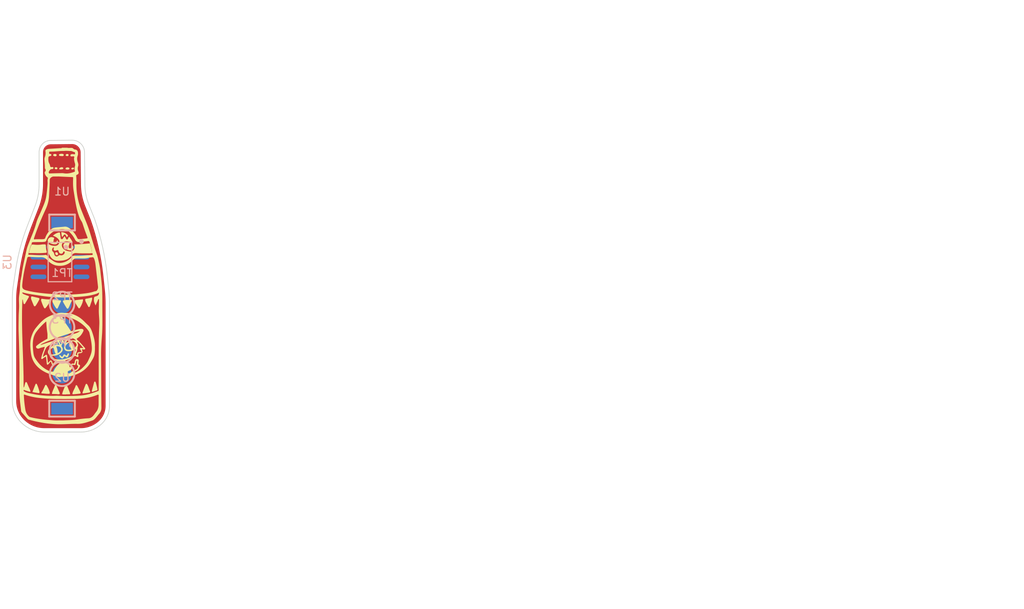
<source format=kicad_pcb>
(kicad_pcb (version 20240108) (generator "pcbnew") (generator_version "8.0")
  (layers (0 "F.Cu" signal) (31 "B.Cu" signal) (34 "B.Paste" user) (35 "F.Paste" user) (36 "B.SilkS" user "B.Silkscreen") (37 "F.SilkS" user "F.Silkscreen") (38 "B.Mask" user) (39 "F.Mask" user) (44 "Edge.Cuts" user))
  (net 0 "")
  (net 1 "/SDA")
  (net 2 "/SCL")
  (net 3 "+3V3")
  (net 4 "GND")
  (footprint "easyeda2kicad:SMD_RH-5015" (layer "B.Cu") (at 55.5 100.5 180)
    (property "Reference" "U1" (at 0 4 0) (layer "B.SilkS") (effects (justify mirror)))
    (property "Value" "RH-5015")
    (pad "1" smd rect (at 0 0 180) (size 2.8 1.5) (layers "B.Cu" "B.Paste" "B.Mask") (net 4 "GND"))
  )
  (footprint "easyeda2kicad:SOIC-8_L4.9-W3.9-P1.27-LS6.0-BL" (layer "B.Cu") (at 55.23 105.6 -90)
    (property "Reference" "U3" (at 0 6.77 90) (layer "B.SilkS") (effects (justify mirror)))
    (property "Value" "ATECC608A-SSHDA-T_C616024")
    (pad "1" smd oval (at -1.91 -2.77 270) (size 0.59 2.05) (layers "B.Cu" "B.Paste" "B.Mask"))
    (pad "2" smd oval (at -0.63 -2.77 270) (size 0.59 2.05) (layers "B.Cu" "B.Paste" "B.Mask"))
    (pad "3" smd oval (at 0.63 -2.77 270) (size 0.59 2.05) (layers "B.Cu" "B.Paste" "B.Mask"))
    (pad "4" smd oval (at 1.9 -2.77 270) (size 0.59 2.05) (layers "B.Cu" "B.Paste" "B.Mask") (net 4 "GND"))
    (pad "5" smd oval (at 1.9 2.77 270) (size 0.59 2.05) (layers "B.Cu" "B.Paste" "B.Mask") (net 1 "/SDA"))
    (pad "6" smd oval (at 0.63 2.77 270) (size 0.59 2.05) (layers "B.Cu" "B.Paste" "B.Mask") (net 2 "/SCL"))
    (pad "7" smd oval (at -0.63 2.77 270) (size 0.59 2.05) (layers "B.Cu" "B.Paste" "B.Mask"))
    (pad "8" smd oval (at -1.91 2.77 270) (size 0.59 2.05) (layers "B.Cu" "B.Paste" "B.Mask") (net 3 "+3V3"))
  )
  (footprint "easyeda2kicad:SMD_BD2.0-L2.0-W2.0_C9900001905" (layer "B.Cu") (at 55.5 117 180)
    (property "Reference" "TP3" (at 0 4 0) (layer "B.SilkS") (effects (justify mirror)))
    (property "Value" "BWCD-L3.5W2.0H1.0")
    (pad "1" smd circle (at 0 0 180) (size 2.5 2.5) (layers "B.Cu" "B.Paste" "B.Mask") (net 3 "+3V3"))
  )
  (footprint "easyeda2kicad:SMD_BD2.0-L2.0-W2.0_C9900001905" (layer "B.Cu") (at 55.5 111 180)
    (property "Reference" "TP1" (at 0 4 0) (layer "B.SilkS") (effects (justify mirror)))
    (property "Value" "BWCD-L3.5W2.0H1.0")
    (pad "1" smd circle (at 0 0 180) (size 2.5 2.5) (layers "B.Cu" "B.Paste" "B.Mask") (net 1 "/SDA"))
  )
  (footprint "easyeda2kicad:SMD_BD2.0-L2.0-W2.0_C9900001905" (layer "B.Cu") (at 55.5 120 180)
    (property "Reference" "TP4" (at 0 4 0) (layer "B.SilkS") (effects (justify mirror)))
    (property "Value" "BWCD-L3.5W2.0H1.0")
    (pad "1" smd circle (at 0 0 180) (size 2.5 2.5) (layers "B.Cu" "B.Paste" "B.Mask") (net 4 "GND"))
  )
  (footprint "easyeda2kicad:SMD_RH-5015" (layer "B.Cu") (at 55.5 124.5 180)
    (property "Reference" "U2" (at 0 4 0) (layer "B.SilkS") (effects (justify mirror)))
    (property "Value" "RH-5015")
    (pad "1" smd rect (at 0 0 180) (size 2.8 1.5) (layers "B.Cu" "B.Paste" "B.Mask") (net 4 "GND"))
  )
  (footprint "easyeda2kicad:SMD_BD2.0-L2.0-W2.0_C9900001905" (layer "B.Cu") (at 55.5 114 180)
    (property "Reference" "TP2" (at 0 4 0) (layer "B.SilkS") (effects (justify mirror)))
    (property "Value" "BWCD-L3.5W2.0H1.0")
    (pad "1" smd circle (at 0 0 180) (size 2.5 2.5) (layers "B.Cu" "B.Paste" "B.Mask") (net 2 "/SCL"))
  )
  (gr_poly (pts (xy 52.171069 121.279286) (xy 52.17781 121.280263) (xy 52.184524 121.281907) (xy 52.191194 121.284219) (xy 52.197802 121.287198) (xy 52.204331 121.290844) (xy 52.210766 121.295158) (xy 52.217088 121.300139) (xy 52.22328 121.305787) (xy 52.229326 121.312102) (xy 52.235209 121.319084) (xy 52.240911 121.326733) (xy 52.246415 121.335049) (xy 52.251705 121.344031) (xy 52.256763 121.353681) (xy 52.261573 121.363997) (xy 52.309908 121.476669) (xy 52.356225 121.590193) (xy 52.400321 121.704577) (xy 52.441997 121.819828) (xy 52.481051 121.935956) (xy 52.517285 122.052968) (xy 52.550495 122.170873) (xy 52.580483 122.289679) (xy 52.586984 122.320386) (xy 52.589374 122.334649) (xy 52.591185 122.348199) (xy 52.592415 122.361044) (xy 52.59306 122.373195) (xy 52.593116 122.384662) (xy 52.592579 122.395455) (xy 52.591447 122.405582) (xy 52.589714 122.415055) (xy 52.587379 122.423882) (xy 52.584436 122.432074) (xy 52.580883 122.43964) (xy 52.576716 122.44659) (xy 52.571932 122.452934) (xy 52.566526 122.458682) (xy 52.560496 122.463844) (xy 52.553837 122.468428) (xy 52.546546 122.472446) (xy 52.53862 122.475906) (xy 52.530054 122.478819) (xy 52.520846 122.481195) (xy 52.510992 122.483042) (xy 52.500488 122.484372) (xy 52.48933 122.485193) (xy 52.477515 122.485516) (xy 52.46504 122.48535) (xy 52.451901 122.484706) (xy 52.423615 122.482019) (xy 52.392629 122.477534) (xy 52.217261 122.447668) (xy 52.040999 122.416547) (xy 51.681432 122.352122) (xy 51.681607 122.352122) (xy 51.874003 121.853141) (xy 51.970085 121.60786) (xy 52.06878 121.364878) (xy 52.073382 121.354497) (xy 52.078245 121.344784) (xy 52.083354 121.33574) (xy 52.088691 121.327364) (xy 52.094238 121.319657) (xy 52.09998 121.312619) (xy 52.105898 121.306248) (xy 52.111977 121.300546) (xy 52.118198 121.295512) (xy 52.124545 121.291146) (xy 52.131001 121.287448) (xy 52.137549 121.284418) (xy 52.144171 121.282056) (xy 52.150852 121.280362) (xy 52.157573 121.279336) (xy 52.164317 121.278977)) (stroke (width -0.000001)) (fill solid) (layer "F.SilkS"))
  (gr_poly (pts (xy 55.16625 101.782629) (xy 55.172917 101.783093) (xy 55.179062 101.783822) (xy 55.184707 101.784806) (xy 55.189873 101.786035) (xy 55.194584 101.787499) (xy 55.19886 101.789188) (xy 55.202725 101.791093) (xy 55.2062 101.793203) (xy 55.209306 101.79551) (xy 55.212067 101.798002) (xy 55.214505 101.800671) (xy 55.216641 101.803505) (xy 55.218497 101.806497) (xy 55.220095 101.809635) (xy 55.221458 101.81291) (xy 55.222608 101.816312) (xy 55.223566 101.819832) (xy 55.224997 101.827184) (xy 55.225927 101.834887) (xy 55.226532 101.842863) (xy 55.227476 101.859319) (xy 55.228168 101.867642) (xy 55.229241 101.875923) (xy 55.263748 102.095879) (xy 55.281853 102.205725) (xy 55.301562 102.315306) (xy 55.30535 102.338913) (xy 55.308159 102.363441) (xy 55.312302 102.414142) (xy 55.314367 102.439752) (xy 55.316913 102.46516) (xy 55.320306 102.490087) (xy 55.324911 102.51425) (xy 55.327783 102.525958) (xy 55.331094 102.53737) (xy 55.33489 102.548451) (xy 55.339218 102.559165) (xy 55.344123 102.569478) (xy 55.34965 102.579354) (xy 55.355846 102.588759) (xy 55.362755 102.597657) (xy 55.370423 102.606013) (xy 55.378896 102.613793) (xy 55.388221 102.62096) (xy 55.398441 102.62748) (xy 55.409603 102.633318) (xy 55.421753 102.638439) (xy 55.434936 102.642807) (xy 55.449198 102.646387) (xy 55.462925 102.648808) (xy 55.476012 102.650084) (xy 55.488485 102.650267) (xy 55.500373 102.649408) (xy 55.511703 102.64756) (xy 55.522502 102.644773) (xy 55.532797 102.641098) (xy 55.542616 102.636588) (xy 55.551986 102.631293) (xy 55.560935 102.625265) (xy 55.56949 102.618555) (xy 55.577678 102.611215) (xy 55.585526 102.603297) (xy 55.593063 102.594851) (xy 55.607309 102.576583) (xy 55.620636 102.556822) (xy 55.633261 102.53598) (xy 55.657284 102.492699) (xy 55.68113 102.450029) (xy 55.693533 102.429953) (xy 55.706549 102.411263) (xy 55.74859 102.355888) (xy 55.766032 102.334131) (xy 55.781498 102.316356) (xy 55.788587 102.308969) (xy 55.795296 102.302587) (xy 55.801666 102.297212) (xy 55.807734 102.292847) (xy 55.813538 102.289495) (xy 55.819118 102.287158) (xy 55.824511 102.28584) (xy 55.829757 102.285543) (xy 55.834892 102.286271) (xy 55.839957 102.288026) (xy 55.844989 102.29081) (xy 55.850026 102.294627) (xy 55.855108 102.29948) (xy 55.860273 102.305372) (xy 55.865558 102.312304) (xy 55.871003 102.320281) (xy 55.882526 102.339378) (xy 55.895147 102.362686) (xy 55.909175 102.390227) (xy 55.924918 102.422024) (xy 55.968243 102.510371) (xy 55.979411 102.532267) (xy 55.990924 102.553959) (xy 56.002887 102.575381) (xy 56.015406 102.59647) (xy 56.022803 102.608119) (xy 56.030241 102.619022) (xy 56.037716 102.629178) (xy 56.045226 102.638587) (xy 56.052766 102.647249) (xy 56.060333 102.655164) (xy 56.067924 102.662332) (xy 56.075535 102.668752) (xy 56.083163 102.674424) (xy 56.090805 102.679349) (xy 56.098456 102.683525) (xy 56.106113 102.686953) (xy 56.113774 102.689632) (xy 56.121434 102.691562) (xy 56.12909 102.692744) (xy 56.136739 102.693177) (xy 56.144376 102.69286) (xy 56.152 102.691794) (xy 56.159606 102.689978) (xy 56.16719 102.687412) (xy 56.17475 102.684096) (xy 56.182282 102.680029) (xy 56.189782 102.675213) (xy 56.197247 102.669645) (xy 56.204674 102.663327) (xy 56.212059 102.656258) (xy 56.219398 102.648437) (xy 56.226689 102.639865) (xy 56.233927 102.630541) (xy 56.241109 102.620466) (xy 56.248233 102.609639) (xy 56.255293 102.598059) (xy 56.268425 102.574792) (xy 56.280806 102.55109) (xy 56.292596 102.52705) (xy 56.303954 102.502766) (xy 56.34825 102.40509) (xy 56.353303 102.394634) (xy 56.358431 102.384669) (xy 56.363668 102.375351) (xy 56.369046 102.366836) (xy 56.3718 102.362929) (xy 56.374601 102.35928) (xy 56.377455 102.355911) (xy 56.380365 102.35284) (xy 56.383336 102.350086) (xy 56.386371 102.34767) (xy 56.389476 102.345611) (xy 56.392655 102.343928) (xy 56.39591 102.342641) (xy 56.399248 102.341769) (xy 56.402671 102.341332) (xy 56.406185 102.34135) (xy 56.409793 102.341841) (xy 56.413499 102.342826) (xy 56.417308 102.344323) (xy 56.421224 102.346353) (xy 56.425251 102.348935) (xy 56.429393 102.352088) (xy 56.433655 102.355833) (xy 56.438041 102.360187) (xy 56.442554 102.365172) (xy 56.4472 102.370806) (xy 56.451981 102.377109) (xy 56.456904 102.3841) (xy 56.571777 102.548372) (xy 56.628998 102.630632) (xy 56.684533 102.713901) (xy 56.711306 102.756131) (xy 56.737223 102.798874) (xy 56.76214 102.842216) (xy 56.785912 102.886244) (xy 56.808393 102.931045) (xy 56.82944 102.976706) (xy 56.848908 103.023314) (xy 56.866652 103.070955) (xy 56.832255 103.096886) (xy 56.78888 103.078197) (xy 56.74527 103.060504) (xy 56.701422 103.043819) (xy 56.657332 103.028152) (xy 56.612997 103.013515) (xy 56.568414 102.999921) (xy 56.523579 102.98738) (xy 56.478489 102.975905) (xy 56.43314 102.965506) (xy 56.38753 102.956196) (xy 56.341655 102.947987) (xy 56.295511 102.940889) (xy 56.249095 102.934914) (xy 56.202404 102.930075) (xy 56.155435 102.926382) (xy 56.108183 102.923847) (xy 56.080145 102.923139) (xy 56.052497 102.923354) (xy 56.025256 102.924483) (xy 55.99844 102.926516) (xy 55.972066 102.929442) (xy 55.94615 102.933251) (xy 55.92071 102.937932) (xy 55.895762 102.943476) (xy 55.871325 102.949872) (xy 55.847415 102.95711) (xy 55.82405 102.965179) (xy 55.801245 102.97407) (xy 55.77902 102.983772) (xy 55.75739 102.994275) (xy 55.736372 103.005568) (xy 55.715985 103.017641) (xy 55.696244 103.030485) (xy 55.677168 103.044088) (xy 55.658773 103.058441) (xy 55.641076 103.073532) (xy 55.624094 103.089353) (xy 55.607846 103.105892) (xy 55.592347 103.12314) (xy 55.577614 103.141086) (xy 55.563666 103.159719) (xy 55.550519 103.17903) (xy 55.53819 103.199009) (xy 55.526696 103.219644) (xy 55.516055 103.240926) (xy 55.506283 103.262845) (xy 55.497398 103.285389) (xy 55.489416 103.30855) (xy 55.483585 103.328809) (xy 55.478909 103.349477) (xy 55.475366 103.370517) (xy 55.472935 103.391891) (xy 55.471592 103.413561) (xy 55.471317 103.435491) (xy 55.472087 103.457643) (xy 55.47388 103.479979) (xy 55.476675 103.502463) (xy 55.480448 103.525056) (xy 55.485179 103.547721) (xy 55.490846 103.57042) (xy 55.504896 103.615774) (xy 55.522423 103.660818) (xy 55.543251 103.705252) (xy 55.567205 103.748777) (xy 55.594107 103.791093) (xy 55.623783 103.831901) (xy 55.656056 103.870901) (xy 55.690751 103.907795) (xy 55.72769 103.942281) (xy 55.766699 103.974062) (xy 55.807299 104.003217) (xy 55.848697 104.029804) (xy 55.890838 104.05399) (xy 55.933669 104.07594) (xy 55.977135 104.09582) (xy 56.021184 104.113796) (xy 56.06576 104.130033) (xy 56.110809 104.144696) (xy 56.156278 104.157952) (xy 56.202113 104.169965) (xy 56.294664 104.190929) (xy 56.388028 104.208912) (xy 56.481776 104.225239) (xy 56.505157 104.228695) (xy 56.528298 104.231107) (xy 56.55119 104.232492) (xy 56.573822 104.232869) (xy 56.596185 104.232256) (xy 56.618269 104.230672) (xy 56.640065 104.228136) (xy 56.661562 104.224665) (xy 56.682752 104.220279) (xy 56.703625 104.214995) (xy 56.72417 104.208833) (xy 56.744379 104.20181) (xy 56.764241 104.193946) (xy 56.783748 104.185258) (xy 56.802888 104.175765) (xy 56.821654 104.165486) (xy 56.840034 104.154439) (xy 56.85802 104.142643) (xy 56.875601 104.130115) (xy 56.892769 104.116876) (xy 56.909513 104.102942) (xy 56.925823 104.088332) (xy 56.941691 104.073066) (xy 56.957106 104.057161) (xy 56.972059 104.040636) (xy 56.98654 104.023509) (xy 57.000539 104.005799) (xy 57.014047 103.987525) (xy 57.027055 103.968704) (xy 57.039552 103.949356) (xy 57.062975 103.909149) (xy 57.072738 103.890316) (xy 57.081577 103.871518) (xy 57.096602 103.834011) (xy 57.108291 103.796602) (xy 57.116888 103.759262) (xy 57.122634 103.721963) (xy 57.125772 103.684678) (xy 57.126545 103.647378) (xy 57.125194 103.610037) (xy 57.121963 103.572624) (xy 57.117092 103.535114) (xy 57.110826 103.497478) (xy 57.103405 103.459688) (xy 57.086072 103.383534) (xy 57.06703 103.306429) (xy 57.185463 103.311195) (xy 57.303454 103.313351) (xy 57.538244 103.31081) (xy 57.771664 103.300754) (xy 58.003983 103.285129) (xy 58.927573 103.205887) (xy 58.927441 103.206022) (xy 58.927309 103.206157) (xy 58.927042 103.206425) (xy 58.936615 103.205947) (xy 58.946492 103.205807) (xy 58.966818 103.205953) (xy 58.977098 103.205945) (xy 58.987343 103.205689) (xy 58.997468 103.205038) (xy 59.007388 103.203844) (xy 59.012245 103.202999) (xy 59.017019 103.201963) (xy 59.0217 103.200718) (xy 59.026276 103.199246) (xy 59.030738 103.197529) (xy 59.035074 103.195549) (xy 59.039274 103.193286) (xy 59.043328 103.190723) (xy 59.047225 103.187841) (xy 59.050954 103.184623) (xy 59.054504 103.181049) (xy 59.057866 103.177102) (xy 59.061028 103.172763) (xy 59.06398 103.168014) (xy 59.066712 103.162836) (xy 59.069212 103.157211) (xy 59.069368 103.156818) (xy 59.069504 103.156433) (xy 59.069625 103.156054) (xy 59.069733 103.155681) (xy 59.069829 103.155314) (xy 59.069916 103.154951) (xy 59.070072 103.154234) (xy 59.070219 103.153526) (xy 59.070377 103.15282) (xy 59.070466 103.152466) (xy 59.070565 103.15211) (xy 59.070675 103.151752) (xy 59.070799 103.15139) (xy 59.170739 103.459469) (xy 59.217226 103.617016) (xy 59.259666 103.778627) (xy 59.296764 103.945596) (xy 59.312907 104.031494) (xy 59.327228 104.119217) (xy 59.339567 104.208926) (xy 59.349762 104.300783) (xy 59.357652 104.39495) (xy 59.363074 104.491589) (xy 59.354742 104.485982) (xy 59.346157 104.480747) (xy 59.337333 104.475903) (xy 59.328282 104.471467) (xy 59.319015 104.467455) (xy 59.309546 104.463885) (xy 59.299886 104.460775) (xy 59.290049 104.458141) (xy 59.280047 104.456002) (xy 59.269892 104.454374) (xy 59.259596 104.453274) (xy 59.249171 104.452721) (xy 59.238632 104.45273) (xy 59.227989 104.453321) (xy 59.217255 104.454509) (xy 59.206442 104.456312) (xy 59.153879 104.467489) (xy 59.140718 104.469855) (xy 59.13414 104.470858) (xy 59.127565 104.471714) (xy 59.120994 104.472402) (xy 59.114428 104.4729) (xy 59.107869 104.473187) (xy 59.101317 104.473244) (xy 58.244685 104.473022) (xy 58.030651 104.470972) (xy 57.816833 104.466049) (xy 57.603313 104.457215) (xy 57.390173 104.443432) (xy 57.344576 104.440452) (xy 57.30054 104.438877) (xy 57.257998 104.438845) (xy 57.216883 104.440492) (xy 57.177129 104.443954) (xy 57.138668 104.44937) (xy 57.101432 104.456874) (xy 57.065355 104.466605) (xy 57.030369 104.478698) (xy 57.013264 104.485674) (xy 56.996407 104.493291) (xy 56.97979 104.501567) (xy 56.963403 104.51052) (xy 56.947238 104.520165) (xy 56.931288 104.530521) (xy 56.915543 104.541604) (xy 56.899996 104.553432) (xy 56.884638 104.566021) (xy 56.86946 104.579389) (xy 56.854454 104.593552) (xy 56.839612 104.608528) (xy 56.824925 104.624334) (xy 56.810385 104.640988) (xy 56.784706 104.671527) (xy 56.759343 104.702347) (xy 56.734409 104.733532) (xy 56.72214 104.749287) (xy 56.71002 104.765164) (xy 56.678971 104.80527) (xy 56.647228 104.844278) (xy 56.614728 104.882161) (xy 56.581406 104.918892) (xy 56.547197 104.954444) (xy 56.512037 104.98879) (xy 56.475861 105.021902) (xy 56.438604 105.053754) (xy 56.400202 105.084318) (xy 56.36059 105.113567) (xy 56.319704 105.141474) (xy 56.277479 105.168012) (xy 56.233851 105.193154) (xy 56.188754 105.216872) (xy 56.142124 105.23914) (xy 56.093897 105.25993) (xy 56.029807 105.284774) (xy 55.965471 105.307078) (xy 55.900898 105.326979) (xy 55.836096 105.344616) (xy 55.771077 105.360128) (xy 55.70585 105.373651) (xy 55.640423 105.385325) (xy 55.574807 105.395287) (xy 55.509012 105.403677) (xy 55.443046 105.410632) (xy 55.310642 105.42079) (xy 55.177671 105.426867) (xy 55.044211 105.42997) (xy 54.952819 105.42881) (xy 54.908164 105.426335) (xy 54.864209 105.422591) (xy 54.820959 105.417573) (xy 54.77842 105.411275) (xy 54.736597 105.403693) (xy 54.695495 105.394821) (xy 54.655118 105.384655) (xy 54.615472 105.373191) (xy 54.576562 105.360422) (xy 54.538393 105.346344) (xy 54.50097 105.330951) (xy 54.464299 105.314241) (xy 54.428383 105.296206) (xy 54.393229 105.276842) (xy 54.358841 105.256145) (xy 54.325225 105.234109) (xy 54.292385 105.210729) (xy 54.260326 105.186) (xy 54.229054 105.159919) (xy 54.198574 105.132478) (xy 54.168891 105.103675) (xy 54.14001 105.073502) (xy 54.111935 105.041957) (xy 54.084673 105.009034) (xy 54.058227 104.974727) (xy 54.032604 104.939032) (xy 54.007808 104.901944) (xy 53.983844 104.863458) (xy 53.960717 104.823569) (xy 53.938433 104.782272) (xy 53.924615 104.756775) (xy 53.910074 104.73165) (xy 53.879961 104.681953) (xy 53.86496 104.6571) (xy 53.850377 104.632056) (xy 53.836497 104.606683) (xy 53.82991 104.593828) (xy 53.823605 104.580837) (xy 53.790383 104.507454) (xy 53.759536 104.433617) (xy 53.731102 104.359322) (xy 53.705118 104.284566) (xy 53.681625 104.209344) (xy 53.66066 104.133654) (xy 53.642262 104.057491) (xy 53.635597 104.025149) (xy 54.215386 104.025149) (xy 54.216026 104.043402) (xy 54.217499 104.061477) (xy 54.219819 104.079305) (xy 54.222999 104.096817) (xy 54.227052 104.113944) (xy 54.231991 104.130617) (xy 54.23783 104.146766) (xy 54.244581 104.162323) (xy 54.252256 104.177218) (xy 54.260871 104.191382) (xy 54.270436 104.204746) (xy 54.280966 104.21724) (xy 54.292474 104.228796) (xy 54.304972 104.239344) (xy 54.327789 104.257997) (xy 54.34851 104.277116) (xy 54.367277 104.296703) (xy 54.38423 104.316761) (xy 54.399511 104.337293) (xy 54.413261 104.3583) (xy 54.425622 104.379786) (xy 54.436733 104.401753) (xy 54.446736 104.424204) (xy 54.455772 104.447141) (xy 54.463982 104.470566) (xy 54.471508 104.494484) (xy 54.47849 104.518895) (xy 54.48507 104.543803) (xy 54.497586 104.59512) (xy 54.503194 104.616326) (xy 54.509834 104.6369) (xy 54.517461 104.656815) (xy 54.526026 104.676043) (xy 54.535484 104.694559) (xy 54.545788 104.712335) (xy 54.556891 104.729345) (xy 54.568746 104.745561) (xy 54.581308 104.760958) (xy 54.594528 104.775507) (xy 54.608362 104.789183) (xy 54.622761 104.801958) (xy 54.637679 104.813806) (xy 54.653071 104.8247) (xy 54.668888 104.834612) (xy 54.685085 104.843517) (xy 54.701614 104.851388) (xy 54.71843 104.858197) (xy 54.735486 104.863918) (xy 54.752734 104.868524) (xy 54.770128 104.871988) (xy 54.787622 104.874284) (xy 54.805169 104.875384) (xy 54.822723 104.875262) (xy 54.840236 104.873891) (xy 54.857662 104.871245) (xy 54.874954 104.867295) (xy 54.892067 104.862016) (xy 54.908952 104.855381) (xy 54.925564 104.847363) (xy 54.941856 104.837935) (xy 54.957781 104.82707) (xy 54.982794 104.808913) (xy 55.00746 104.791715) (xy 55.031824 104.775624) (xy 55.055932 104.76079) (xy 55.079828 104.747359) (xy 55.103559 104.735482) (xy 55.127171 104.725307) (xy 55.150708 104.716982) (xy 55.162462 104.71356) (xy 55.174215 104.710656) (xy 55.185973 104.708288) (xy 55.19774 104.706477) (xy 55.209522 104.705239) (xy 55.221326 104.704594) (xy 55.233157 104.70456) (xy 55.24502 104.705156) (xy 55.256921 104.7064) (xy 55.268867 104.708311) (xy 55.280862 104.710907) (xy 55.292912 104.714207) (xy 55.305023 104.71823) (xy 55.317201 104.722994) (xy 55.329452 104.728518) (xy 55.34178 104.73482) (xy 55.36526 104.734717) (xy 55.38833 104.733855) (xy 55.410981 104.732246) (xy 55.433199 104.729902) (xy 55.454972 104.726834) (xy 55.47629 104.723053) (xy 55.497139 104.718573) (xy 55.517509 104.713405) (xy 55.537387 104.70756) (xy 55.556761 104.70105) (xy 55.57562 104.693888) (xy 55.593952 104.686084) (xy 55.611745 104.677652) (xy 55.628986 104.668602) (xy 55.645665 104.658947) (xy 55.661769 104.648698) (xy 55.677287 104.637867) (xy 55.692206 104.626466) (xy 55.706515 104.614506) (xy 55.720202 104.602001) (xy 55.733255 104.588961) (xy 55.745662 104.575398) (xy 55.757412 104.561324) (xy 55.768492 104.546751) (xy 55.77889 104.53169) (xy 55.788596 104.516154) (xy 55.797596 104.500155) (xy 55.805879 104.483704) (xy 55.813434 104.466812) (xy 55.820248 104.449493) (xy 55.826309 104.431757) (xy 55.831606 104.413616) (xy 55.831614 104.413614) (xy 55.835111 104.400037) (xy 55.8383 104.386409) (xy 55.841044 104.372808) (xy 55.843203 104.359312) (xy 55.84464 104.345999) (xy 55.845044 104.339436) (xy 55.845216 104.332947) (xy 55.845138 104.326543) (xy 55.844793 104.320234) (xy 55.844164 104.314028) (xy 55.843233 104.307936) (xy 55.841983 104.301968) (xy 55.840398 104.296133) (xy 55.838459 104.290441) (xy 55.836149 104.284901) (xy 55.833451 104.279524) (xy 55.830348 104.274319) (xy 55.826823 104.269296) (xy 55.822857 104.264465) (xy 55.818435 104.259835) (xy 55.813539 104.255415) (xy 55.80815 104.251217) (xy 55.802253 104.247249) (xy 55.79583 104.243521) (xy 55.788863 104.240043) (xy 55.781335 104.236824) (xy 55.77323 104.233875) (xy 55.76564 104.231567) (xy 55.75831 104.22979) (xy 55.751235 104.228527) (xy 55.744411 104.22776) (xy 55.737831 104.227471) (xy 55.731492 104.227644) (xy 55.725387 104.22826) (xy 55.719512 104.229303) (xy 55.713862 104.230753) (xy 55.708431 104.232595) (xy 55.703214 104.23481) (xy 55.698206 104.237381) (xy 55.693402 104.240291) (xy 55.688798 104.243521) (xy 55.684386 104.247055) (xy 55.680164 104.250874) (xy 55.676124 104.254961) (xy 55.672264 104.2593) (xy 55.668576 104.263871) (xy 55.665056 104.268658) (xy 55.6585 104.278808) (xy 55.652555 104.28961) (xy 55.647179 104.300924) (xy 55.642332 104.31261) (xy 55.637972 104.324526) (xy 55.634058 104.336533) (xy 55.628779 104.352454) (xy 55.622977 104.367795) (xy 55.616628 104.382534) (xy 55.609703 104.396654) (xy 55.602178 104.410136) (xy 55.594027 104.422959) (xy 55.585223 104.435106) (xy 55.57574 104.446556) (xy 55.565552 104.457292) (xy 55.554633 104.467293) (xy 55.542958 104.47654) (xy 55.536828 104.480875) (xy 55.530499 104.485015) (xy 55.523968 104.488956) (xy 55.517231 104.492698) (xy 55.510285 104.496236) (xy 55.503128 104.49957) (xy 55.495755 104.502696) (xy 55.488163 104.505612) (xy 55.48035 104.508316) (xy 55.472311 104.510805) (xy 55.454794 104.515445) (xy 55.437378 104.519056) (xy 55.420084 104.521653) (xy 55.402932 104.52325) (xy 55.385941 104.523863) (xy 55.369133 104.523507) (xy 55.352527 104.522195) (xy 55.336142 104.519944) (xy 55.32 104.516768) (xy 55.30412 104.512682) (xy 55.288522 104.507701) (xy 55.273226 104.501839) (xy 55.258253 104.495111) (xy 55.243622 104.487533) (xy 55.229354 104.479119) (xy 55.215468 104.469884) (xy 55.201984 104.459842) (xy 55.188924 104.44901) (xy 55.176305 104.437401) (xy 55.16415 104.42503) (xy 55.152477 104.411913) (xy 55.141308 104.398064) (xy 55.130661 104.383498) (xy 55.120557 104.368229) (xy 55.111016 104.352274) (xy 55.102058 104.335646) (xy 55.093703 104.31836) (xy 55.085972 104.300431) (xy 55.078883 104.281875) (xy 55.072458 104.262706) (xy 55.066717 104.242938) (xy 55.061678 104.222588) (xy 55.058173 104.208089) (xy 55.054359 104.194247) (xy 55.050237 104.181062) (xy 55.045806 104.168535) (xy 55.041067 104.156666) (xy 55.03602 104.145453) (xy 55.030664 104.134898) (xy 55.025 104.125) (xy 55.019028 104.11576) (xy 55.012747 104.107177) (xy 55.006159 104.099251) (xy 54.999261 104.091983) (xy 54.992056 104.085372) (xy 54.984542 104.079418) (xy 54.976719 104.074121) (xy 54.968589 104.069482) (xy 54.96015 104.0655) (xy 54.951402 104.062176) (xy 54.942347 104.059509) (xy 54.932983 104.057499) (xy 54.92331 104.056147) (xy 54.91333 104.055451) (xy 54.903041 104.055414) (xy 54.892444 104.056033) (xy 54.881538 104.05731) (xy 54.870324 104.059244) (xy 54.858802 104.061835) (xy 54.846972 104.065084) (xy 54.834833 104.06899) (xy 54.822386 104.073553) (xy 54.80963 104.078774) (xy 54.796566 104.084652) (xy 54.776596 104.093785) (xy 54.756461 104.102372) (xy 54.736197 104.110278) (xy 54.715838 104.117367) (xy 54.695417 104.123503) (xy 54.674971 104.12855) (xy 54.654531 104.132373) (xy 54.634134 104.134835) (xy 54.613814 104.1358) (xy 54.593604 104.135133) (xy 54.583552 104.134144) (xy 54.57354 104.132697) (xy 54.563573 104.130774) (xy 54.553655 104.128357) (xy 54.543791 104.125431) (xy 54.533984 104.121977) (xy 54.52424 104.11798) (xy 54.514562 104.113421) (xy 54.504954 104.108285) (xy 54.495422 104.102553) (xy 54.485969 104.09621) (xy 54.476599 104.089237) (xy 54.46826 104.082378) (xy 54.460532 104.07533) (xy 54.453399 104.068101) (xy 54.446848 104.060699) (xy 54.440865 104.053131) (xy 54.435436 104.045403) (xy 54.430546 104.037524) (xy 54.426182 104.0295) (xy 54.422329 104.021339) (xy 54.418974 104.013049) (xy 54.416101 104.004635) (xy 54.413697 103.996106) (xy 54.411749 103.987469) (xy 54.410241 103.978731) (xy 54.409159 103.9699) (xy 54.408491 103.960982) (xy 54.408334 103.942916) (xy 54.409659 103.924593) (xy 54.412351 103.906069) (xy 54.416298 103.887403) (xy 54.421388 103.868654) (xy 54.427506 103.849879) (xy 54.434541 103.831137) (xy 54.442379 103.812485) (xy 54.445215 103.805708) (xy 54.447742 103.798893) (xy 54.449919 103.79207) (xy 54.451709 103.785272) (xy 54.453069 103.778529) (xy 54.45396 103.771874) (xy 54.454217 103.768589) (xy 54.454342 103.765338) (xy 54.45433 103.762124) (xy 54.454175 103.758952) (xy 54.453873 103.755825) (xy 54.453419 103.752747) (xy 54.452808 103.749723) (xy 54.452034 103.746757) (xy 54.451093 103.743851) (xy 54.449979 103.741011) (xy 54.448689 103.738239) (xy 54.447216 103.735541) (xy 54.445555 103.73292) (xy 54.443703 103.73038) (xy 54.441652 103.727924) (xy 54.4394 103.725558) (xy 54.43694 103.723284) (xy 54.434268 103.721107) (xy 54.431379 103.71903) (xy 54.428267 103.717058) (xy 54.425092 103.715295) (xy 54.421918 103.7138) (xy 54.418746 103.712565) (xy 54.415577 103.711579) (xy 54.412411 103.710832) (xy 54.40925 103.710315) (xy 54.406094 103.710018) (xy 54.402945 103.709931) (xy 54.399803 103.710044) (xy 54.396669 103.710347) (xy 54.393544 103.71083) (xy 54.390428 103.711483) (xy 54.387324 103.712297) (xy 54.384232 103.713262) (xy 54.381152 103.714367) (xy 54.378085 103.715603) (xy 54.371997 103.718428) (xy 54.365974 103.721657) (xy 54.360023 103.725212) (xy 54.354151 103.729014) (xy 54.348367 103.732983) (xy 54.342676 103.73704) (xy 54.331606 103.745104) (xy 54.319466 103.754723) (xy 54.307925 103.76541) (xy 54.296996 103.777095) (xy 54.286692 103.789709) (xy 54.277027 103.803184) (xy 54.268012 103.81745) (xy 54.259662 103.832437) (xy 54.25199 103.848077) (xy 54.245007 103.8643) (xy 54.238728 103.881038) (xy 54.233166 103.89822) (xy 54.228333 103.915779) (xy 54.220908 103.951747) (xy 54.216558 103.988388) (xy 54.215568 104.006788) (xy 54.215386 104.025149) (xy 53.635597 104.025149) (xy 53.626469 103.980853) (xy 53.61332 103.903734) (xy 53.602853 103.826133) (xy 53.595107 103.748045) (xy 53.59012 103.669466) (xy 53.58793 103.590394) (xy 53.588577 103.510824) (xy 53.592099 103.430752) (xy 53.598534 103.350176) (xy 53.600656 103.33154) (xy 53.603386 103.313916) (xy 53.606822 103.29748) (xy 53.611062 103.282408) (xy 53.613515 103.275439) (xy 53.616206 103.268877) (xy 53.619147 103.262745) (xy 53.622352 103.257064) (xy 53.625831 103.251857) (xy 53.629598 103.247145) (xy 53.633665 103.24295) (xy 53.638044 103.239296) (xy 53.642748 103.236203) (xy 53.647788 103.233693) (xy 53.653178 103.23179) (xy 53.658929 103.230514) (xy 53.665054 103.229889) (xy 53.671566 103.229935) (xy 53.678476 103.230676) (xy 53.685796 103.232133) (xy 53.69354 103.234327) (xy 53.70172 103.237282) (xy 53.710348 103.24102) (xy 53.719435 103.245561) (xy 53.728996 103.25093) (xy 53.739041 103.257146) (xy 53.749584 103.264233) (xy 53.760636 103.272213) (xy 53.807811 103.305445) (xy 53.855914 103.335696) (xy 53.904904 103.363077) (xy 53.95474 103.3877) (xy 54.005382 103.409676) (xy 54.05679 103.429117) (xy 54.108923 103.446134) (xy 54.161742 103.460838) (xy 54.215205 103.473341) (xy 54.269274 103.483753) (xy 54.323906 103.492187) (xy 54.379063 103.498753) (xy 54.434703 103.503563) (xy 54.490786 103.506729) (xy 54.547273 103.508361) (xy 54.604122 103.508572) (xy 54.626934 103.50801) (xy 54.649423 103.506691) (xy 54.671583 103.504619) (xy 54.693406 103.501796) (xy 54.714882 103.498227) (xy 54.736004 103.493915) (xy 54.756764 103.488863) (xy 54.777153 103.483075) (xy 54.797164 103.476555) (xy 54.816787 103.469306) (xy 54.836016 103.461331) (xy 54.854841 103.452634) (xy 54.873254 103.443219) (xy 54.891247 103.433089) (xy 54.908813 103.422247) (xy 54.925942 103.410698) (xy 54.942627 103.398444) (xy 54.958859 103.38549) (xy 54.974631 103.371838) (xy 54.989933 103.357492) (xy 55.004759 103.342456) (xy 55.019098 103.326734) (xy 55.032945 103.310328) (xy 55.046289 103.293242) (xy 55.059123 103.275481) (xy 55.071439 103.257046) (xy 55.083229 103.237943) (xy 55.094484 103.218174) (xy 55.105196 103.197742) (xy 55.115357 103.176653) (xy 55.124959 103.154908) (xy 55.133993 103.132511) (xy 55.141113 103.112942) (xy 55.147302 103.09362) (xy 55.15258 103.074539) (xy 55.156965 103.055694) (xy 55.160473 103.037077) (xy 55.163125 103.018683) (xy 55.164937 103.000506) (xy 55.165927 102.982541) (xy 55.166114 102.96478) (xy 55.165516 102.947218) (xy 55.164151 102.929849) (xy 55.162037 102.912666) (xy 55.159192 102.895664) (xy 55.155633 102.878837) (xy 55.15138 102.862179) (xy 55.146449 102.845683) (xy 55.14086 102.829344) (xy 55.13463 102.813155) (xy 55.12032 102.781206) (xy 55.103663 102.749785) (xy 55.084804 102.718847) (xy 55.063888 102.688341) (xy 55.041058 102.65822) (xy 55.01646 102.628435) (xy 54.990237 102.598938) (xy 54.955592 102.562856) (xy 54.919819 102.528762) (xy 54.882961 102.496559) (xy 54.845066 102.466151) (xy 54.806177 102.437443) (xy 54.766341 102.410337) (xy 54.725601 102.384738) (xy 54.684004 102.36055) (xy 54.641595 102.337677) (xy 54.598418 102.316022) (xy 54.55452 102.295489) (xy 54.509945 102.275983) (xy 54.464738 102.257407) (xy 54.418945 102.239665) (xy 54.325781 102.206299) (xy 54.36124 102.166673) (xy 54.402193 102.127315) (xy 54.447938 102.088543) (xy 54.497773 102.050674) (xy 54.550994 102.014028) (xy 54.6069 101.978921) (xy 54.664788 101.945671) (xy 54.723955 101.914596) (xy 54.783699 101.886014) (xy 54.843316 101.860243) (xy 54.902106 101.837601) (xy 54.959365 101.818404) (xy 55.01439 101.802972) (xy 55.066479 101.791622) (xy 55.114929 101.784671) (xy 55.159039 101.782438)) (stroke (width -0.000001)) (fill solid) (layer "F.SilkS"))
  (gr_poly (pts (xy 55.472936 101.740457) (xy 55.48216 101.741201) (xy 55.491003 101.742218) (xy 55.545433 101.750334) (xy 55.598962 101.760526) (xy 55.651556 101.772796) (xy 55.703178 101.787147) (xy 55.753792 101.803579) (xy 55.803363 101.822094) (xy 55.851854 101.842694) (xy 55.89923 101.86538) (xy 55.945455 101.890154) (xy 55.990492 101.917017) (xy 56.034307 101.945971) (xy 56.076862 101.977018) (xy 56.118122 102.010158) (xy 56.158052 102.045394) (xy 56.196615 102.082727) (xy 56.233774 102.122158) (xy 56.241865 102.131923) (xy 56.248521 102.141576) (xy 56.25381 102.151123) (xy 56.2578 102.160571) (xy 56.260557 102.169925) (xy 56.262148 102.179192) (xy 56.262642 102.188377) (xy 56.262106 102.197487) (xy 56.260606 102.206528) (xy 56.25821 102.215505) (xy 56.254986 102.224426) (xy 56.251 102.233295) (xy 56.24632 102.24212) (xy 56.241014 102.250905) (xy 56.235148 102.259658) (xy 56.22879 102.268384) (xy 56.214867 102.285781) (xy 56.199784 102.303143) (xy 56.168288 102.337959) (xy 56.152953 102.35551) (xy 56.138612 102.373221) (xy 56.131981 102.382152) (xy 56.125801 102.391142) (xy 56.120139 102.400195) (xy 56.115061 102.409319) (xy 56.115061 102.409317) (xy 56.098312 102.375748) (xy 56.081907 102.34195) (xy 56.049182 102.274269) (xy 56.032391 102.240688) (xy 56.015001 102.207481) (xy 55.996776 102.174799) (xy 55.97748 102.142794) (xy 55.969402 102.130274) (xy 55.961402 102.118545) (xy 55.95347 102.107604) (xy 55.945598 102.09745) (xy 55.937778 102.08808) (xy 55.930001 102.079495) (xy 55.922258 102.071691) (xy 55.914541 102.064667) (xy 55.906841 102.058422) (xy 55.89915 102.052954) (xy 55.891459 102.04826) (xy 55.88376 102.044341) (xy 55.876044 102.041193) (xy 55.868302 102.038816) (xy 55.860526 102.037207) (xy 55.852708 102.036365) (xy 55.844839 102.036289) (xy 55.83691 102.036976) (xy 55.828912 102.038425) (xy 55.820838 102.040635) (xy 55.812678 102.043603) (xy 55.804425 102.047329) (xy 55.796068 102.05181) (xy 55.787601 102.057045) (xy 55.779014 102.063032) (xy 55.770299 102.069769) (xy 55.761448 102.077255) (xy 55.752451 102.085489) (xy 55.7433 102.094468) (xy 55.733986 102.104191) (xy 55.724502 102.114656) (xy 55.714838 102.125862) (xy 55.690645 102.154869) (xy 55.666615 102.184286) (xy 55.618244 102.244792) (xy 55.514639 102.375628) (xy 55.498076 102.340648) (xy 55.483989 102.305391) (xy 55.472106 102.269899) (xy 55.462153 102.234217) (xy 55.453858 102.198389) (xy 55.446948 102.16246) (xy 55.441149 102.126474) (xy 55.43619 102.090474) (xy 55.419289 101.947227) (xy 55.414434 101.911824) (xy 55.40878 101.876674) (xy 55.402056 101.841819) (xy 55.393988 101.807305) (xy 55.392569 101.801017) (xy 55.391638 101.795113) (xy 55.391175 101.789581) (xy 55.391161 101.78441) (xy 55.391574 101.77959) (xy 55.392396 101.775109) (xy 55.393605 101.770956) (xy 55.395181 101.767122) (xy 55.397106 101.763594) (xy 55.399357 101.760363) (xy 55.401916 101.757416) (xy 55.404762 101.754744) (xy 55.407876 101.752336) (xy 55.411236 101.75018) (xy 55.414823 101.748267) (xy 55.418616 101.746584) (xy 55.422596 101.745121) (xy 55.426743 101.743868) (xy 55.431036 101.742813) (xy 55.435455 101.741945) (xy 55.43998 101.741255) (xy 55.444591 101.74073) (xy 55.449268 101.74036) (xy 55.453991 101.740135) (xy 55.463493 101.740073)) (stroke (width -0.000001)) (fill solid) (layer "F.SilkS"))
  (gr_poly (pts (xy 58.144755 110.402081) (xy 58.153754 110.402964) (xy 58.161803 110.404404) (xy 58.16895 110.406373) (xy 58.175246 110.408846) (xy 58.180739 110.411795) (xy 58.185479 110.415193) (xy 58.189516 110.419014) (xy 58.1929 110.42323) (xy 58.19568 110.427816) (xy 58.197905 110.432744) (xy 58.199626 110.437988) (xy 58.200891 110.44352) (xy 58.201751 110.449314) (xy 58.202254 110.455344) (xy 58.202391 110.468002) (xy 58.201699 110.481279) (xy 58.200574 110.494962) (xy 58.199412 110.508835) (xy 58.198611 110.522686) (xy 58.198566 110.5363) (xy 58.198952 110.54295) (xy 58.199676 110.549462) (xy 58.199859 110.549284) (xy 58.187045 110.612995) (xy 58.172331 110.675954) (xy 58.155792 110.738185) (xy 58.137499 110.799712) (xy 58.117526 110.860562) (xy 58.095946 110.920759) (xy 58.07283 110.980327) (xy 58.048253 111.039292) (xy 58.022286 111.097677) (xy 57.995003 111.155509) (xy 57.936781 111.26961) (xy 57.874167 111.381792) (xy 57.807746 111.492255) (xy 57.801816 111.501348) (xy 57.795741 111.509779) (xy 57.78953 111.517554) (xy 57.783193 111.524679) (xy 57.776739 111.53116) (xy 57.770178 111.537003) (xy 57.76352 111.542212) (xy 57.756775 111.546795) (xy 57.749951 111.550758) (xy 57.743059 111.554105) (xy 57.736109 111.556842) (xy 57.729109 111.558977) (xy 57.722069 111.560514) (xy 57.715 111.561459) (xy 57.70791 111.561819) (xy 57.70081 111.561598) (xy 57.693709 111.560803) (xy 57.686616 111.559441) (xy 57.679541 111.557515) (xy 57.672495 111.555033) (xy 57.665485 111.552001) (xy 57.658523 111.548423) (xy 57.651618 111.544306) (xy 57.644779 111.539657) (xy 57.638016 111.53448) (xy 57.631338 111.528781) (xy 57.624755 111.522567) (xy 57.618278 111.515843) (xy 57.611915 111.508615) (xy 57.605676 111.500888) (xy 57.59957 111.49267) (xy 57.593608 111.483965) (xy 57.481098 111.312987) (xy 57.369398 111.141398) (xy 57.259913 110.968452) (xy 57.20644 110.881238) (xy 57.154048 110.793406) (xy 57.145279 110.777948) (xy 57.13736 110.762895) (xy 57.13029 110.748247) (xy 57.124066 110.734005) (xy 57.118686 110.720169) (xy 57.114149 110.706741) (xy 57.110454 110.69372) (xy 57.107598 110.681107) (xy 57.105579 110.668903) (xy 57.104397 110.657108) (xy 57.104049 110.645724) (xy 57.104533 110.634749) (xy 57.105848 110.624186) (xy 57.107991 110.614035) (xy 57.110963 110.604295) (xy 57.114759 110.594969) (xy 57.119379 110.586056) (xy 57.124821 110.577557) (xy 57.131084 110.569473) (xy 57.138165 110.561803) (xy 57.146062 110.55455) (xy 57.154775 110.547713) (xy 57.164301 110.541293) (xy 57.174638 110.53529) (xy 57.185785 110.529705) (xy 57.197741 110.524539) (xy 57.210502 110.519792) (xy 57.224068 110.515465) (xy 57.238437 110.511559) (xy 57.253606 110.508073) (xy 57.269575 110.505009) (xy 57.286342 110.502367) (xy 58.098254 110.404648) (xy 58.111554 110.403038) (xy 58.123704 110.402091) (xy 58.134754 110.401781)) (stroke (width -0.000001)) (fill solid) (layer "F.SilkS"))
  (gr_poly (pts (xy 55.5143 112.13619) (xy 55.573959 112.139604) (xy 55.633674 112.144404) (xy 55.693492 112.150317) (xy 55.753461 112.157067) (xy 55.792732 112.160977) (xy 55.832031 112.163591) (xy 55.871362 112.165126) (xy 55.910728 112.165799) (xy 56.068623 112.164212) (xy 56.147878 112.16389) (xy 56.187596 112.164606) (xy 56.227378 112.166197) (xy 56.267228 112.168879) (xy 56.30715 112.172869) (xy 56.347147 112.178385) (xy 56.387224 112.185643) (xy 56.505891 112.21162) (xy 56.62285 112.240703) (xy 56.738113 112.272942) (xy 56.851692 112.308388) (xy 56.963599 112.347092) (xy 57.073846 112.389104) (xy 57.182444 112.434475) (xy 57.289405 112.483256) (xy 57.394742 112.535496) (xy 57.498466 112.591248) (xy 57.600589 112.650561) (xy 57.701123 112.713486) (xy 57.80008 112.780074) (xy 57.897471 112.850375) (xy 57.99331 112.92444) (xy 58.087606 113.00232) (xy 58.13731 113.045554) (xy 58.186157 113.089589) (xy 58.28176 113.179612) (xy 58.375371 113.271487) (xy 58.467943 113.364312) (xy 58.560433 113.457188) (xy 58.653795 113.549211) (xy 58.748984 113.639481) (xy 58.797563 113.683677) (xy 58.846956 113.727097) (xy 58.901619 113.777027) (xy 58.952827 113.829345) (xy 59.000778 113.883893) (xy 59.045668 113.940511) (xy 59.087693 113.999041) (xy 59.127049 114.059325) (xy 59.163933 114.121203) (xy 59.198541 114.184517) (xy 59.23107 114.249109) (xy 59.261716 114.314819) (xy 59.290675 114.38149) (xy 59.318144 114.448962) (xy 59.369396 114.585675) (xy 59.417043 114.723691) (xy 59.417039 114.723515) (xy 59.491923 114.955693) (xy 59.560033 115.187875) (xy 59.619721 115.419056) (xy 59.645893 115.533958) (xy 59.669341 115.648232) (xy 59.689861 115.761754) (xy 59.707245 115.874398) (xy 59.721289 115.986039) (xy 59.731785 116.09655) (xy 59.738529 116.205806) (xy 59.741315 116.313683) (xy 59.739936 116.420053) (xy 59.734186 116.524792) (xy 59.73793 116.667376) (xy 59.738212 116.801068) (xy 59.735274 116.927101) (xy 59.729358 117.046702) (xy 59.720704 117.161103) (xy 59.709556 117.271533) (xy 59.696155 117.379223) (xy 59.680742 117.485402) (xy 59.6677 117.557034) (xy 59.651121 117.627208) (xy 59.631287 117.696027) (xy 59.608481 117.763596) (xy 59.582984 117.830019) (xy 59.555079 117.8954) (xy 59.525049 117.959843) (xy 59.493176 118.023452) (xy 59.459742 118.086332) (xy 59.42503 118.148586) (xy 59.3529 118.271634) (xy 59.205728 118.514805) (xy 59.137606 118.625017) (xy 59.066156 118.732365) (xy 58.991422 118.836779) (xy 58.913451 118.938192) (xy 58.832287 119.036532) (xy 58.747976 119.131731) (xy 58.660562 119.223721) (xy 58.570092 119.312431) (xy 58.47661 119.397792) (xy 58.380161 119.479735) (xy 58.280792 119.558192) (xy 58.178546 119.633092) (xy 58.07347 119.704367) (xy 57.965608 119.771946) (xy 57.855006 119.835762) (xy 57.741708 119.895745) (xy 57.546749 119.98971) (xy 57.447815 120.033722) (xy 57.347918 120.075603) (xy 57.24706 120.115238) (xy 57.145246 120.152513) (xy 57.04248 120.187314) (xy 56.938765 120.219527) (xy 56.834106 120.249039) (xy 56.728506 120.275736) (xy 56.621969 120.299502) (xy 56.514499 120.320225) (xy 56.4061 120.337791) (xy 56.296776 120.352085) (xy 56.186531 120.362994) (xy 56.075368 120.370404) (xy 55.968674 120.373799) (xy 55.861777 120.374419) (xy 55.647757 120.374218) (xy 55.540824 120.376841) (xy 55.487418 120.379587) (xy 55.434068 120.383575) (xy 55.380787 120.389022) (xy 55.327586 120.396142) (xy 55.274477 120.405151) (xy 55.221471 120.416264) (xy 55.195553 120.421389) (xy 55.169727 120.424854) (xy 55.143998 120.426758) (xy 55.118372 120.427199) (xy 55.092853 120.426274) (xy 55.067447 120.424082) (xy 55.042158 120.420721) (xy 55.016993 120.416288) (xy 54.991955 120.410881) (xy 54.967051 120.404599) (xy 54.942286 120.397539) (xy 54.917664 120.389799) (xy 54.868872 120.372672) (xy 54.820716 120.354001) (xy 54.635609 120.283168) (xy 54.448651 120.216989) (xy 54.072765 120.089883) (xy 53.885627 120.024602) (xy 53.700219 119.955269) (xy 53.517437 119.879705) (xy 53.42731 119.838907) (xy 53.338174 119.795735) (xy 53.263739 119.756278) (xy 56.233072 119.756278) (xy 56.233174 119.762124) (xy 56.233522 119.768109) (xy 56.234117 119.774234) (xy 56.234962 119.780501) (xy 56.236059 119.786912) (xy 56.237647 119.815759) (xy 56.240415 119.841697) (xy 56.242265 119.853599) (xy 56.24444 119.864801) (xy 56.246948 119.875314) (xy 56.249801 119.885146) (xy 56.253008 119.894307) (xy 56.256579 119.902806) (xy 56.260523 119.910654) (xy 56.264851 119.917858) (xy 56.269573 119.924429) (xy 56.274698 119.930376) (xy 56.280236 119.935708) (xy 56.286197 119.940436) (xy 56.292592 119.944567) (xy 56.299429 119.948112) (xy 56.306719 119.95108) (xy 56.314472 119.95348) (xy 56.322697 119.955322) (xy 56.331405 119.956615) (xy 56.340606 119.957369) (xy 56.350308 119.957593) (xy 56.360523 119.957296) (xy 56.371259 119.956488) (xy 56.382528 119.955178) (xy 56.394338 119.953376) (xy 56.419623 119.948331) (xy 56.447195 119.94143) (xy 56.447366 119.94143) (xy 56.465136 119.936057) (xy 56.482298 119.929844) (xy 56.498907 119.922865) (xy 56.515017 119.915191) (xy 56.530684 119.906898) (xy 56.545959 119.898058) (xy 56.560899 119.888745) (xy 56.575558 119.879032) (xy 56.589989 119.868992) (xy 56.604247 119.858699) (xy 56.63246 119.837647) (xy 56.660631 119.816462) (xy 56.689195 119.795731) (xy 56.750141 119.751206) (xy 56.81038 119.705403) (xy 56.87076 119.659808) (xy 56.932127 119.615903) (xy 56.963446 119.595048) (xy 56.99533 119.575173) (xy 57.027885 119.556462) (xy 57.061216 119.539102) (xy 57.09543 119.523277) (xy 57.130633 119.509174) (xy 57.16693 119.496978) (xy 57.204427 119.486874) (xy 57.22512 119.481522) (xy 57.244916 119.475437) (xy 57.263846 119.46864) (xy 57.281935 119.461155) (xy 57.299213 119.453005) (xy 57.315709 119.444211) (xy 57.331449 119.434798) (xy 57.346462 119.424788) (xy 57.360777 119.414204) (xy 57.374421 119.403068) (xy 57.387423 119.391403) (xy 57.399811 119.379232) (xy 57.422856 119.353462) (xy 57.443783 119.325942) (xy 57.462817 119.296853) (xy 57.480183 119.266377) (xy 57.496105 119.234697) (xy 57.510811 119.201994) (xy 57.524524 119.168451) (xy 57.53747 119.13425) (xy 57.561964 119.064603) (xy 57.563519 119.059786) (xy 57.564877 119.055029) (xy 57.566038 119.050332) (xy 57.567002 119.045696) (xy 57.567769 119.041122) (xy 57.568339 119.036611) (xy 57.568712 119.032163) (xy 57.568889 119.027781) (xy 57.56887 119.023466) (xy 57.568654 119.019217) (xy 57.568242 119.015036) (xy 57.567634 119.010925) (xy 57.566831 119.006884) (xy 57.565831 119.002914) (xy 57.564636 118.999017) (xy 57.563245 118.995193) (xy 57.561659 118.991444) (xy 57.559878 118.98777) (xy 57.557902 118.984172) (xy 57.555731 118.980652) (xy 57.553365 118.97721) (xy 57.550804 118.973848) (xy 57.548049 118.970567) (xy 57.545099 118.967367) (xy 57.541955 118.96425) (xy 57.538617 118.961217) (xy 57.535084 118.958268) (xy 57.531358 118.955405) (xy 57.527438 118.952629) (xy 57.523324 118.949941) (xy 57.519017 118.947342) (xy 57.514516 118.944832) (xy 57.504679 118.939309) (xy 57.495401 118.93359) (xy 57.486668 118.927678) (xy 57.478468 118.921575) (xy 57.47079 118.915285) (xy 57.46362 118.908812) (xy 57.456947 118.902158) (xy 57.450759 118.895326) (xy 57.445041 118.88832) (xy 57.439784 118.881143) (xy 57.434973 118.873797) (xy 57.430598 118.866286) (xy 57.426644 118.858614) (xy 57.423101 118.850783) (xy 57.419956 118.842796) (xy 57.417196 118.834657) (xy 57.412783 118.817933) (xy 57.409764 118.800638) (xy 57.408039 118.782795) (xy 57.407511 118.76443) (xy 57.408081 118.745568) (xy 57.409649 118.726233) (xy 57.412118 118.706452) (xy 57.415388 118.686249) (xy 57.421166 118.651305) (xy 57.42616 118.616209) (xy 57.430508 118.580994) (xy 57.434351 118.545689) (xy 57.447492 118.404202) (xy 57.448204 118.39791) (xy 57.449079 118.391438) (xy 57.450895 118.378186) (xy 57.451625 118.371519) (xy 57.452096 118.364901) (xy 57.452201 118.358388) (xy 57.452083 118.355188) (xy 57.451835 118.352037) (xy 57.451442 118.34894) (xy 57.450892 118.345905) (xy 57.450171 118.342939) (xy 57.449267 118.340049) (xy 57.448165 118.337242) (xy 57.446854 118.334526) (xy 57.445319 118.331907) (xy 57.443547 118.329393) (xy 57.441525 118.32699) (xy 57.43924 118.324706) (xy 57.436679 118.322548) (xy 57.433829 118.320522) (xy 57.430675 118.318637) (xy 57.427206 118.316899) (xy 57.423408 118.315315) (xy 57.419267 118.313893) (xy 57.414462 118.312534) (xy 57.409831 118.311461) (xy 57.405372 118.310668) (xy 57.401081 118.310148) (xy 57.396955 118.309893) (xy 57.392989 118.309897) (xy 57.389181 118.310154) (xy 57.385527 118.310655) (xy 57.382022 118.311394) (xy 57.378664 118.312364) (xy 57.375449 118.313558) (xy 57.372374 118.314969) (xy 57.369434 118.316591) (xy 57.366626 118.318415) (xy 57.363947 118.320436) (xy 57.361393 118.322647) (xy 57.35896 118.32504) (xy 57.356646 118.327608) (xy 57.354445 118.330345) (xy 57.352355 118.333243) (xy 57.350372 118.336296) (xy 57.348493 118.339497) (xy 57.345031 118.346313) (xy 57.341939 118.353637) (xy 57.33919 118.361413) (xy 57.336755 118.369585) (xy 57.334604 118.378098) (xy 57.247644 118.741635) (xy 57.242724 118.760466) (xy 57.237119 118.77791) (xy 57.230776 118.79394) (xy 57.227309 118.801414) (xy 57.223637 118.808524) (xy 57.219752 118.815264) (xy 57.215647 118.821633) (xy 57.211316 118.827625) (xy 57.206752 118.833237) (xy 57.201947 118.838466) (xy 57.196895 118.843307) (xy 57.191588 118.847758) (xy 57.18602 118.851813) (xy 57.180184 118.855471) (xy 57.174073 118.858726) (xy 57.167679 118.861575) (xy 57.160997 118.864015) (xy 57.154018 118.866041) (xy 57.146737 118.867651) (xy 57.139146 118.868839) (xy 57.131238 118.869604) (xy 57.123006 118.86994) (xy 57.114443 118.869844) (xy 57.105543 118.869313) (xy 57.096298 118.868343) (xy 57.086702 118.866929) (xy 57.076747 118.865069) (xy 57.066427 118.862758) (xy 57.055734 118.859994) (xy 57.014834 118.849397) (xy 56.977532 118.841257) (xy 56.943741 118.835728) (xy 56.928134 118.833991) (xy 56.913371 118.832965) (xy 56.899441 118.832669) (xy 56.886334 118.833122) (xy 56.874038 118.834343) (xy 56.862542 118.836352) (xy 56.851834 118.839168) (xy 56.841905 118.842811) (xy 56.832743 118.847299) (xy 56.824336 118.852652) (xy 56.816673 118.858889) (xy 56.809745 118.86603) (xy 56.803539 118.874093) (xy 56.798044 118.883098) (xy 56.79325 118.893065) (xy 56.789145 118.904012) (xy 56.785718 118.91596) (xy 56.782958 118.928926) (xy 56.780854 118.942931) (xy 56.779395 118.957993) (xy 56.778571 118.974133) (xy 56.778368 118.991368) (xy 56.778778 119.00972) (xy 56.779789 119.029206) (xy 56.783567 119.07166) (xy 56.786175 119.099329) (xy 56.787788 119.126062) (xy 56.788417 119.151878) (xy 56.788074 119.176797) (xy 56.786768 119.200841) (xy 56.784511 119.224028) (xy 56.781313 119.246379) (xy 56.777187 119.267915) (xy 56.772141 119.288655) (xy 56.766188 119.308619) (xy 56.759339 119.327829) (xy 56.751603 119.346303) (xy 56.742992 119.364063) (xy 56.733517 119.381128) (xy 56.723189 119.397519) (xy 56.712019 119.413255) (xy 56.700017 119.428358) (xy 56.687195 119.442846) (xy 56.673563 119.456741) (xy 56.659132 119.470063) (xy 56.643913 119.482831) (xy 56.627917 119.495066) (xy 56.611155 119.506788) (xy 56.593637 119.518017) (xy 56.55638 119.539078) (xy 56.516232 119.55841) (xy 56.473281 119.576175) (xy 56.427614 119.592534) (xy 56.420314 119.595095) (xy 56.413091 119.597867) (xy 56.405937 119.600828) (xy 56.398843 119.603954) (xy 56.384798 119.610603) (xy 56.370884 119.617624) (xy 56.343155 119.632022) (xy 56.329197 119.639019) (xy 56.31508 119.645627) (xy 56.303876 119.651017) (xy 56.293425 119.656812) (xy 56.283745 119.663023) (xy 56.274854 119.669661) (xy 56.266768 119.676739) (xy 56.263033 119.680446) (xy 56.259507 119.684267) (xy 56.25619 119.688204) (xy 56.253086 119.692258) (xy 56.250197 119.696431) (xy 56.247524 119.700724) (xy 56.245071 119.705138) (xy 56.242839 119.709675) (xy 56.240831 119.714336) (xy 56.239048 119.719123) (xy 56.237493 119.724038) (xy 56.236168 119.729081) (xy 56.235076 119.734254) (xy 56.234218 119.739559) (xy 56.233596 119.744997) (xy 56.233214 119.75057) (xy 56.233072 119.756278) (xy 53.263739 119.756278) (xy 53.148962 119.695438) (xy 52.968143 119.588393) (xy 52.796012 119.474465) (xy 52.632861 119.353516) (xy 52.478987 119.22541) (xy 52.334683 119.09001) (xy 52.200243 118.947179) (xy 52.075962 118.796782) (xy 51.962135 118.63868) (xy 51.859054 118.472738) (xy 51.767015 118.298819) (xy 51.686313 118.116785) (xy 51.61724 117.926502) (xy 51.560092 117.72783) (xy 51.515163 117.520635) (xy 51.482748 117.30478) (xy 51.453839 117.052599) (xy 51.428782 116.799453) (xy 51.410582 116.545781) (xy 51.404994 116.418886) (xy 51.403262 116.338854) (xy 51.727796 116.338854) (xy 51.735057 116.549967) (xy 51.748874 116.761114) (xy 51.76762 116.972274) (xy 51.789665 117.183423) (xy 51.802356 117.289621) (xy 51.817743 117.394743) (xy 51.826789 117.446858) (xy 51.836917 117.498653) (xy 51.848265 117.550112) (xy 51.86097 117.601218) (xy 51.875166 117.651954) (xy 51.890992 117.702303) (xy 51.908582 117.752249) (xy 51.928075 117.801774) (xy 51.949605 117.850862) (xy 51.97331 117.899496) (xy 51.999326 117.947659) (xy 52.02779 117.995335) (xy 52.113538 118.128438) (xy 52.202097 118.258283) (xy 52.293646 118.384691) (xy 52.388363 118.507485) (xy 52.486425 118.626485) (xy 52.58801 118.741515) (xy 52.693297 118.852394) (xy 52.802464 118.958946) (xy 52.915688 119.060991) (xy 53.033148 119.158352) (xy 53.155022 119.250851) (xy 53.281487 119.338308) (xy 53.412722 119.420545) (xy 53.548905 119.497386) (xy 53.690214 119.56865) (xy 53.836826 119.63416) (xy 53.867125 119.646355) (xy 53.897793 119.657675) (xy 53.92877 119.668121) (xy 53.96 119.677694) (xy 53.991424 119.686394) (xy 54.022984 119.694224) (xy 54.054623 119.701182) (xy 54.086283 119.707272) (xy 54.117905 119.712494) (xy 54.149433 119.716848) (xy 54.180807 119.720337) (xy 54.211971 119.72296) (xy 54.242865 119.724719) (xy 54.273434 119.725616) (xy 54.303617 119.72565) (xy 54.333358 119.724824) (xy 54.342221 119.723845) (xy 54.350795 119.721706) (xy 54.359093 119.718463) (xy 54.367131 119.714171) (xy 54.374922 119.708884) (xy 54.38248 119.70266) (xy 54.389821 119.695553) (xy 54.396959 119.687618) (xy 54.41068 119.669487) (xy 54.42376 119.648712) (xy 54.436313 119.625735) (xy 54.448453 119.601) (xy 54.471955 119.54803) (xy 54.495185 119.493349) (xy 54.519059 119.440503) (xy 54.531525 119.415877) (xy 54.544496 119.39304) (xy 54.545043 119.392071) (xy 54.545561 119.391085) (xy 54.546533 119.389071) (xy 54.548355 119.384969) (xy 54.549284 119.38293) (xy 54.54977 119.381925) (xy 54.550277 119.380933) (xy 54.55081 119.379958) (xy 54.551373 119.379003) (xy 54.551972 119.37807) (xy 54.552612 119.377164) (xy 54.641784 119.253301) (xy 54.729848 119.128151) (xy 54.774612 119.066386) (xy 54.820476 119.005849) (xy 54.867898 118.947059) (xy 54.917338 118.890532) (xy 54.969253 118.836785) (xy 55.024105 118.786335) (xy 55.052774 118.762508) (xy 55.08235 118.739699) (xy 55.112889 118.717973) (xy 55.144448 118.697395) (xy 55.177086 118.678028) (xy 55.210859 118.659939) (xy 55.245824 118.64319) (xy 55.28204 118.627848) (xy 55.319562 118.613976) (xy 55.35845 118.601639) (xy 55.39876 118.590902) (xy 55.440549 118.58183) (xy 55.440897 118.581826) (xy 55.451042 118.57959) (xy 55.460304 118.576996) (xy 55.46872 118.574058) (xy 55.476327 118.570793) (xy 55.483164 118.567216) (xy 55.489266 118.563345) (xy 55.494673 118.559194) (xy 55.49942 118.55478) (xy 55.503546 118.550119) (xy 55.507088 118.545226) (xy 55.510084 118.540119) (xy 55.512571 118.534811) (xy 55.514586 118.529321) (xy 55.516166 118.523663) (xy 55.51735 118.517854) (xy 55.518175 118.51191) (xy 55.518895 118.499679) (xy 55.518628 118.487098) (xy 55.517671 118.474296) (xy 55.516326 118.4614) (xy 55.513664 118.435837) (xy 55.512947 118.423427) (xy 55.513038 118.411435) (xy 55.513216 118.403583) (xy 55.512965 118.396348) (xy 55.512306 118.389707) (xy 55.511256 118.383634) (xy 55.509834 118.378105) (xy 55.508056 118.373097) (xy 55.505943 118.368584) (xy 55.503511 118.364543) (xy 55.500779 118.360949) (xy 55.497765 118.357777) (xy 55.494488 118.355004) (xy 55.490965 118.352605) (xy 55.487215 118.350555) (xy 55.483256 118.34883) (xy 55.479106 118.347406) (xy 55.474784 118.346259) (xy 55.470307 118.345364) (xy 55.465693 118.344697) (xy 55.45613 118.343949) (xy 55.44624 118.34382) (xy 55.436168 118.344115) (xy 55.416061 118.345199) (xy 55.406318 118.345598) (xy 55.396974 118.345643) (xy 55.361219 118.345506) (xy 55.325415 118.346268) (xy 55.25379 118.348795) (xy 55.218035 118.349712) (xy 55.182363 118.349834) (xy 55.146807 118.348736) (xy 55.129083 118.347597) (xy 55.1114 118.345994) (xy 55.087167 118.344139) (xy 55.075396 118.343752) (xy 55.063845 118.343723) (xy 55.052509 118.344049) (xy 55.041381 118.344728) (xy 55.030454 118.345759) (xy 55.019722 118.347139) (xy 55.009178 118.348865) (xy 54.998815 118.350937) (xy 54.988628 118.353351) (xy 54.978608 118.356106) (xy 54.968751 118.359199) (xy 54.959048 118.362629) (xy 54.949494 118.366394) (xy 54.940083 118.370491) (xy 54.921659 118.379673) (xy 54.903723 118.390159) (xy 54.886224 118.401932) (xy 54.869109 118.414976) (xy 54.852324 118.429273) (xy 54.835817 118.444807) (xy 54.819535 118.461562) (xy 54.803426 118.47952) (xy 54.760592 118.527825) (xy 54.716599 118.575184) (xy 54.671615 118.621707) (xy 54.625803 118.667507) (xy 54.57933 118.712695) (xy 54.532361 118.757382) (xy 54.437597 118.845704) (xy 54.426427 118.855792) (xy 54.415567 118.865119) (xy 54.405008 118.873685) (xy 54.394741 118.881487) (xy 54.384757 118.888524) (xy 54.375047 118.894794) (xy 54.365604 118.900296) (xy 54.356417 118.905027) (xy 54.347479 118.908987) (xy 54.338781 118.912173) (xy 54.330313 118.914585) (xy 54.322067 118.916219) (xy 54.314034 118.917075) (xy 54.306206 118.917152) (xy 54.298574 118.916446) (xy 54.291129 118.914957) (xy 54.283862 118.912683) (xy 54.276765 118.909623) (xy 54.269828 118.905774) (xy 54.263044 118.901136) (xy 54.256402 118.895706) (xy 54.249896 118.889482) (xy 54.243515 118.882464) (xy 54.237251 118.87465) (xy 54.231095 118.866037) (xy 54.225039 118.856624) (xy 54.219073 118.84641) (xy 54.21319 118.835393) (xy 54.20738 118.823571) (xy 54.201634 118.810943) (xy 54.195944 118.797507) (xy 54.190302 118.783261) (xy 54.175059 118.742374) (xy 54.1603 118.700543) (xy 54.130727 118.611658) (xy 54.060834 118.396268) (xy 53.891501 118.586634) (xy 53.815119 118.672143) (xy 53.74069 118.75451) (xy 53.725504 118.771088) (xy 53.717732 118.779271) (xy 53.709794 118.787219) (xy 53.701655 118.794808) (xy 53.693282 118.801912) (xy 53.684638 118.808409) (xy 53.675691 118.814174) (xy 53.671092 118.816743) (xy 53.666404 118.819083) (xy 53.661622 118.821178) (xy 53.656743 118.823013) (xy 53.651762 118.824571) (xy 53.646674 118.825838) (xy 53.641476 118.826798) (xy 53.636163 118.827436) (xy 53.63073 118.827736) (xy 53.625174 118.827682) (xy 53.619489 118.82726) (xy 53.613672 118.826453) (xy 53.607719 118.825245) (xy 53.601624 118.823623) (xy 53.595384 118.821569) (xy 53.588995 118.81907) (xy 53.583441 118.816534) (xy 53.578309 118.813796) (xy 53.573582 118.810862) (xy 53.569243 118.807743) (xy 53.565273 118.804445) (xy 53.561654 118.800979) (xy 53.55837 118.797352) (xy 53.555401 118.793574) (xy 53.552731 118.789651) (xy 53.550342 118.785594) (xy 53.548215 118.781411) (xy 53.546334 118.77711) (xy 53.544681 118.7727) (xy 53.543237 118.768189) (xy 53.540908 118.7589) (xy 53.539205 118.749311) (xy 53.537986 118.739491) (xy 53.536435 118.71943) (xy 53.53512 118.699266) (xy 53.534196 118.689317) (xy 53.532905 118.679547) (xy 53.517529 118.569376) (xy 53.505144 118.458645) (xy 53.483848 118.235776) (xy 53.472188 118.123773) (xy 53.458021 118.011484) (xy 53.439971 117.898975) (xy 53.429061 117.842661) (xy 53.416666 117.786317) (xy 53.358413 117.816448) (xy 53.30198 117.847752) (xy 53.24725 117.880292) (xy 53.194108 117.914132) (xy 53.142437 117.949336) (xy 53.092122 117.985969) (xy 53.043048 118.024094) (xy 52.995098 118.063775) (xy 52.986886 118.070498) (xy 52.978528 118.076795) (xy 52.97003 118.082595) (xy 52.961399 118.08783) (xy 52.95264 118.092428) (xy 52.943761 118.096319) (xy 52.934768 118.099433) (xy 52.93023 118.100676) (xy 52.925667 118.101699) (xy 52.921078 118.102492) (xy 52.916464 118.103047) (xy 52.911827 118.103356) (xy 52.907167 118.103408) (xy 52.902485 118.103196) (xy 52.897781 118.10271) (xy 52.893057 118.101942) (xy 52.888314 118.100883) (xy 52.883551 118.099525) (xy 52.878771 118.097857) (xy 52.873973 118.095873) (xy 52.869159 118.093562) (xy 52.864329 118.090917) (xy 52.859484 118.087928) (xy 52.854626 118.084586) (xy 52.849754 118.080884) (xy 52.845894 118.077676) (xy 52.842282 118.074401) (xy 52.838912 118.071062) (xy 52.835777 118.067659) (xy 52.832872 118.064194) (xy 52.830191 118.060667) (xy 52.827728 118.057079) (xy 52.825479 118.053432) (xy 52.823435 118.049727) (xy 52.821593 118.045965) (xy 52.819946 118.042147) (xy 52.818488 118.038275) (xy 52.816116 118.030369) (xy 52.814432 118.022259) (xy 52.813388 118.013952) (xy 52.812939 118.005458) (xy 52.813038 117.996785) (xy 52.813637 117.987944) (xy 52.814692 117.978942) (xy 52.816155 117.969789) (xy 52.81798 117.960494) (xy 52.820119 117.951066) (xy 52.846714 117.842763) (xy 53.012565 117.842763) (xy 53.31031 117.640092) (xy 53.320851 117.632471) (xy 53.331219 117.624236) (xy 53.351706 117.606772) (xy 53.372309 117.589398) (xy 53.382822 117.581277) (xy 53.393565 117.573815) (xy 53.404606 117.567226) (xy 53.410259 117.564324) (xy 53.416012 117.561721) (xy 53.421872 117.559441) (xy 53.42785 117.557513) (xy 53.433951 117.555962) (xy 53.440187 117.554814) (xy 53.446563 117.554098) (xy 53.45309 117.553838) (xy 53.459775 117.554062) (xy 53.466627 117.554795) (xy 53.473654 117.556066) (xy 53.480865 117.5579) (xy 53.488267 117.560323) (xy 53.49587 117.563363) (xy 53.503666 117.567031) (xy 53.510927 117.570982) (xy 53.517675 117.575204) (xy 53.523929 117.579687) (xy 53.529711 117.584419) (xy 53.53504 117.589387) (xy 53.539938 117.594582) (xy 53.544425 117.59999) (xy 53.548521 117.605602) (xy 53.552248 117.611405) (xy 53.555625 117.617387) (xy 53.558673 117.623539) (xy 53.563867 117.6363) (xy 53.567992 117.649598) (xy 53.571214 117.66334) (xy 53.573698 117.677434) (xy 53.575607 117.69179) (xy 53.577107 117.706315) (xy 53.579536 117.735505) (xy 53.582302 117.764271) (xy 53.682489 118.613755) (xy 53.826817 118.459836) (xy 53.888713 118.392971) (xy 53.918005 118.360478) (xy 53.94654 118.328007) (xy 53.958059 118.315134) (xy 53.969134 118.303846) (xy 53.974535 118.298801) (xy 53.979861 118.294158) (xy 53.985125 118.289921) (xy 53.990339 118.28609) (xy 53.995514 118.282668) (xy 54.000663 118.279658) (xy 54.005798 118.27706) (xy 54.010932 118.274879) (xy 54.016075 118.273115) (xy 54.021242 118.27177) (xy 54.026443 118.270848) (xy 54.03169 118.27035) (xy 54.036997 118.270278) (xy 54.042374 118.270635) (xy 54.047835 118.271423) (xy 54.053391 118.272643) (xy 54.059055 118.274298) (xy 54.064839 118.276391) (xy 54.070754 118.278923) (xy 54.076813 118.281896) (xy 54.083028 118.285313) (xy 54.089411 118.289176) (xy 54.095975 118.293486) (xy 54.102731 118.298247) (xy 54.116869 118.309128) (xy 54.131923 118.321835) (xy 54.143438 118.332473) (xy 54.154132 118.343436) (xy 54.164052 118.354701) (xy 54.173243 118.366246) (xy 54.18175 118.378047) (xy 54.189619 118.390081) (xy 54.196894 118.402326) (xy 54.203622 118.414758) (xy 54.215615 118.440092) (xy 54.22596 118.465899) (xy 54.23502 118.491996) (xy 54.243158 118.518198) (xy 54.258115 118.570183) (xy 54.265659 118.595598) (xy 54.273731 118.620382) (xy 54.282693 118.644351) (xy 54.292907 118.667323) (xy 54.304736 118.689112) (xy 54.311369 118.699505) (xy 54.318542 118.709534) (xy 54.74064 118.323067) (xy 54.70455 118.314729) (xy 54.671915 118.307017) (xy 54.641496 118.3001) (xy 54.62673 118.29699) (xy 54.612053 118.29414) (xy 54.546019 118.280101) (xy 54.482796 118.262841) (xy 54.422395 118.242347) (xy 54.364829 118.218602) (xy 54.310109 118.191592) (xy 54.258248 118.161299) (xy 54.209256 118.12771) (xy 54.163147 118.090809) (xy 54.119931 118.05058) (xy 54.079621 118.007007) (xy 54.042228 117.960075) (xy 54.007765 117.909769) (xy 53.976244 117.856072) (xy 53.947675 117.798971) (xy 53.922072 117.738448) (xy 53.915137 117.718844) (xy 54.124743 117.718844) (xy 54.125089 117.723457) (xy 54.125772 117.728029) (xy 54.126771 117.73256) (xy 54.128066 117.737053) (xy 54.129636 117.74151) (xy 54.13146 117.745931) (xy 54.133518 117.750319) (xy 54.135788 117.754676) (xy 54.138249 117.759002) (xy 54.143665 117.767571) (xy 54.149599 117.776039) (xy 54.155885 117.784421) (xy 54.162357 117.792728) (xy 54.175193 117.809172) (xy 54.181225 117.817336) (xy 54.186779 117.825478) (xy 54.189263 117.829135) (xy 54.191878 117.832701) (xy 54.19461 117.836188) (xy 54.197445 117.839604) (xy 54.200368 117.842958) (xy 54.203366 117.846262) (xy 54.209532 117.852753) (xy 54.222149 117.865538) (xy 54.228378 117.871985) (xy 54.231423 117.875256) (xy 54.234403 117.878571) (xy 54.255412 117.901229) (xy 54.276919 117.92247) (xy 54.298905 117.942346) (xy 54.321351 117.960907) (xy 54.344236 117.978203) (xy 54.367541 117.994285) (xy 54.415334 118.023008) (xy 54.464574 118.04748) (xy 54.515105 118.068105) (xy 54.566771 118.085287) (xy 54.619415 118.09943) (xy 54.672883 118.110937) (xy 54.727016 118.120213) (xy 54.781661 118.127661) (xy 54.836659 118.133685) (xy 55.057079 118.15162) (xy 55.056898 118.151616) (xy 55.16882 118.158248) (xy 55.279589 118.159407) (xy 55.389252 118.155362) (xy 55.497854 118.146382) (xy 55.605443 118.132735) (xy 55.712064 118.114691) (xy 55.817764 118.092518) (xy 55.922588 118.066487) (xy 56.026584 118.036864) (xy 56.129797 118.00392) (xy 56.232274 117.967924) (xy 56.33406 117.929144) (xy 56.435203 117.88785) (xy 56.535748 117.84431) (xy 56.735231 117.751568) (xy 56.800716 117.718871) (xy 56.832954 117.701622) (xy 56.864582 117.683562) (xy 56.895397 117.664532) (xy 56.925195 117.644372) (xy 56.95377 117.622924) (xy 56.980919 117.600028) (xy 57.006437 117.575527) (xy 57.01852 117.562624) (xy 57.030119 117.54926) (xy 57.041209 117.535416) (xy 57.051762 117.52107) (xy 57.061755 117.506204) (xy 57.062524 117.504943) (xy 57.270381 117.504943) (xy 57.270725 117.514244) (xy 57.271668 117.523089) (xy 57.273214 117.531492) (xy 57.275366 117.539467) (xy 57.278125 117.547028) (xy 57.281496 117.554189) (xy 57.285479 117.560963) (xy 57.290079 117.567364) (xy 57.295297 117.573407) (xy 57.301137 117.579105) (xy 57.3076 117.584473) (xy 57.31469 117.589522) (xy 57.322409 117.594269) (xy 57.330761 117.598726) (xy 57.339746 117.602908) (xy 57.349369 117.606828) (xy 57.359632 117.6105) (xy 57.370537 117.613938) (xy 57.382087 117.617155) (xy 57.407134 117.622986) (xy 57.434793 117.628102) (xy 57.435909 117.562662) (xy 57.437742 117.505011) (xy 57.440798 117.454593) (xy 57.445583 117.410854) (xy 57.448783 117.391316) (xy 57.452604 117.373239) (xy 57.457111 117.356556) (xy 57.462366 117.341195) (xy 57.468434 117.327089) (xy 57.475377 117.314167) (xy 57.483258 117.30236) (xy 57.492141 117.291599) (xy 57.502089 117.281815) (xy 57.513165 117.272939) (xy 57.525433 117.2649) (xy 57.538956 117.25763) (xy 57.553797 117.25106) (xy 57.570019 117.24512) (xy 57.587687 117.23974) (xy 57.606862 117.234852) (xy 57.649989 117.226273) (xy 57.699907 117.218829) (xy 57.757122 117.211964) (xy 57.822141 117.205125) (xy 57.848775 117.202346) (xy 57.855424 117.201765) (xy 57.862076 117.201304) (xy 57.868737 117.201) (xy 57.87541 117.20089) (xy 57.897725 117.200597) (xy 57.918468 117.199577) (xy 57.937487 117.197719) (xy 57.946303 117.19644) (xy 57.954631 117.194911) (xy 57.962453 117.193116) (xy 57.969749 117.191043) (xy 57.976502 117.188676) (xy 57.982691 117.186003) (xy 57.988299 117.183009) (xy 57.993305 117.17968) (xy 57.997692 117.176003) (xy 58.001441 117.171964) (xy 58.004532 117.167548) (xy 58.006948 117.162743) (xy 58.008668 117.157533) (xy 58.009674 117.151906) (xy 58.009947 117.145846) (xy 58.009469 117.139341) (xy 58.00822 117.132377) (xy 58.006182 117.124939) (xy 58.003335 117.117014) (xy 57.999662 117.108588) (xy 57.995143 117.099646) (xy 57.989758 117.090176) (xy 57.98349 117.080163) (xy 57.97632 117.069593) (xy 57.968228 117.058452) (xy 57.959196 117.046727) (xy 57.949825 117.0345) (xy 57.940812 117.021981) (xy 57.932129 117.009193) (xy 57.923747 116.996162) (xy 57.915641 116.982913) (xy 57.907782 116.96947) (xy 57.892697 116.942107) (xy 57.878274 116.914272) (xy 57.864293 116.886167) (xy 57.836782 116.829945) (xy 57.831502 116.818832) (xy 57.826898 116.808145) (xy 57.822961 116.797882) (xy 57.819679 116.788037) (xy 57.817043 116.778608) (xy 57.815041 116.769592) (xy 57.813663 116.760984) (xy 57.812899 116.752781) (xy 57.812738 116.744979) (xy 57.813169 116.737576) (xy 57.814183 116.730567) (xy 57.815767 116.723949) (xy 57.817913 116.717718) (xy 57.820609 116.711871) (xy 57.823846 116.706404) (xy 57.827611 116.701314) (xy 57.831895 116.696597) (xy 57.836688 116.69225) (xy 57.841978 116.688268) (xy 57.847756 116.684649) (xy 57.85401 116.681389) (xy 57.86073 116.678484) (xy 57.867906 116.675931) (xy 57.875528 116.673726) (xy 57.883583 116.671866) (xy 57.892063 116.670347) (xy 57.900956 116.669166) (xy 57.910253 116.668319) (xy 57.930012 116.667612) (xy 57.951257 116.668198) (xy 57.985369 116.670629) (xy 58.019852 116.673993) (xy 58.055129 116.678146) (xy 58.091621 116.682947) (xy 58.169937 116.69392) (xy 58.258176 116.705769) (xy 58.079451 116.488434) (xy 57.997876 116.390624) (xy 57.957517 116.343573) (xy 57.916864 116.297429) (xy 57.876437 116.253027) (xy 57.835408 116.209172) (xy 57.793904 116.165751) (xy 57.75205 116.122651) (xy 57.583665 115.95118) (xy 57.577835 115.945361) (xy 57.571737 115.939661) (xy 57.565399 115.934155) (xy 57.558847 115.928916) (xy 57.552109 115.924018) (xy 57.545209 115.919534) (xy 57.538176 115.91554) (xy 57.531036 115.912109) (xy 57.527434 115.910628) (xy 57.523815 115.909314) (xy 57.520183 115.908179) (xy 57.51654 115.90723) (xy 57.512891 115.906478) (xy 57.509238 115.905931) (xy 57.505584 115.905598) (xy 57.501934 115.905489) (xy 57.498291 115.905614) (xy 57.494657 115.90598) (xy 57.491036 115.906598) (xy 57.487432 115.907477) (xy 57.483847 115.908626) (xy 57.480286 115.910054) (xy 57.476751 115.91177) (xy 57.473245 115.913785) (xy 57.468468 115.91693) (xy 57.464305 115.920082) (xy 57.460729 115.923241) (xy 57.457712 115.926407) (xy 57.455225 115.929578) (xy 57.453243 115.932755) (xy 57.451736 115.935938) (xy 57.450678 115.939126) (xy 57.45004 115.942318) (xy 57.449796 115.945516) (xy 57.449916 115.948718) (xy 57.450375 115.951924) (xy 57.451143 115.955133) (xy 57.452194 115.958346) (xy 57.4535 115.961562) (xy 57.455032 115.964781) (xy 57.456765 115.968003) (xy 57.458669 115.971227) (xy 57.462882 115.977681) (xy 57.472154 115.990603) (xy 57.47677 115.997067) (xy 57.481078 116.00353) (xy 57.484857 116.009989) (xy 57.486479 116.013216) (xy 57.487886 116.016442) (xy 57.510125 116.072625) (xy 57.530762 116.128964) (xy 57.539963 116.15724) (xy 57.548145 116.185612) (xy 57.5551 116.214101) (xy 57.560623 116.242726) (xy 57.564507 116.271506) (xy 57.566545 116.30046) (xy 57.566531 116.329608) (xy 57.564259 116.358969) (xy 57.559521 116.388562) (xy 57.556164 116.403452) (xy 57.552113 116.418408) (xy 57.547342 116.433431) (xy 57.541826 116.448525) (xy 57.535539 116.463691) (xy 57.528455 116.478932) (xy 57.519172 116.496891) (xy 57.509226 116.515227) (xy 57.499275 116.533802) (xy 57.494505 116.543138) (xy 57.48998 116.552482) (xy 57.485785 116.561818) (xy 57.482 116.571128) (xy 57.478709 116.580397) (xy 57.475993 116.589606) (xy 57.473937 116.598739) (xy 57.47262 116.607778) (xy 57.472266 116.612257) (xy 57.472127 116.616707) (xy 57.472215 116.621124) (xy 57.47254 116.625508) (xy 57.472894 116.625687) (xy 57.476616 116.677659) (xy 57.477168 116.728901) (xy 57.474803 116.779465) (xy 57.469774 116.829401) (xy 57.462336 116.878762) (xy 57.452741 116.927599) (xy 57.441241 116.975963) (xy 57.428092 117.023905) (xy 57.413545 117.071478) (xy 57.397853 117.118732) (xy 57.364051 117.21249) (xy 57.293859 117.398446) (xy 57.284559 117.425916) (xy 57.280775 117.438794) (xy 57.277574 117.45112) (xy 57.274956 117.462907) (xy 57.272926 117.474169) (xy 57.271484 117.48492) (xy 57.270635 117.495173) (xy 57.270381 117.504943) (xy 57.062524 117.504943) (xy 57.071161 117.490797) (xy 57.079955 117.47483) (xy 57.088111 117.458283) (xy 57.095605 117.441135) (xy 57.102409 117.423367) (xy 57.108499 117.40496) (xy 57.113849 117.385893) (xy 57.118434 117.366146) (xy 57.122228 117.3457) (xy 57.125282 117.329021) (xy 57.128913 117.312572) (xy 57.133064 117.296328) (xy 57.137674 117.280266) (xy 57.142685 117.264363) (xy 57.148038 117.248596) (xy 57.159535 117.217377) (xy 57.184041 117.155547) (xy 57.196108 117.124565) (xy 57.207422 117.093289) (xy 57.213274 117.077855) (xy 57.220226 117.06198) (xy 57.236136 117.029318) (xy 57.252549 116.996113) (xy 57.260132 116.979562) (xy 57.266866 116.96318) (xy 57.272426 116.947069) (xy 57.274665 116.939147) (xy 57.276487 116.93133) (xy 57.277854 116.923632) (xy 57.278724 116.916065) (xy 57.279057 116.908642) (xy 57.278812 116.901376) (xy 57.277948 116.894279) (xy 57.276425 116.887363) (xy 57.274202 116.880643) (xy 57.271239 116.87413) (xy 57.267495 116.867836) (xy 57.262929 116.861776) (xy 57.2575 116.855961) (xy 57.251169 116.850403) (xy 57.245164 116.846103) (xy 57.23887 116.842511) (xy 57.232305 116.839598) (xy 57.225485 116.837336) (xy 57.218429 116.835698) (xy 57.211154 116.834655) (xy 57.203678 116.834178) (xy 57.196019 116.834241) (xy 57.188194 116.834814) (xy 57.18022 116.835869) (xy 57.172116 116.837379) (xy 57.163899 116.839314) (xy 57.147196 116.844351) (xy 57.130253 116.850754) (xy 57.113211 116.858299) (xy 57.09621 116.866759) (xy 57.079393 116.875909) (xy 57.0629 116.885524) (xy 57.03145 116.905249) (xy 57.002988 116.92413) (xy 56.956141 116.953631) (xy 56.908686 116.979621) (xy 56.860659 117.002295) (xy 56.812093 117.021848) (xy 56.763024 117.038472) (xy 56.713483 117.052362) (xy 56.663507 117.063712) (xy 56.613128 117.072717) (xy 56.562382 117.07957) (xy 56.511301 117.084464) (xy 56.459921 117.087596) (xy 56.408275 117.089157) (xy 56.356398 117.089343) (xy 56.304322 117.088348) (xy 56.199716 117.083588) (xy 56.168209 117.080866) (xy 56.137759 117.076538) (xy 56.108379 117.07066) (xy 56.080084 117.063288) (xy 56.052887 117.054474) (xy 56.026802 117.044276) (xy 56.001843 117.032747) (xy 55.978023 117.019942) (xy 55.955358 117.005916) (xy 55.93386 116.990724) (xy 55.913543 116.974421) (xy 55.894421 116.957062) (xy 55.876509 116.938702) (xy 55.859819 116.919395) (xy 55.844367 116.899196) (xy 55.830165 116.878161) (xy 55.817227 116.856344) (xy 55.805568 116.8338) (xy 55.795201 116.810584) (xy 55.78614 116.78675) (xy 55.778399 116.762354) (xy 55.771992 116.737451) (xy 55.766932 116.712095) (xy 55.763234 116.686341) (xy 55.760911 116.660245) (xy 55.759978 116.63386) (xy 55.760447 116.607242) (xy 55.762334 116.580446) (xy 55.763007 116.574983) (xy 55.931333 116.574983) (xy 55.932015 116.595039) (xy 55.93386 116.614743) (xy 55.936845 116.634066) (xy 55.94095 116.652979) (xy 55.946153 116.67145) (xy 55.952432 116.689452) (xy 55.959767 116.706954) (xy 55.968136 116.723925) (xy 55.977517 116.740338) (xy 55.98789 116.756161) (xy 55.999232 116.771366) (xy 56.011523 116.785922) (xy 56.02474 116.7998) (xy 56.038863 116.81297) (xy 56.053871 116.825402) (xy 56.069741 116.837067) (xy 56.086453 116.847935) (xy 56.103985 116.857976) (xy 56.122316 116.86716) (xy 56.141424 116.875458) (xy 56.161288 116.88284) (xy 56.181887 116.889277) (xy 56.203199 116.894738) (xy 56.225203 116.899194) (xy 56.247877 116.902615) (xy 56.276818 116.905558) (xy 56.305594 116.907187) (xy 56.334247 116.90762) (xy 56.36282 116.906974) (xy 56.391353 116.905365) (xy 56.419889 116.902911) (xy 56.477136 116.895936) (xy 56.714597 116.857636) (xy 56.681782 116.804852) (xy 56.652486 116.751481) (xy 56.626454 116.697535) (xy 56.60343 116.643027) (xy 56.58316 116.587969) (xy 56.565387 116.532374) (xy 56.549857 116.476253) (xy 56.536315 116.41962) (xy 56.524505 116.362487) (xy 56.514171 116.304866) (xy 56.496914 116.188209) (xy 56.468889 115.949589) (xy 56.426243 115.969937) (xy 56.384735 115.991152) (xy 56.344433 116.01332) (xy 56.305405 116.036526) (xy 56.267719 116.060857) (xy 56.231442 116.086398) (xy 56.196642 116.113236) (xy 56.163386 116.141455) (xy 56.131743 116.171142) (xy 56.101779 116.202382) (xy 56.073563 116.235262) (xy 56.047163 116.269866) (xy 56.022646 116.306281) (xy 56.000079 116.344593) (xy 55.979531 116.384888) (xy 55.961069 116.427251) (xy 55.960893 116.427251) (xy 55.952842 116.448934) (xy 55.946102 116.470474) (xy 55.940653 116.491841) (xy 55.936472 116.513005) (xy 55.93354 116.533937) (xy 55.931834 116.554606) (xy 55.931333 116.574983) (xy 55.763007 116.574983) (xy 55.765651 116.553527) (xy 55.770413 116.526539) (xy 55.776633 116.499537) (xy 55.784326 116.472577) (xy 55.790879 116.449999) (xy 55.796212 116.428177) (xy 55.800373 116.407073) (xy 55.803406 116.386651) (xy 55.805356 116.366872) (xy 55.80627 116.347698) (xy 55.806192 116.329093) (xy 55.805168 116.311018) (xy 55.803243 116.293437) (xy 55.800463 116.27631) (xy 55.796873 116.259602) (xy 55.792518 116.243273) (xy 55.787444 116.227288) (xy 55.781697 116.211607) (xy 55.775322 116.196193) (xy 55.768363 116.18101) (xy 55.752879 116.151182) (xy 55.735609 116.121822) (xy 55.716916 116.09263) (xy 55.697162 116.063304) (xy 55.655929 116.003049) (xy 55.635176 115.971519) (xy 55.614816 115.938653) (xy 55.578417 116.027127) (xy 55.545474 116.108426) (xy 55.529456 116.14689) (xy 55.513291 116.184168) (xy 55.496643 116.220462) (xy 55.479173 116.255974) (xy 55.469871 116.274883) (xy 55.461649 116.293299) (xy 55.454566 116.311303) (xy 55.448682 116.328978) (xy 55.444056 116.346405) (xy 55.440747 116.363665) (xy 55.438814 116.38084) (xy 55.438317 116.398013) (xy 55.438625 116.406623) (xy 55.439314 116.415264) (xy 55.440391 116.423944) (xy 55.441864 116.432675) (xy 55.443741 116.441466) (xy 55.446028 116.450327) (xy 55.448733 116.45927) (xy 55.451863 116.468303) (xy 55.45943 116.486685) (xy 55.468787 116.505553) (xy 55.479993 116.524989) (xy 55.493108 116.545075) (xy 55.507488 116.566799) (xy 55.520701 116.588572) (xy 55.532759 116.610389) (xy 55.543669 116.63224) (xy 55.553442 116.654118) (xy 55.562087 116.676016) (xy 55.569613 116.697926) (xy 55.57603 116.719841) (xy 55.581346 116.741751) (xy 55.585573 116.763651) (xy 55.588718 116.785533) (xy 55.590791 116.807387) (xy 55.591802 116.829208) (xy 55.591761 116.850988) (xy 55.590675 116.872718) (xy 55.588556 116.894391) (xy 55.585412 116.915999) (xy 55.581252 116.937535) (xy 55.576087 116.958992) (xy 55.569925 116.98036) (xy 55.562775 117.001634) (xy 55.554649 117.022805) (xy 55.545553 117.043865) (xy 55.535499 117.064807) (xy 55.512551 117.106306) (xy 55.485881 117.14724) (xy 55.455562 117.187548) (xy 55.421671 117.22717) (xy 55.362159 117.288878) (xy 55.300674 117.345326) (xy 55.237273 117.396678) (xy 55.17201 117.443097) (xy 55.104942 117.484747) (xy 55.036127 117.521793) (xy 54.96562 117.554397) (xy 54.893477 117.582724) (xy 54.819754 117.606938) (xy 54.744509 117.627202) (xy 54.667798 117.64368) (xy 54.589676 117.656537) (xy 54.5102 117.665935) (xy 54.429426 117.672039) (xy 54.347411 117.675012) (xy 54.264211 117.675019) (xy 54.260017 117.674838) (xy 54.25574 117.674473) (xy 54.246977 117.673281) (xy 54.237992 117.671615) (xy 54.228858 117.669648) (xy 54.210424 117.665497) (xy 54.201268 117.663659) (xy 54.192247 117.662209) (xy 54.183432 117.661319) (xy 54.179125 117.661137) (xy 54.174896 117.661161) (xy 54.170754 117.661411) (xy 54.166709 117.661908) (xy 54.162768 117.662675) (xy 54.158942 117.663733) (xy 54.155239 117.665103) (xy 54.151667 117.666807) (xy 54.148237 117.668866) (xy 54.144956 117.671303) (xy 54.141834 117.674138) (xy 54.138879 117.677393) (xy 54.136101 117.68109) (xy 54.133508 117.68525) (xy 54.130912 117.6902) (xy 54.128799 117.695098) (xy 54.127147 117.699943) (xy 54.125937 117.704739) (xy 54.125146 117.709487) (xy 54.124755 117.714188) (xy 54.124743 117.718844) (xy 53.915137 117.718844) (xy 53.899446 117.674489) (xy 53.896253 117.664961) (xy 53.892886 117.655559) (xy 53.889337 117.64628) (xy 53.885598 117.637121) (xy 53.881661 117.62808) (xy 53.877517 117.619155) (xy 53.873158 117.610342) (xy 53.868576 117.60164) (xy 53.863762 117.593045) (xy 53.858709 117.584555) (xy 53.853408 117.576167) (xy 53.84785 117.567879) (xy 53.842028 117.559688) (xy 53.835934 117.551592) (xy 53.829558 117.543587) (xy 53.822893 117.535672) (xy 53.82307 117.535317) (xy 53.805935 117.514802) (xy 53.789824 117.494048) (xy 53.774742 117.473071) (xy 53.760697 117.45189) (xy 53.747694 117.430522) (xy 53.73574 117.408985) (xy 53.724841 117.387296) (xy 53.715004 117.365473) (xy 53.706236 117.343534) (xy 53.698541 117.321497) (xy 53.691928 117.299378) (xy 53.686402 117.277196) (xy 53.68197 117.254968) (xy 53.678638 117.232712) (xy 53.676413 117.210446) (xy 53.6753 117.188187) (xy 53.675305 117.174453) (xy 53.840905 117.174453) (xy 53.841822 117.199877) (xy 53.844237 117.225854) (xy 53.848116 117.252392) (xy 53.848204 117.252479) (xy 53.848249 117.252523) (xy 53.848295 117.252568) (xy 53.850778 117.265474) (xy 53.853724 117.27794) (xy 53.857122 117.289976) (xy 53.860959 117.301592) (xy 53.865227 117.312799) (xy 53.869913 117.323607) (xy 53.875007 117.334026) (xy 53.880497 117.344068) (xy 53.886374 117.353741) (xy 53.892625 117.363057) (xy 53.89924 117.372025) (xy 53.906208 117.380657) (xy 53.921159 117.396951) (xy 53.93739 117.412021) (xy 53.954814 117.42595) (xy 53.973344 117.438821) (xy 53.99289 117.450716) (xy 54.013367 117.461719) (xy 54.034686 117.471911) (xy 54.05676 117.481375) (xy 54.079501 117.490195) (xy 54.102821 117.498452) (xy 54.121151 117.504207) (xy 54.13937 117.509003) (xy 54.157491 117.512888) (xy 54.175522 117.515912) (xy 54.211361 117.519568) (xy 54.246974 117.520359) (xy 54.282447 117.518676) (xy 54.317864 117.514906) (xy 54.353313 117.509439) (xy 54.388878 117.502663) (xy 54.534023 117.47025) (xy 54.571459 117.462764) (xy 54.609527 117.456302) (xy 54.648312 117.451253) (xy 54.6879 117.448006) (xy 54.657553 117.393462) (xy 54.629734 117.340926) (xy 54.604424 117.289955) (xy 54.581605 117.240112) (xy 54.571124 117.215474) (xy 54.561258 117.190954) (xy 54.552006 117.166495) (xy 54.543364 117.142042) (xy 54.535332 117.117541) (xy 54.527906 117.092936) (xy 54.521084 117.068172) (xy 54.514864 117.043194) (xy 54.475174 116.878735) (xy 54.457569 116.813638) (xy 54.440405 116.759644) (xy 54.431742 116.736735) (xy 54.422894 116.716511) (xy 54.413761 116.698942) (xy 54.404247 116.683998) (xy 54.394251 116.67165) (xy 54.383675 116.661866) (xy 54.372421 116.654617) (xy 54.360391 116.649873) (xy 54.347485 116.647604) (xy 54.333605 116.64778) (xy 54.318652 116.65037) (xy 54.302529 116.655345) (xy 54.285135 116.662674) (xy 54.266374 116.672327) (xy 54.246145 116.684275) (xy 54.224351 116.698488) (xy 54.175673 116.733585) (xy 54.11955 116.777378) (xy 53.981817 116.890092) (xy 53.959961 116.909157) (xy 53.940073 116.928658) (xy 53.922118 116.948602) (xy 53.906059 116.969) (xy 53.891861 116.989859) (xy 53.879487 117.01119) (xy 53.8689 117.033001) (xy 53.860066 117.0553) (xy 53.852947 117.078098) (xy 53.847508 117.101404) (xy 53.843712 117.125225) (xy 53.841523 117.149572) (xy 53.840905 117.174453) (xy 53.675305 117.174453) (xy 53.675307 117.165952) (xy 53.67644 117.14376) (xy 53.678704 117.121629) (xy 53.682107 117.099574) (xy 53.686655 117.077616) (xy 53.692355 117.05577) (xy 53.699212 117.034054) (xy 53.707233 117.012488) (xy 53.716424 116.991086) (xy 53.726793 116.969869) (xy 53.738344 116.948852) (xy 53.751086 116.928055) (xy 53.765023 116.907494) (xy 53.780163 116.887187) (xy 53.796511 116.867151) (xy 53.814075 116.847405) (xy 53.841957 116.814978) (xy 53.866392 116.781856) (xy 53.887662 116.748034) (xy 53.90605 116.713507) (xy 53.921838 116.67827) (xy 53.935307 116.642317) (xy 53.94674 116.605645) (xy 53.95642 116.568248) (xy 53.964627 116.530122) (xy 53.971645 116.491261) (xy 53.982807 116.414314) (xy 54.128908 116.414314) (xy 54.129628 116.462969) (xy 54.132278 116.516328) (xy 54.149615 116.504938) (xy 54.166135 116.493008) (xy 54.181883 116.480557) (xy 54.196906 116.467603) (xy 54.205011 116.459702) (xy 54.756158 116.459702) (xy 54.778456 116.513353) (xy 54.799016 116.567089) (xy 54.81789 116.620924) (xy 54.835129 116.674869) (xy 54.850786 116.728935) (xy 54.864913 116.783136) (xy 54.877561 116.837482) (xy 54.888782 116.891986) (xy 54.898629 116.946659) (xy 54.907153 117.001514) (xy 54.914407 117.056562) (xy 54.920441 117.111815) (xy 54.929061 117.222985) (xy 54.933429 117.335118) (xy 54.962002 117.322987) (xy 54.989859 117.310198) (xy 55.016978 117.296781) (xy 55.043337 117.282768) (xy 55.068912 117.268191) (xy 55.093682 117.253081) (xy 55.140714 117.221388) (xy 55.16293 117.204868) (xy 55.18425 117.187941) (xy 55.20465 117.170639) (xy 55.224109 117.152992) (xy 55.242603 117.135033) (xy 55.26011 117.116793) (xy 55.276607 117.098304) (xy 55.292072 117.079596) (xy 55.306481 117.060702) (xy 55.319812 117.041653) (xy 55.332043 117.02248) (xy 55.343151 117.003216) (xy 55.353112 116.98389) (xy 55.361905 116.964536) (xy 55.369507 116.945184) (xy 55.375895 116.925865) (xy 55.381046 116.906613) (xy 55.384938 116.887457) (xy 55.387548 116.868429) (xy 55.388853 116.849561) (xy 55.388831 116.830885) (xy 55.387459 116.812431) (xy 55.384715 116.794232) (xy 55.380575 116.776318) (xy 55.380571 116.776318) (xy 55.366854 116.734217) (xy 55.34943 116.694802) (xy 55.33935 116.676121) (xy 55.32837 116.658136) (xy 55.316499 116.640853) (xy 55.303745 116.62428) (xy 55.290118 116.608425) (xy 55.275627 116.593296) (xy 55.244086 116.565247) (xy 55.209195 116.540193) (xy 55.171025 116.518196) (xy 55.129646 116.499319) (xy 55.08513 116.483623) (xy 55.037549 116.471169) (xy 54.986974 116.46202) (xy 54.933476 116.456237) (xy 54.877127 116.453882) (xy 54.817997 116.455016) (xy 54.756158 116.459702) (xy 54.205011 116.459702) (xy 54.224955 116.44026) (xy 54.250645 116.411131) (xy 54.274338 116.380365) (xy 54.296397 116.348112) (xy 54.307209 116.33064) (xy 54.53006 116.33064) (xy 54.565354 116.309761) (xy 54.601119 116.291829) (xy 54.637218 116.276806) (xy 54.673719 116.264532) (xy 54.710691 116.254846) (xy 54.748201 116.24759) (xy 54.786317 116.242603) (xy 54.825107 116.239725) (xy 54.864639 116.238797) (xy 54.904982 116.239657) (xy 54.946202 116.242147) (xy 54.988368 116.246106) (xy 55.031548 116.251375) (xy 55.07581 116.257793) (xy 55.167852 116.273438) (xy 55.157393 116.257418) (xy 55.147544 116.24123) (xy 55.129464 116.208502) (xy 55.113187 116.175547) (xy 55.098285 116.142659) (xy 55.070905 116.078258) (xy 55.057575 116.047334) (xy 55.043916 116.017651) (xy 55.029503 115.989505) (xy 55.02188 115.976099) (xy 55.013909 115.963187) (xy 55.005537 115.950807) (xy 54.996709 115.938994) (xy 54.987373 115.927785) (xy 54.977476 115.917217) (xy 54.966964 115.907327) (xy 54.955784 115.898152) (xy 54.943883 115.889727) (xy 54.931208 115.882091) (xy 54.917705 115.875279) (xy 54.90332 115.869328) (xy 54.888002 115.864275) (xy 54.871696 115.860158) (xy 54.856978 115.85756) (xy 54.842522 115.856178) (xy 54.828328 115.856001) (xy 54.814396 115.857019) (xy 54.800726 115.859222) (xy 54.787318 115.8626) (xy 54.774171 115.867145) (xy 54.761286 115.872845) (xy 54.748662 115.879691) (xy 54.736299 115.887673) (xy 54.724197 115.896781) (xy 54.712355 115.907005) (xy 54.689454 115.930764) (xy 54.667594 115.95887) (xy 54.646773 115.991245) (xy 54.626991 116.027809) (xy 54.608246 116.068483) (xy 54.590537 116.11319) (xy 54.573862 116.16185) (xy 54.558221 116.214385) (xy 54.543611 116.270715) (xy 54.53006 116.33064) (xy 54.307209 116.33064) (xy 54.317185 116.314521) (xy 54.337064 116.279743) (xy 54.414752 116.131753) (xy 54.435531 116.093286) (xy 54.457578 116.054531) (xy 54.481256 116.015636) (xy 54.506927 115.976754) (xy 54.445861 116.006487) (xy 54.391359 116.034665) (xy 54.343092 116.061737) (xy 54.300727 116.088149) (xy 54.281654 116.101248) (xy 54.263933 116.114348) (xy 54.247523 116.127508) (xy 54.232381 116.140782) (xy 54.218466 116.154226) (xy 54.205738 116.167896) (xy 54.194154 116.181848) (xy 54.183674 116.196138) (xy 54.174256 116.210822) (xy 54.165858 116.225955) (xy 54.158439 116.241594) (xy 54.151958 116.257795) (xy 54.146374 116.274613) (xy 54.141644 116.292103) (xy 54.137729 116.310323) (xy 54.134586 116.329328) (xy 54.132173 116.349174) (xy 54.13045 116.369916) (xy 54.128908 116.414314) (xy 53.982807 116.414314) (xy 53.983241 116.411315) (xy 54.004573 116.242394) (xy 53.914812 116.289838) (xy 53.827259 116.33802) (xy 53.784726 116.362717) (xy 53.743245 116.387993) (xy 53.70298 116.413979) (xy 53.6641 116.440808) (xy 53.62677 116.468609) (xy 53.591157 116.497517) (xy 53.557426 116.52766) (xy 53.525746 116.559172) (xy 53.510726 116.575482) (xy 53.496281 116.592184) (xy 53.482431 116.609293) (xy 53.469198 116.626826) (xy 53.456602 116.6448) (xy 53.444664 116.663232) (xy 53.433405 116.682136) (xy 53.422845 116.701531) (xy 53.358313 116.831857) (xy 53.298339 116.965177) (xy 53.242536 117.101754) (xy 53.190518 117.241853) (xy 53.141899 117.385739) (xy 53.096291 117.533676) (xy 53.053309 117.685929) (xy 53.012565 117.842763) (xy 52.846714 117.842763) (xy 52.862656 117.777841) (xy 52.885126 117.691609) (xy 52.908799 117.605741) (xy 52.933976 117.520319) (xy 52.96096 117.435427) (xy 52.990052 117.351146) (xy 53.021555 117.26756) (xy 53.092813 117.087213) (xy 53.127809 116.996148) (xy 53.161674 116.903892) (xy 53.193877 116.809999) (xy 53.223887 116.714022) (xy 53.251172 116.615515) (xy 53.263627 116.565173) (xy 53.275201 116.514031) (xy 53.182517 116.54029) (xy 53.090672 116.563969) (xy 52.909946 116.608749) (xy 52.821288 116.632429) (xy 52.733915 116.658689) (xy 52.690746 116.673189) (xy 52.64794 116.688818) (xy 52.605512 116.705737) (xy 52.563474 116.724106) (xy 52.548917 116.730408) (xy 52.534297 116.736021) (xy 52.519635 116.740953) (xy 52.504952 116.745213) (xy 52.490268 116.748808) (xy 52.475604 116.751745) (xy 52.460982 116.754032) (xy 52.446423 116.755677) (xy 52.431946 116.756687) (xy 52.417572 116.757069) (xy 52.403324 116.756832) (xy 52.389221 116.755983) (xy 52.375284 116.754529) (xy 52.361534 116.752479) (xy 52.347992 116.749839) (xy 52.334679 116.746617) (xy 52.321615 116.742822) (xy 52.308822 116.73846) (xy 52.29632 116.733539) (xy 52.28413 116.728066) (xy 52.272274 116.72205) (xy 52.26077 116.715498) (xy 52.249642 116.708417) (xy 52.238909 116.700815) (xy 52.228592 116.692699) (xy 52.218712 116.684078) (xy 52.20929 116.674959) (xy 52.200347 116.665349) (xy 52.191903 116.655256) (xy 52.18398 116.644688) (xy 52.176598 116.633651) (xy 52.169778 116.622155) (xy 52.162633 116.608542) (xy 52.156613 116.595342) (xy 52.151678 116.582543) (xy 52.147784 116.570131) (xy 52.144891 116.558094) (xy 52.142955 116.546417) (xy 52.141936 116.535088) (xy 52.141791 116.524094) (xy 52.142478 116.513421) (xy 52.143955 116.503057) (xy 52.146181 116.492987) (xy 52.149113 116.483199) (xy 52.15271 116.473681) (xy 52.156929 116.464417) (xy 52.161728 116.455396) (xy 52.167066 116.446604) (xy 52.172901 116.438029) (xy 52.17919 116.429656) (xy 52.192965 116.413466) (xy 52.208055 116.397929) (xy 52.224125 116.382939) (xy 52.240838 116.368393) (xy 52.25786 116.354183) (xy 52.291486 116.326352) (xy 52.36145 116.268523) (xy 52.375768 116.25721) (xy 52.735458 116.25721) (xy 52.739718 116.260739) (xy 52.743934 116.263863) (xy 52.74811 116.266598) (xy 52.752247 116.268959) (xy 52.756348 116.270964) (xy 52.760416 116.272629) (xy 52.764454 116.27397) (xy 52.768464 116.275003) (xy 52.77245 116.275745) (xy 52.776414 116.276211) (xy 52.780358 116.276419) (xy 52.784285 116.276384) (xy 52.788199 116.276122) (xy 52.792101 116.275651) (xy 52.795995 116.274985) (xy 52.799883 116.274142) (xy 52.807652 116.271989) (xy 52.815431 116.269322) (xy 52.823241 116.266269) (xy 52.831103 116.262963) (xy 52.847074 116.256108) (xy 52.855225 116.25282) (xy 52.863515 116.249798) (xy 53.249562 116.117819) (xy 53.442974 116.052853) (xy 53.637329 115.990334) (xy 54.087407 115.846124) (xy 54.138459 115.829052) (xy 55.15407 115.829052) (xy 55.1542 115.835755) (xy 55.154656 115.842526) (xy 55.156447 115.856212) (xy 55.159243 115.86999) (xy 55.162846 115.883742) (xy 55.167055 115.89735) (xy 55.171672 115.910694) (xy 55.176496 115.923657) (xy 55.183764 115.941972) (xy 55.191469 115.960185) (xy 55.208138 115.996574) (xy 55.226399 116.033365) (xy 55.246147 116.071096) (xy 55.289678 116.151537) (xy 55.313252 116.195327) (xy 55.33789 116.242215) (xy 55.337894 116.242215) (xy 55.356344 116.196136) (xy 55.37414 116.153077) (xy 55.40708 116.074008) (xy 55.421876 116.036994) (xy 55.435324 116.000991) (xy 55.447251 115.965497) (xy 55.452589 115.947783) (xy 55.457483 115.930009) (xy 55.460666 115.916147) (xy 55.463073 115.901996) (xy 55.464703 115.887629) (xy 55.465556 115.873121) (xy 55.465633 115.858545) (xy 55.464934 115.843977) (xy 55.46346 115.82949) (xy 55.46121 115.815158) (xy 55.458185 115.801056) (xy 55.454385 115.787257) (xy 55.44981 115.773836) (xy 55.444461 115.760867) (xy 55.438338 115.748424) (xy 55.431441 115.736581) (xy 55.423771 115.725413) (xy 55.415327 115.714993) (xy 55.410713 115.710184) (xy 55.405972 115.706024) (xy 55.401109 115.702483) (xy 55.39613 115.699531) (xy 55.391043 115.69714) (xy 55.385854 115.69528) (xy 55.380569 115.693921) (xy 55.375194 115.693034) (xy 55.369735 115.69259) (xy 55.3642 115.692559) (xy 55.358595 115.692912) (xy 55.352926 115.69362) (xy 55.347199 115.694652) (xy 55.34142 115.695979) (xy 55.329736 115.699403) (xy 55.317923 115.703656) (xy 55.306033 115.708503) (xy 55.282227 115.719035) (xy 55.270413 115.724249) (xy 55.258726 115.729116) (xy 55.247218 115.733399) (xy 55.235941 115.736863) (xy 55.225935 115.739813) (xy 55.216704 115.743098) (xy 55.208223 115.746702) (xy 55.200468 115.750612) (xy 55.193413 115.754811) (xy 55.187033 115.759286) (xy 55.181303 115.764021) (xy 55.176199 115.769001) (xy 55.171695 115.774213) (xy 55.167767 115.77964) (xy 55.16439 115.785268) (xy 55.161538 115.791083) (xy 55.159187 115.797069) (xy 55.157312 115.803212) (xy 55.155887 115.809496) (xy 55.154889 115.815908) (xy 55.154291 115.822431) (xy 55.15407 115.829052) (xy 54.138459 115.829052) (xy 54.535608 115.696244) (xy 54.57857 115.681407) (xy 55.668905 115.681407) (xy 55.669179 115.693547) (xy 55.670402 115.706183) (xy 55.672581 115.719309) (xy 55.675719 115.732922) (xy 55.679823 115.747015) (xy 55.684898 115.761585) (xy 55.690948 115.776626) (xy 55.69798 115.792134) (xy 55.705999 115.808103) (xy 55.715009 115.824528) (xy 55.744564 115.87841) (xy 55.752201 115.892063) (xy 55.760127 115.905671) (xy 55.768438 115.919178) (xy 55.777228 115.932523) (xy 55.786593 115.94565) (xy 55.796628 115.958499) (xy 55.807428 115.971012) (xy 55.819087 115.983131) (xy 55.831702 115.994797) (xy 55.838397 116.000441) (xy 55.845366 116.005951) (xy 55.852622 116.011319) (xy 55.860176 116.016536) (xy 55.86804 116.021597) (xy 55.876226 116.026494) (xy 55.876226 116.026669) (xy 55.885664 115.990394) (xy 56.033716 115.990394) (xy 56.033919 115.994302) (xy 56.034348 115.998255) (xy 56.035019 116.002256) (xy 56.035949 116.006305) (xy 56.037153 116.010406) (xy 56.038647 116.014559) (xy 56.040447 116.018768) (xy 56.04257 116.023034) (xy 56.04503 116.027359) (xy 56.047844 116.031745) (xy 56.051027 116.036194) (xy 56.143785 115.971528) (xy 56.16696 115.955531) (xy 56.190256 115.93978) (xy 56.213738 115.924364) (xy 56.23747 115.909371) (xy 56.263708 115.893495) (xy 56.290411 115.877875) (xy 56.329347 115.855907) (xy 56.789567 115.855907) (xy 56.789651 115.862951) (xy 56.790305 115.870566) (xy 56.791547 115.878769) (xy 56.793394 115.887581) (xy 56.795866 115.897021) (xy 56.798979 115.907108) (xy 56.802752 115.917862) (xy 56.807203 115.929303) (xy 56.82633 115.978181) (xy 56.844118 116.027333) (xy 56.860509 116.076777) (xy 56.875446 116.126535) (xy 56.888871 116.176626) (xy 56.900726 116.227072) (xy 56.910953 116.277893) (xy 56.919496 116.329109) (xy 56.926296 116.38074) (xy 56.931296 116.432807) (xy 56.934439 116.485331) (xy 56.935666 116.538331) (xy 56.93492 116.591828) (xy 56.932143 116.645842) (xy 56.927278 116.700395) (xy 56.920267 116.755505) (xy 56.948906 116.742707) (xy 56.976861 116.729476) (xy 57.004098 116.715756) (xy 57.030586 116.701489) (xy 57.056292 116.68662) (xy 57.081186 116.671092) (xy 57.105234 116.654848) (xy 57.128404 116.637832) (xy 57.150665 116.619987) (xy 57.171985 116.601257) (xy 57.192331 116.581584) (xy 57.211672 116.560913) (xy 57.229974 116.539187) (xy 57.247208 116.516349) (xy 57.263339 116.492342) (xy 57.278337 116.46711) (xy 57.285386 116.455409) (xy 57.293121 116.444052) (xy 57.301362 116.43294) (xy 57.30993 116.421975) (xy 57.327336 116.400092) (xy 57.335815 116.388978) (xy 57.343906 116.377617) (xy 57.351431 116.36591) (xy 57.358211 116.35376) (xy 57.361266 116.347488) (xy 57.364067 116.341068) (xy 57.366593 116.334488) (xy 57.368821 116.327735) (xy 57.370728 116.320798) (xy 57.372293 116.313664) (xy 57.373492 116.30632) (xy 57.374304 116.298754) (xy 57.374707 116.290955) (xy 57.374677 116.282909) (xy 57.374193 116.274605) (xy 57.373231 116.26603) (xy 57.370092 116.247559) (xy 57.365766 116.228856) (xy 57.360299 116.209972) (xy 57.353737 116.190955) (xy 57.346126 116.171857) (xy 57.337511 116.152727) (xy 57.317456 116.114569) (xy 57.29394 116.076879) (xy 57.26733 116.040055) (xy 57.237994 116.004496) (xy 57.2063 115.9706) (xy 57.172616 115.938764) (xy 57.137308 115.909388) (xy 57.100746 115.882869) (xy 57.063296 115.859606) (xy 57.044353 115.849319) (xy 57.025326 115.839996) (xy 57.006261 115.831685) (xy 56.987204 115.824437) (xy 56.9682 115.818302) (xy 56.949297 115.813329) (xy 56.930539 115.809568) (xy 56.911974 115.807069) (xy 56.895672 115.805606) (xy 56.880003 115.804629) (xy 56.865107 115.804295) (xy 56.85113 115.80476) (xy 56.84453 115.80534) (xy 56.838214 115.806178) (xy 56.832199 115.807294) (xy 56.826503 115.808707) (xy 56.821144 115.810436) (xy 56.81614 115.8125) (xy 56.811509 115.814921) (xy 56.807269 115.817716) (xy 56.803437 115.820905) (xy 56.800032 115.824508) (xy 56.797072 115.828545) (xy 56.794574 115.833034) (xy 56.792557 115.837995) (xy 56.791038 115.843448) (xy 56.790036 115.849412) (xy 56.789567 115.855907) (xy 56.329347 115.855907) (xy 56.345882 115.846578) (xy 56.469774 115.777962) (xy 56.448969 115.766552) (xy 56.428668 115.756154) (xy 56.40887 115.746769) (xy 56.389575 115.738397) (xy 56.370784 115.731038) (xy 56.352495 115.724692) (xy 56.334711 115.719358) (xy 56.317429 115.715038) (xy 56.300651 115.71173) (xy 56.284377 115.709435) (xy 56.268605 115.708153) (xy 56.253337 115.707883) (xy 56.238572 115.708627) (xy 56.224311 115.710383) (xy 56.210553 115.713152) (xy 56.197298 115.716934) (xy 56.184547 115.721729) (xy 56.172299 115.727537) (xy 56.160554 115.734357) (xy 56.149312 115.742191) (xy 56.138574 115.751037) (xy 56.12834 115.760896) (xy 56.118608 115.771768) (xy 56.10938 115.783652) (xy 56.100655 115.79655) (xy 56.092434 115.81046) (xy 56.084715 115.825384) (xy 56.077501 115.84132) (xy 56.070789 115.858268) (xy 56.064581 115.87623) (xy 56.058876 115.895205) (xy 56.053674 115.915192) (xy 56.05367 115.915192) (xy 56.051792 115.922043) (xy 56.049549 115.928913) (xy 56.044476 115.94278) (xy 56.03947 115.956919) (xy 56.03731 115.964131) (xy 56.035547 115.971459) (xy 56.03431 115.97892) (xy 56.033928 115.982705) (xy 56.033725 115.986529) (xy 56.033716 115.990394) (xy 55.885664 115.990394) (xy 55.924447 115.84133) (xy 55.946945 115.750594) (xy 55.957248 115.70532) (xy 55.966714 115.659959) (xy 55.96844 115.65045) (xy 55.969839 115.640839) (xy 55.970798 115.631224) (xy 55.971206 115.621699) (xy 55.971168 115.617002) (xy 55.970951 115.612363) (xy 55.970539 115.607796) (xy 55.969919 115.603312) (xy 55.969078 115.598923) (xy 55.968001 115.594642) (xy 55.966673 115.59048) (xy 55.965082 115.58645) (xy 55.963212 115.582564) (xy 55.961051 115.578833) (xy 55.958583 115.57527) (xy 55.955796 115.571887) (xy 55.952674 115.568696) (xy 55.949205 115.565709) (xy 55.945373 115.562938) (xy 55.941165 115.560395) (xy 55.936567 115.558092) (xy 55.931564 115.556042) (xy 55.926144 115.554257) (xy 55.920291 115.552747) (xy 55.913992 115.551527) (xy 55.907233 115.550607) (xy 55.9 115.55) (xy 55.892278 115.549718) (xy 55.873014 115.549707) (xy 55.854583 115.5503) (xy 55.836989 115.551492) (xy 55.820237 115.553278) (xy 55.804334 115.555653) (xy 55.789284 115.558612) (xy 55.775093 115.562151) (xy 55.761766 115.566264) (xy 55.749308 115.570946) (xy 55.737726 115.576193) (xy 55.727023 115.582) (xy 55.717206 115.588362) (xy 55.708279 115.595273) (xy 55.700249 115.602729) (xy 55.69312 115.610725) (xy 55.686898 115.619257) (xy 55.681587 115.628318) (xy 55.677195 115.637905) (xy 55.673725 115.648012) (xy 55.671183 115.658635) (xy 55.669574 115.669768) (xy 55.668905 115.681407) (xy 54.57857 115.681407) (xy 55.112868 115.496897) (xy 56.278122 115.496897) (xy 56.27816 115.499727) (xy 56.27841 115.502506) (xy 56.278868 115.505224) (xy 56.27953 115.507875) (xy 56.280391 115.51045) (xy 56.281448 115.512942) (xy 56.282695 115.515343) (xy 56.284129 115.517644) (xy 56.285746 115.519838) (xy 56.28754 115.521917) (xy 56.289508 115.523874) (xy 56.291645 115.525699) (xy 56.293947 115.527386) (xy 56.296409 115.528926) (xy 56.299028 115.530312) (xy 56.502579 115.637843) (xy 56.528279 115.650031) (xy 56.554015 115.661279) (xy 56.579778 115.671387) (xy 56.605562 115.680157) (xy 56.631361 115.68739) (xy 56.657167 115.692887) (xy 56.682975 115.69645) (xy 56.695876 115.697444) (xy 56.708776 115.69788) (xy 56.708955 115.697709) (xy 56.743746 115.697552) (xy 56.778529 115.696472) (xy 56.848034 115.692647) (xy 56.917403 115.688442) (xy 56.986568 115.686065) (xy 57.021052 115.686251) (xy 57.05546 115.687722) (xy 57.089782 115.690754) (xy 57.124011 115.695623) (xy 57.158137 115.702603) (xy 57.192152 115.711973) (xy 57.226049 115.724006) (xy 57.259817 115.73898) (xy 57.260964 115.734376) (xy 57.262144 115.73002) (xy 57.263335 115.725907) (xy 57.264515 115.722033) (xy 57.268701 115.70884) (xy 57.269507 115.706095) (xy 57.270173 115.703563) (xy 57.270678 115.701239) (xy 57.271002 115.699119) (xy 57.271088 115.698134) (xy 57.271121 115.697198) (xy 57.271098 115.696311) (xy 57.271016 115.695473) (xy 57.270872 115.694682) (xy 57.270664 115.693938) (xy 57.270389 115.693241) (xy 57.270044 115.692589) (xy 57.253789 115.667846) (xy 57.235559 115.643937) (xy 57.215462 115.620888) (xy 57.19361 115.598728) (xy 57.17011 115.577483) (xy 57.145073 115.557181) (xy 57.090828 115.51951) (xy 57.031753 115.485932) (xy 56.968724 115.456662) (xy 56.902621 115.431918) (xy 56.834321 115.411914) (xy 56.764702 115.396866) (xy 56.694643 115.386992) (xy 56.62502 115.382506) (xy 56.556713 115.383625) (xy 56.490599 115.390564) (xy 56.458639 115.396284) (xy 56.427556 115.403541) (xy 56.397461 115.41236) (xy 56.368462 115.42277) (xy 56.34067 115.434797) (xy 56.314195 115.448468) (xy 56.309958 115.450976) (xy 56.306006 115.453565) (xy 56.302337 115.456229) (xy 56.298944 115.458959) (xy 56.295825 115.461748) (xy 56.292975 115.464587) (xy 56.290389 115.467469) (xy 56.288063 115.470385) (xy 56.285993 115.473329) (xy 56.284175 115.476291) (xy 56.282603 115.479264) (xy 56.281275 115.482241) (xy 56.280185 115.485213) (xy 56.279329 115.488172) (xy 56.278702 115.491111) (xy 56.278302 115.494022) (xy 56.278122 115.496897) (xy 55.112868 115.496897) (xy 55.429125 115.387683) (xy 56.323368 115.081073) (xy 56.772478 114.933631) (xy 57.223829 114.792836) (xy 57.297738 114.769491) (xy 57.371596 114.743692) (xy 57.408396 114.72971) (xy 57.445052 114.714921) (xy 57.481521 114.699259) (xy 57.517758 114.682659) (xy 57.55372 114.665056) (xy 57.589364 114.646387) (xy 57.624646 114.626585) (xy 57.659522 114.605585) (xy 57.693948 114.583324) (xy 57.72788 114.559736) (xy 57.761276 114.534757) (xy 57.793905 114.508471) (xy 57.747902 114.502386) (xy 57.679488 114.505437) (xy 57.481991 114.536922) (xy 57.213603 114.598759) (xy 56.88633 114.686756) (xy 56.103142 114.924461) (xy 55.228461 115.216498) (xy 54.358319 115.529329) (xy 53.58875 115.829417) (xy 53.27169 115.964201) (xy 53.015785 116.083223) (xy 52.83304 116.18229) (xy 52.735458 116.25721) (xy 52.375768 116.25721) (xy 52.43252 116.212371) (xy 52.504623 116.157789) (xy 52.577688 116.104668) (xy 52.726411 116.002376) (xy 52.87811 115.904629) (xy 53.032207 115.810562) (xy 53.188123 115.719308) (xy 53.503097 115.541775) (xy 53.513728 115.536097) (xy 53.524445 115.530677) (xy 53.545692 115.520082) (xy 53.555997 115.514641) (xy 53.565942 115.508925) (xy 53.575414 115.502802) (xy 53.579938 115.499546) (xy 53.584301 115.496138) (xy 53.588491 115.492562) (xy 53.592492 115.488801) (xy 53.596291 115.484837) (xy 53.599874 115.480656) (xy 53.603227 115.476239) (xy 53.606336 115.47157) (xy 53.609187 115.466633) (xy 53.611766 115.461411) (xy 53.614058 115.455887) (xy 53.616051 115.450044) (xy 53.61773 115.443867) (xy 53.61908 115.437337) (xy 53.620089 115.430439) (xy 53.620742 115.423156) (xy 53.621025 115.415472) (xy 53.620924 115.407368) (xy 53.619195 115.322405) (xy 53.619397 115.237207) (xy 53.621409 115.066699) (xy 53.621127 114.981681) (xy 53.618592 114.897017) (xy 53.616152 114.854863) (xy 53.612758 114.812853) (xy 53.608277 114.771005) (xy 53.602579 114.729336) (xy 53.576562 114.548805) (xy 53.553391 114.368088) (xy 53.532838 114.187164) (xy 53.514672 114.006013) (xy 53.498664 113.824613) (xy 53.484585 113.642944) (xy 53.461294 113.278718) (xy 53.456275 113.277905) (xy 53.451403 113.277408) (xy 53.446672 113.277215) (xy 53.442075 113.277312) (xy 53.437608 113.277685) (xy 53.433264 113.278322) (xy 53.429038 113.279209) (xy 53.424924 113.280333) (xy 53.420917 113.281681) (xy 53.41701 113.283239) (xy 53.413199 113.284995) (xy 53.409477 113.286934) (xy 53.405838 113.289045) (xy 53.402278 113.291313) (xy 53.395368 113.296269) (xy 53.388703 113.301696) (xy 53.382236 113.307488) (xy 53.375922 113.31354) (xy 53.369715 113.319745) (xy 53.357443 113.332193) (xy 53.351286 113.338223) (xy 53.345054 113.343983) (xy 53.189267 113.485234) (xy 53.036769 113.629577) (xy 52.887772 113.777195) (xy 52.74249 113.928268) (xy 52.601135 114.08298) (xy 52.463921 114.241512) (xy 52.33106 114.404045) (xy 52.202764 114.570763) (xy 52.164999 114.622962) (xy 52.128952 114.675966) (xy 52.09461 114.729763) (xy 52.061957 114.784338) (xy 52.030981 114.83968) (xy 52.001668 114.895774) (xy 51.974003 114.952607) (xy 51.947972 115.010167) (xy 51.923562 115.06844) (xy 51.900759 115.127413) (xy 51.879548 115.187073) (xy 51.859916 115.247407) (xy 51.841849 115.308401) (xy 51.825332 115.370042) (xy 51.810352 115.432317) (xy 51.796896 115.495213) (xy 51.777533 115.600568) (xy 51.761641 115.705957) (xy 51.749018 115.811377) (xy 51.739459 115.916827) (xy 51.732761 116.022302) (xy 51.72872 116.1278) (xy 51.727796 116.338854) (xy 51.403262 116.338854) (xy 51.402249 116.292025) (xy 51.402722 116.165253) (xy 51.406789 116.038625) (xy 51.414827 115.912195) (xy 51.42721 115.78602) (xy 51.444316 115.660153) (xy 51.46652 115.534651) (xy 51.494199 115.409568) (xy 51.527727 115.284959) (xy 51.552635 115.202946) (xy 51.579046 115.121391) (xy 51.607022 115.040357) (xy 51.636622 114.959907) (xy 51.667909 114.880107) (xy 51.700941 114.80102) (xy 51.735781 114.72271) (xy 51.772489 114.645242) (xy 51.811125 114.568679) (xy 51.85175 114.493085) (xy 51.894426 114.418525) (xy 51.939212 114.345063) (xy 51.98617 114.272762) (xy 52.035359 114.201687) (xy 52.086842 114.131901) (xy 52.140678 114.06347) (xy 52.280989 113.892443) (xy 52.423616 113.723754) (xy 52.569797 113.55865) (xy 52.644609 113.477831) (xy 52.720774 113.398376) (xy 52.798449 113.32044) (xy 52.877787 113.24418) (xy 52.958945 113.16975) (xy 53.042076 113.097307) (xy 53.127337 113.027006) (xy 53.214882 112.959004) (xy 53.304865 112.893456) (xy 53.397443 112.830517) (xy 53.473128 112.78277) (xy 53.549951 112.737691) (xy 53.627795 112.694889) (xy 53.706543 112.653976) (xy 53.786075 112.614558) (xy 53.859153 112.579649) (xy 55.470401 112.579649) (xy 55.470546 112.584821) (xy 55.471101 112.589934) (xy 55.472034 112.594993) (xy 55.473313 112.600001) (xy 55.474909 112.60496) (xy 55.476791 112.609875) (xy 55.478927 112.614748) (xy 55.483839 112.624383) (xy 55.4894 112.633891) (xy 55.501479 112.652634) (xy 55.507504 112.66192) (xy 55.51319 112.671186) (xy 55.518291 112.680457) (xy 55.520545 112.685102) (xy 55.52256 112.689759) (xy 55.574337 112.810599) (xy 55.630867 112.928546) (xy 55.691586 113.043943) (xy 55.755931 113.157133) (xy 55.823338 113.26846) (xy 55.893244 113.378267) (xy 56.038298 113.594694) (xy 56.333597 114.024416) (xy 56.405215 114.133198) (xy 56.474824 114.243206) (xy 56.541861 114.354785) (xy 56.60576 114.468278) (xy 56.608716 114.473495) (xy 56.611696 114.478308) (xy 56.614703 114.482728) (xy 56.61774 114.486769) (xy 56.620808 114.490444) (xy 56.62391 114.493764) (xy 56.627048 114.496744) (xy 56.630224 114.499394) (xy 56.63344 114.501729) (xy 56.636699 114.503761) (xy 56.640003 114.505503) (xy 56.643353 114.506967) (xy 56.646752 114.508167) (xy 56.650203 114.509114) (xy 56.653707 114.509822) (xy 56.657267 114.510303) (xy 56.660885 114.51057) (xy 56.664563 114.510636) (xy 56.672107 114.510215) (xy 56.679919 114.509142) (xy 56.688014 114.507519) (xy 56.696411 114.505447) (xy 56.705127 114.503029) (xy 56.723589 114.497559) (xy 56.911927 114.442435) (xy 57.100663 114.388617) (xy 57.289729 114.335957) (xy 57.479059 114.284306) (xy 57.541789 114.267995) (xy 57.604832 114.253005) (xy 57.668184 114.239648) (xy 57.731845 114.228236) (xy 57.795812 114.219081) (xy 57.860082 114.212496) (xy 57.892331 114.210265) (xy 57.924654 114.208793) (xy 57.957053 114.208119) (xy 57.989526 114.208283) (xy 58.011483 114.209092) (xy 58.0326 114.210654) (xy 58.052864 114.212957) (xy 58.072266 114.215993) (xy 58.090794 114.219749) (xy 58.108437 114.224217) (xy 58.125184 114.229385) (xy 58.141025 114.235243) (xy 58.155949 114.241781) (xy 58.169944 114.248989) (xy 58.182999 114.256856) (xy 58.195105 114.265371) (xy 58.206249 114.274525) (xy 58.21642 114.284306) (xy 58.225609 114.294706) (xy 58.233803 114.305712) (xy 58.240992 114.317316) (xy 58.247165 114.329506) (xy 58.252311 114.342272) (xy 58.25642 114.355604) (xy 58.259479 114.369491) (xy 58.261478 114.383924) (xy 58.262407 114.398891) (xy 58.262254 114.414382) (xy 58.261008 114.430387) (xy 58.258659 114.446896) (xy 58.255195 114.463898) (xy 58.250605 114.481383) (xy 58.244879 114.49934) (xy 58.238006 114.51776) (xy 58.229974 114.536631) (xy 58.220773 114.555943) (xy 58.191275 114.613667) (xy 58.160847 114.670755) (xy 58.129379 114.727108) (xy 58.096761 114.782626) (xy 58.062883 114.837211) (xy 58.027632 114.890764) (xy 57.9909 114.943186) (xy 57.952575 114.994378) (xy 57.912546 115.04424) (xy 57.870704 115.092675) (xy 57.826938 115.139582) (xy 57.781136 115.184863) (xy 57.733189 115.22842) (xy 57.682986 115.270152) (xy 57.630416 115.309961) (xy 57.575368 115.347748) (xy 57.533048 115.375538) (xy 57.496295 115.400357) (xy 57.465086 115.422688) (xy 57.451553 115.433071) (xy 57.439398 115.443012) (xy 57.428618 115.452573) (xy 57.41921 115.461812) (xy 57.411172 115.470791) (xy 57.404499 115.47957) (xy 57.399191 115.488208) (xy 57.395243 115.496766) (xy 57.392653 115.505305) (xy 57.391418 115.513884) (xy 57.391536 115.522564) (xy 57.393003 115.531405) (xy 57.395817 115.540467) (xy 57.399975 115.549811) (xy 57.405474 115.559496) (xy 57.412311 115.569584) (xy 57.420484 115.580133) (xy 57.42999 115.591205) (xy 57.440825 115.60286) (xy 57.452988 115.615157) (xy 57.481283 115.641921) (xy 57.514852 115.67198) (xy 57.553674 115.705815) (xy 57.613103 115.758666) (xy 57.671103 115.812817) (xy 57.727822 115.868135) (xy 57.783406 115.924487) (xy 57.891757 116.039753) (xy 57.997331 116.157545) (xy 58.20484 116.396425) (xy 58.309124 116.515372) (xy 58.415327 116.632561) (xy 58.43185 116.650903) (xy 58.439862 116.660398) (xy 58.447537 116.670121) (xy 58.454748 116.680079) (xy 58.461367 116.690282) (xy 58.467268 116.700736) (xy 58.472323 116.711451) (xy 58.474493 116.716908) (xy 58.476403 116.722434) (xy 58.478039 116.728029) (xy 58.479383 116.733695) (xy 58.480421 116.739431) (xy 58.481135 116.74524) (xy 58.48151 116.751123) (xy 58.481531 116.75708) (xy 58.48118 116.763112) (xy 58.480443 116.769221) (xy 58.479303 116.775407) (xy 58.477745 116.781672) (xy 58.475753 116.788016) (xy 58.473309 116.794442) (xy 58.4704 116.800948) (xy 58.467008 116.807538) (xy 58.463395 116.813742) (xy 58.459604 116.81953) (xy 58.455642 116.824916) (xy 58.451513 116.829913) (xy 58.447224 116.834534) (xy 58.442782 116.838792) (xy 58.438192 116.842702) (xy 58.43346 116.846275) (xy 58.428593 116.849525) (xy 58.423596 116.852467) (xy 58.418475 116.855112) (xy 58.413237 116.857474) (xy 58.407887 116.859566) (xy 58.402432 116.861402) (xy 58.39123 116.864358) (xy 58.379678 116.866448) (xy 58.367825 116.867778) (xy 58.355719 116.868454) (xy 58.343409 116.868583) (xy 58.330943 116.868271) (xy 58.31837 116.867623) (xy 58.293092 116.865746) (xy 58.278078 116.864279) (xy 58.26306 116.862402) (xy 58.232975 116.857868) (xy 58.20277 116.853057) (xy 58.172377 116.84888) (xy 58.157089 116.847315) (xy 58.141728 116.84625) (xy 58.126285 116.845799) (xy 58.110754 116.846077) (xy 58.095124 116.847197) (xy 58.079387 116.849274) (xy 58.063535 116.85242) (xy 58.047559 116.856751) (xy 58.048304 116.86072) (xy 58.048963 116.86462) (xy 58.050096 116.87221) (xy 58.052122 116.886495) (xy 58.052682 116.889869) (xy 58.053299 116.893161) (xy 58.053992 116.896368) (xy 58.054777 116.89949) (xy 58.055672 116.902524) (xy 58.056697 116.905468) (xy 58.057867 116.908321) (xy 58.059202 116.91108) (xy 58.071652 116.93593) (xy 58.082789 116.960057) (xy 58.092611 116.983459) (xy 58.101119 117.006136) (xy 58.108312 117.02809) (xy 58.114191 117.04932) (xy 58.118756 117.069825) (xy 58.122007 117.089606) (xy 58.123943 117.108664) (xy 58.124565 117.126997) (xy 58.123873 117.144605) (xy 58.121866 117.16149) (xy 58.118546 117.177651) (xy 58.11391 117.193087) (xy 58.107961 117.207799) (xy 58.100697 117.221787) (xy 58.092119 117.235051) (xy 58.082227 117.247591) (xy 58.07102 117.259406) (xy 58.058499 117.270498) (xy 58.044664 117.280865) (xy 58.029514 117.290508) (xy 58.01305 117.299427) (xy 57.995272 117.307622) (xy 57.976179 117.315093) (xy 57.955772 117.321839) (xy 57.934051 117.327862) (xy 57.911016 117.33316) (xy 57.886666 117.337734) (xy 57.861002 117.341584) (xy 57.834023 117.34471) (xy 57.80573 117.347111) (xy 57.76625 117.35022) (xy 57.731387 117.353781) (xy 57.700897 117.358078) (xy 57.674536 117.363392) (xy 57.662827 117.36652) (xy 57.652058 117.370008) (xy 57.6422 117.373892) (xy 57.63322 117.378208) (xy 57.62509 117.38299) (xy 57.617778 117.388275) (xy 57.611253 117.394097) (xy 57.605486 117.400492) (xy 57.600445 117.407495) (xy 57.5961 117.415142) (xy 57.59242 117.423467) (xy 57.589376 117.432507) (xy 57.586935 117.442297) (xy 57.585069 117.452872) (xy 57.583746 117.464267) (xy 57.582935 117.476518) (xy 57.58273 117.503728) (xy 57.584209 117.534787) (xy 57.587128 117.569976) (xy 57.591241 117.609578) (xy 57.593184 117.622884) (xy 57.595913 117.636439) (xy 57.602614 117.664064) (xy 57.606027 117.678021) (xy 57.609108 117.691996) (xy 57.611579 117.705933) (xy 57.613159 117.719774) (xy 57.613528 117.726641) (xy 57.61357 117.733463) (xy 57.613249 117.740232) (xy 57.612531 117.746941) (xy 57.61138 117.753584) (xy 57.609762 117.760152) (xy 57.607643 117.766639) (xy 57.604986 117.773038) (xy 57.601757 117.779341) (xy 57.597921 117.785541) (xy 57.593443 117.791631) (xy 57.588288 117.797605) (xy 57.582421 117.803454) (xy 57.575808 117.809171) (xy 57.568413 117.81475) (xy 57.560201 117.820183) (xy 57.552287 117.824804) (xy 57.544482 117.828793) (xy 57.536785 117.832175) (xy 57.529193 117.834973) (xy 57.521702 117.837211) (xy 57.514312 117.838913) (xy 57.507018 117.840102) (xy 57.499819 117.840804) (xy 57.492711 117.841041) (xy 57.485693 117.840837) (xy 57.47876 117.840216) (xy 57.471912 117.839202) (xy 57.465145 117.837819) (xy 57.458457 117.836091) (xy 57.451845 117.834041) (xy 57.445306 117.831693) (xy 57.438838 117.829071) (xy 57.432438 117.8262) (xy 57.419832 117.819801) (xy 57.407468 117.812689) (xy 57.395324 117.805053) (xy 57.348535 117.773087) (xy 57.326074 117.758532) (xy 57.304101 117.745345) (xy 57.282566 117.733701) (xy 57.26142 117.72378) (xy 57.250977 117.71952) (xy 57.240613 117.715757) (xy 57.230321 117.712513) (xy 57.220095 117.709809) (xy 57.209929 117.707669) (xy 57.199817 117.706114) (xy 57.189753 117.705167) (xy 57.17973 117.704849) (xy 57.169742 117.705183) (xy 57.159782 117.70619) (xy 57.149846 117.707893) (xy 57.139926 117.710314) (xy 57.130017 117.713476) (xy 57.120112 117.717399) (xy 57.110204 117.722107) (xy 57.100289 117.727622) (xy 57.090359 117.733965) (xy 57.080408 117.741158) (xy 57.07043 117.749225) (xy 57.060419 117.758187) (xy 57.050369 117.768065) (xy 57.040274 117.778883) (xy 57.030127 117.790663) (xy 57.019922 117.803425) (xy 57.009242 117.81622) (xy 56.997571 117.828311) (xy 56.984998 117.839754) (xy 56.971614 117.850603) (xy 56.957512 117.86091) (xy 56.942781 117.870732) (xy 56.927512 117.88012) (xy 56.911797 117.88913) (xy 56.879391 117.906231) (xy 56.846291 117.922465) (xy 56.780916 117.954064) (xy 56.690569 117.998026) (xy 56.599211 118.039489) (xy 56.506891 118.078549) (xy 56.413654 118.115305) (xy 56.31955 118.149852) (xy 56.224625 118.18229) (xy 56.128927 118.212714) (xy 56.032503 118.241223) (xy 56.011774 118.246939) (xy 56.001517 118.249866) (xy 55.991489 118.253015) (xy 55.981808 118.256517) (xy 55.97259 118.260504) (xy 55.968192 118.262721) (xy 55.963954 118.265108) (xy 55.95989 118.267683) (xy 55.956016 118.270461) (xy 55.952346 118.27346) (xy 55.948895 118.276695) (xy 55.945678 118.280183) (xy 55.942708 118.28394) (xy 55.940002 118.287984) (xy 55.937573 118.29233) (xy 55.935436 118.296995) (xy 55.933606 118.301996) (xy 55.932098 118.307348) (xy 55.930927 118.313069) (xy 55.930106 118.319175) (xy 55.929651 118.325682) (xy 55.929577 118.332607) (xy 55.929898 118.339966) (xy 55.930628 118.347776) (xy 55.931783 118.356053) (xy 55.934182 118.370055) (xy 55.936812 118.38309) (xy 55.939767 118.395158) (xy 55.943141 118.406258) (xy 55.945015 118.411445) (xy 55.947029 118.41639) (xy 55.949195 118.421094) (xy 55.951525 118.425555) (xy 55.95403 118.429775) (xy 55.956723 118.433753) (xy 55.959614 118.437489) (xy 55.962717 118.440983) (xy 55.966043 118.444236) (xy 55.969603 118.447246) (xy 55.973409 118.450015) (xy 55.977473 118.452542) (xy 55.981807 118.454827) (xy 55.986423 118.45687) (xy 55.991333 118.458672) (xy 55.996547 118.460231) (xy 56.002079 118.461549) (xy 56.00794 118.462625) (xy 56.014141 118.463459) (xy 56.020694 118.464051) (xy 56.027612 118.464401) (xy 56.034906 118.46451) (xy 56.042587 118.464376) (xy 56.050668 118.464001) (xy 56.071604 118.463176) (xy 56.091755 118.463203) (xy 56.111137 118.464068) (xy 56.129765 118.465759) (xy 56.147653 118.468261) (xy 56.164818 118.47156) (xy 56.181273 118.475644) (xy 56.197033 118.480498) (xy 56.212114 118.486109) (xy 56.226531 118.492463) (xy 56.240297 118.499547) (xy 56.253429 118.507346) (xy 56.265941 118.515848) (xy 56.277848 118.525038) (xy 56.289165 118.534903) (xy 56.299907 118.545428) (xy 56.310089 118.556602) (xy 56.319726 118.568409) (xy 56.328832 118.580837) (xy 56.337422 118.593871) (xy 56.345513 118.607497) (xy 56.353117 118.621703) (xy 56.36693 118.651798) (xy 56.378979 118.684046) (xy 56.389384 118.718338) (xy 56.398265 118.754564) (xy 56.40574 118.792615) (xy 56.414801 118.843832) (xy 56.424583 118.895407) (xy 56.435775 118.947218) (xy 56.442115 118.973174) (xy 56.449065 118.999143) (xy 56.456712 119.02511) (xy 56.465142 119.05106) (xy 56.47444 119.076977) (xy 56.484693 119.102846) (xy 56.495987 119.128653) (xy 56.508408 119.154381) (xy 56.522041 119.180015) (xy 56.536974 119.20554) (xy 56.611719 118.998439) (xy 56.647702 118.900618) (xy 56.665953 118.852597) (xy 56.68461 118.804963) (xy 56.690333 118.791109) (xy 56.696484 118.777188) (xy 56.703106 118.763383) (xy 56.710244 118.749878) (xy 56.717941 118.736858) (xy 56.726241 118.724506) (xy 56.730631 118.718639) (xy 56.735188 118.713008) (xy 56.739917 118.707636) (xy 56.744824 118.702547) (xy 56.749915 118.697763) (xy 56.755195 118.693308) (xy 56.760669 118.689204) (xy 56.766343 118.685475) (xy 56.772222 118.682143) (xy 56.778312 118.679231) (xy 56.784618 118.676764) (xy 56.791146 118.674762) (xy 56.797901 118.673251) (xy 56.804888 118.672252) (xy 56.812114 118.671789) (xy 56.819583 118.671885) (xy 56.827301 118.672562) (xy 56.835273 118.673844) (xy 56.843505 118.675754) (xy 56.852003 118.678315) (xy 56.872188 118.684634) (xy 56.891355 118.689788) (xy 56.909535 118.693808) (xy 56.926755 118.696722) (xy 56.943045 118.698563) (xy 56.958436 118.699361) (xy 56.972955 118.699145) (xy 56.986632 118.697947) (xy 56.999497 118.695796) (xy 57.01158 118.692724) (xy 57.022908 118.688761) (xy 57.033512 118.683937) (xy 57.043421 118.678283) (xy 57.052664 118.671829) (xy 57.061271 118.664605) (xy 57.069271 118.656643) (xy 57.076693 118.647972) (xy 57.083566 118.638623) (xy 57.089921 118.628626) (xy 57.095785 118.618012) (xy 57.10119 118.606812) (xy 57.106163 118.595055) (xy 57.114933 118.569995) (xy 57.122331 118.543076) (xy 57.128591 118.514541) (xy 57.133947 118.484634) (xy 57.138635 118.453599) (xy 57.140022 118.444854) (xy 57.141653 118.436147) (xy 57.143502 118.427473) (xy 57.145545 118.418829) (xy 57.150111 118.401616) (xy 57.15515 118.384474) (xy 57.165847 118.350285) (xy 57.171103 118.333175) (xy 57.176031 118.316014) (xy 57.185278 118.285674) (xy 57.195726 118.257869) (xy 57.201416 118.244909) (xy 57.207424 118.232573) (xy 57.213758 118.220857) (xy 57.220424 118.209758) (xy 57.227428 118.199272) (xy 57.234775 118.189396) (xy 57.242474 118.180127) (xy 57.250529 118.171461) (xy 57.258948 118.163395) (xy 57.267737 118.155924) (xy 57.276901 118.149047) (xy 57.286448 118.142759) (xy 57.296383 118.137057) (xy 57.306713 118.131938) (xy 57.317445 118.127397) (xy 57.328584 118.123433) (xy 57.340137 118.120041) (xy 57.35211 118.117217) (xy 57.36451 118.114959) (xy 57.377343 118.113264) (xy 57.390615 118.112126) (xy 57.404333 118.111544) (xy 57.43313 118.112032) (xy 57.463786 118.114699) (xy 57.496351 118.119519) (xy 57.511513 118.122585) (xy 57.525636 118.126214) (xy 57.538756 118.130386) (xy 57.550908 118.135082) (xy 57.562126 118.14028) (xy 57.572446 118.145961) (xy 57.581904 118.152106) (xy 57.590534 118.158693) (xy 57.598371 118.165704) (xy 57.605452 118.173118) (xy 57.61181 118.180916) (xy 57.617481 118.189077) (xy 57.6225 118.197581) (xy 57.626903 118.206409) (xy 57.630724 118.21554) (xy 57.633999 118.224954) (xy 57.636763 118.234632) (xy 57.639052 118.244554) (xy 57.642341 118.265049) (xy 57.644149 118.286278) (xy 57.644756 118.308082) (xy 57.644445 118.330302) (xy 57.643497 118.352778) (xy 57.640813 118.397858) (xy 57.639973 118.408924) (xy 57.638802 118.419964) (xy 57.637344 118.430981) (xy 57.635639 118.44198) (xy 57.631662 118.463935) (xy 57.627207 118.485854) (xy 57.618213 118.529695) (xy 57.614348 118.551669) (xy 57.61272 118.562682) (xy 57.611353 118.573716) (xy 57.609061 118.595305) (xy 57.607096 118.616748) (xy 57.605684 118.63794) (xy 57.605047 118.658781) (xy 57.605411 118.679168) (xy 57.606039 118.68916) (xy 57.607 118.699) (xy 57.608324 118.708676) (xy 57.610038 118.718174) (xy 57.61217 118.727482) (xy 57.614749 118.736588) (xy 57.617802 118.745478) (xy 57.621358 118.75414) (xy 57.625444 118.762561) (xy 57.630088 118.770728) (xy 57.635319 118.778628) (xy 57.641164 118.78625) (xy 57.647653 118.793579) (xy 57.654811 118.800603) (xy 57.662669 118.80731) (xy 57.671253 118.813687) (xy 57.680591 118.819721) (xy 57.690713 118.825398) (xy 57.701645 118.830708) (xy 57.713416 118.835635) (xy 57.726055 118.840169) (xy 57.739587 118.844296) (xy 57.749934 118.847636) (xy 57.759607 118.851626) (xy 57.764189 118.85386) (xy 57.768601 118.856251) (xy 57.772843 118.858796) (xy 57.776913 118.861494) (xy 57.780811 118.864343) (xy 57.784537 118.867341) (xy 57.78809 118.870487) (xy 57.791469 118.873777) (xy 57.794675 118.87721) (xy 57.797706 118.880784) (xy 57.800562 118.884498) (xy 57.803242 118.888349) (xy 57.805746 118.892336) (xy 57.808073 118.896456) (xy 57.810223 118.900707) (xy 57.812195 118.905088) (xy 57.815603 118.914231) (xy 57.818294 118.923869) (xy 57.820261 118.933986) (xy 57.821502 118.944568) (xy 57.822012 118.955598) (xy 57.821786 118.967061) (xy 57.820157 118.9837) (xy 57.816907 119.001723) (xy 57.812116 119.021011) (xy 57.805861 119.041445) (xy 57.789276 119.08528) (xy 57.767778 119.13228) (xy 57.741992 119.1815) (xy 57.712546 119.231991) (xy 57.680065 119.282808) (xy 57.645176 119.333002) (xy 57.608506 119.381628) (xy 57.57068 119.427737) (xy 57.532325 119.470384) (xy 57.494067 119.508621) (xy 57.47517 119.52579) (xy 57.456532 119.541501) (xy 57.438232 119.555636) (xy 57.420347 119.568077) (xy 57.402957 119.578705) (xy 57.386138 119.587403) (xy 57.369971 119.59405) (xy 57.354532 119.59853) (xy 57.329444 119.604832) (xy 57.306264 119.612203) (xy 57.28494 119.620712) (xy 57.274956 119.625414) (xy 57.265415 119.630424) (xy 57.256311 119.635752) (xy 57.247636 119.641405) (xy 57.239385 119.647392) (xy 57.231549 119.653721) (xy 57.224122 119.660401) (xy 57.217098 119.667439) (xy 57.210469 119.674844) (xy 57.204228 119.682624) (xy 57.19837 119.690788) (xy 57.192887 119.699343) (xy 57.187772 119.708298) (xy 57.183018 119.717662) (xy 57.17862 119.727442) (xy 57.174569 119.737647) (xy 57.167483 119.759364) (xy 57.161706 119.782879) (xy 57.157185 119.808259) (xy 57.153864 119.835569) (xy 57.151689 119.864876) (xy 57.283738 119.805276) (xy 57.411754 119.74377) (xy 57.474261 119.71197) (xy 57.535773 119.679295) (xy 57.596293 119.645612) (xy 57.655828 119.610789) (xy 57.714381 119.574693) (xy 57.771956 119.537191) (xy 57.828558 119.498149) (xy 57.884192 119.457437) (xy 57.938861 119.414919) (xy 57.992571 119.370464) (xy 58.045325 119.32394) (xy 58.097128 119.275212) (xy 58.20951 119.165166) (xy 58.319553 119.054255) (xy 58.426123 118.941314) (xy 58.477752 118.883718) (xy 58.528088 118.825179) (xy 58.57699 118.76555) (xy 58.624315 118.704687) (xy 58.669923 118.642443) (xy 58.713671 118.578673) (xy 58.755418 118.513233) (xy 58.795023 118.445975) (xy 58.832344 118.376756) (xy 58.867239 118.305428) (xy 58.867236 118.305297) (xy 58.867235 118.305164) (xy 58.867235 118.304898) (xy 59.041934 117.925391) (xy 59.123104 117.734266) (xy 59.160759 117.637808) (xy 59.195932 117.540542) (xy 59.228228 117.442311) (xy 59.257251 117.342958) (xy 59.282604 117.242322) (xy 59.303893 117.140248) (xy 59.320721 117.036578) (xy 59.332693 116.931152) (xy 59.339412 116.823814) (xy 59.340482 116.714406) (xy 59.33226 116.498555) (xy 59.315745 116.284477) (xy 59.291854 116.071913) (xy 59.261506 115.8606) (xy 59.225618 115.65028) (xy 59.185108 115.440691) (xy 59.140893 115.231574) (xy 59.093893 115.022668) (xy 59.079056 114.953408) (xy 59.065297 114.883987) (xy 59.051112 114.814773) (xy 59.034999 114.746134) (xy 59.02575 114.712145) (xy 59.015455 114.678438) (xy 59.003927 114.645058) (xy 58.990977 114.612052) (xy 58.976419 114.579466) (xy 58.960063 114.547345) (xy 58.941722 114.515736) (xy 58.921209 114.484685) (xy 58.767012 114.278803) (xy 58.6045 114.086668) (xy 58.434037 113.907676) (xy 58.255986 113.741224) (xy 58.070709 113.586709) (xy 57.87857 113.443529) (xy 57.679932 113.31108) (xy 57.475157 113.188759) (xy 57.26461 113.075962) (xy 57.048651 112.972088) (xy 56.827646 112.876532) (xy 56.601956 112.788693) (xy 56.371946 112.707966) (xy 56.137977 112.633748) (xy 55.900412 112.565438) (xy 55.659616 112.502431) (xy 55.637672 112.497291) (xy 55.62661 112.495106) (xy 55.615531 112.493288) (xy 55.604465 112.491918) (xy 55.593445 112.491079) (xy 55.5825 112.490852) (xy 55.571662 112.491321) (xy 55.560963 112.492567) (xy 55.555675 112.493507) (xy 55.550434 112.494672) (xy 55.545243 112.496072) (xy 55.540105 112.497718) (xy 55.535027 112.49962) (xy 55.53001 112.501788) (xy 55.525059 112.504233) (xy 55.520177 112.506965) (xy 55.51537 112.509993) (xy 55.51064 112.513329) (xy 55.505991 112.516982) (xy 55.501428 112.520963) (xy 55.496955 112.525282) (xy 55.492574 112.52995) (xy 55.487653 112.535792) (xy 55.483418 112.541546) (xy 55.479838 112.547216) (xy 55.476883 112.552805) (xy 55.474522 112.558316) (xy 55.472724 112.563753) (xy 55.471459 112.569118) (xy 55.470694 112.574416) (xy 55.470401 112.579649) (xy 53.859153 112.579649) (xy 53.866275 112.576247) (xy 54.028207 112.501378) (xy 54.178572 112.435332) (xy 54.330144 112.374515) (xy 54.48311 112.31933) (xy 54.637653 112.270176) (xy 54.715573 112.247986) (xy 54.793957 112.227455) (xy 54.872826 112.208632) (xy 54.952205 112.191568) (xy 55.032117 112.176313) (xy 55.112583 112.162916) (xy 55.193628 112.151428) (xy 55.275274 112.1419) (xy 55.305249 112.139131) (xy 55.335184 112.137018) (xy 55.394961 112.134622) (xy 55.45465 112.134437)) (stroke (width -0.000001)) (fill solid) (layer "F.SilkS"))
  (gr_poly (pts (xy 50.126028 107.988003) (xy 50.126951 107.990494) (xy 50.127754 107.992962) (xy 50.12844 107.995404) (xy 50.129012 107.997823) (xy 50.129471 108.000219) (xy 50.12982 108.002592) (xy 50.130062 108.004943) (xy 50.130199 108.007272) (xy 50.130234 108.00958) (xy 50.130008 108.014135) (xy 50.129405 108.018611) (xy 50.128444 108.023012) (xy 50.127147 108.027343) (xy 50.125532 108.031608) (xy 50.123622 108.035811) (xy 50.121436 108.039956) (xy 50.118995 108.044047) (xy 50.116319 108.048088) (xy 50.113428 108.052084) (xy 50.110343 108.056038) (xy 50.106571 108.052963) (xy 50.103124 108.049955) (xy 50.099996 108.047014) (xy 50.097183 108.044137) (xy 50.094678 108.041324) (xy 50.092477 108.038573) (xy 50.090575 108.035885) (xy 50.088967 108.033257) (xy 50.087647 108.030688) (xy 50.08661 108.028177) (xy 50.085851 108.025724) (xy 50.085365 108.023327) (xy 50.085146 108.020985) (xy 50.08519 108.018697) (xy 50.085492 108.016462) (xy 50.086045 108.014279) (xy 50.086846 108.012146) (xy 50.087888 108.010063) (xy 50.089168 108.008028) (xy 50.090678 108.00604) (xy 50.092415 108.004099) (xy 50.094373 108.002203) (xy 50.096547 108.000351) (xy 50.098932 107.998542) (xy 50.101523 107.996775) (xy 50.104314 107.995049) (xy 50.107301 107.993362) (xy 50.110477 107.991714) (xy 50.11738 107.988529) (xy 50.124982 107.985485)) (stroke (width -0.000001)) (fill solid) (layer "F.SilkS"))
  (gr_poly (pts (xy 56.95475 93.424315) (xy 56.96724 93.426112) (xy 56.973262 93.427384) (xy 56.97912 93.428907) (xy 56.984803 93.430682) (xy 56.9903 93.432711) (xy 56.995601 93.434993) (xy 57.000693 93.437532) (xy 57.005565 93.440328) (xy 57.010207 93.443381) (xy 57.014607 93.446695) (xy 57.018753 93.450268) (xy 57.022636 93.454104) (xy 57.026243 93.458203) (xy 57.029564 93.462566) (xy 57.032587 93.467195) (xy 57.035301 93.47209) (xy 57.037695 93.477253) (xy 57.039758 93.482686) (xy 57.041478 93.488389) (xy 57.042845 93.494364) (xy 57.043846 93.500612) (xy 57.044472 93.507133) (xy 57.044711 93.513931) (xy 57.044552 93.521004) (xy 57.043983 93.528356) (xy 57.042443 93.539925) (xy 57.04032 93.550675) (xy 57.03764 93.560642) (xy 57.034425 93.569858) (xy 57.030702 93.578358) (xy 57.026496 93.586174) (xy 57.02183 93.593341) (xy 57.01673 93.599893) (xy 57.01122 93.605862) (xy 57.005325 93.611284) (xy 56.999071 93.616191) (xy 56.992481 93.620617) (xy 56.985581 93.624596) (xy 56.978395 93.628162) (xy 56.970948 93.631349) (xy 56.963265 93.634189) (xy 56.955371 93.636718) (xy 56.94729 93.638968) (xy 56.930667 93.642767) (xy 56.913595 93.645858) (xy 56.896273 93.64851) (xy 56.861668 93.653574) (xy 56.844781 93.656526) (xy 56.828437 93.660118) (xy 56.815351 93.658602) (xy 56.802307 93.656776) (xy 56.789432 93.654559) (xy 56.776855 93.65187) (xy 56.764704 93.648625) (xy 56.753106 93.644743) (xy 56.742191 93.640142) (xy 56.737029 93.637546) (xy 56.732085 93.63474) (xy 56.727377 93.631714) (xy 56.722918 93.628456) (xy 56.718727 93.624958) (xy 56.714818 93.621208) (xy 56.711208 93.617196) (xy 56.707913 93.612913) (xy 56.704948 93.608347) (xy 56.70233 93.603489) (xy 56.700075 93.598329) (xy 56.698199 93.592856) (xy 56.696717 93.587059) (xy 56.695646 93.58093) (xy 56.695003 93.574457) (xy 56.694802 93.56763) (xy 56.695059 93.560439) (xy 56.695792 93.552874) (xy 56.697528 93.541534) (xy 56.699811 93.530943) (xy 56.702618 93.521074) (xy 56.705928 93.5119) (xy 56.70972 93.503392) (xy 56.713972 93.495524) (xy 56.718661 93.488267) (xy 56.723767 93.481594) (xy 56.729266 93.475477) (xy 56.735138 93.469889) (xy 56.741361 93.464802) (xy 56.747913 93.460188) (xy 56.754773 93.456021) (xy 56.761917 93.452271) (xy 56.769325 93.448912) (xy 56.776976 93.445917) (xy 56.784846 93.443256) (xy 56.792915 93.440903) (xy 56.80116 93.438831) (xy 56.80956 93.437011) (xy 56.826738 93.434018) (xy 56.844274 93.431704) (xy 56.914516 93.424816) (xy 56.928298 93.423677) (xy 56.94174 93.423507)) (stroke (width -0.000001)) (fill solid) (layer "F.SilkS"))
  (gr_poly (pts (xy 52.924263 110.333223) (xy 52.952092 110.336292) (xy 52.983868 110.340858) (xy 53.019866 110.346615) (xy 53.130201 110.363484) (xy 53.240794 110.377817) (xy 53.351623 110.389574) (xy 53.462665 110.398716) (xy 53.573898 110.405204) (xy 53.685297 110.408999) (xy 53.796841 110.410062) (xy 53.908507 110.408352) (xy 53.931492 110.408202) (xy 53.952345 110.409109) (xy 53.961965 110.409975) (xy 53.971046 110.411126) (xy 53.979584 110.412568) (xy 53.987576 110.414308) (xy 53.995022 110.416351) (xy 54.001917 110.418705) (xy 54.00826 110.421377) (xy 54.014048 110.424372) (xy 54.019279 110.427698) (xy 54.02395 110.431362) (xy 54.02806 110.435369) (xy 54.031605 110.439727) (xy 54.034583 110.444441) (xy 54.036991 110.44952) (xy 54.038828 110.454969) (xy 54.040091 110.460794) (xy 54.040777 110.467003) (xy 54.040884 110.473603) (xy 54.04041 110.480599) (xy 54.039352 110.487999) (xy 54.037707 110.495808) (xy 54.035474 110.504035) (xy 54.03265 110.512684) (xy 54.029232 110.521764) (xy 54.025219 110.53128) (xy 54.020607 110.541239) (xy 54.009578 110.562514) (xy 53.874333 110.803502) (xy 53.804469 110.922518) (xy 53.732208 111.039974) (xy 53.656871 111.155438) (xy 53.57778 111.268476) (xy 53.536615 111.323951) (xy 53.494257 111.378658) (xy 53.450622 111.432543) (xy 53.405625 111.485552) (xy 53.391998 111.500506) (xy 53.378078 111.514312) (xy 53.363929 111.526826) (xy 53.356789 111.532553) (xy 53.349615 111.537901) (xy 53.342415 111.542853) (xy 53.335198 111.54739) (xy 53.327971 111.551495) (xy 53.320742 111.555148) (xy 53.313519 111.558332) (xy 53.30631 111.561028) (xy 53.299123 111.563217) (xy 53.291966 111.564883) (xy 53.284847 111.566006) (xy 53.277773 111.566568) (xy 53.270753 111.566551) (xy 53.263794 111.565937) (xy 53.256905 111.564706) (xy 53.250093 111.562842) (xy 53.243366 111.560326) (xy 53.236732 111.557139) (xy 53.2302 111.553263) (xy 53.223776 111.54868) (xy 53.217469 111.543371) (xy 53.211287 111.537319) (xy 53.205237 111.530505) (xy 53.199329 111.522911) (xy 53.193568 111.514518) (xy 53.187964 111.505308) (xy 53.155441 111.447004) (xy 53.12442 111.388123) (xy 53.094811 111.328783) (xy 53.066526 111.2691) (xy 53.013569 111.14918) (xy 52.964833 111.029304) (xy 52.919602 110.910411) (xy 52.877162 110.793443) (xy 52.797792 110.569041) (xy 52.799094 110.524754) (xy 52.800801 110.48595) (xy 52.803185 110.45232) (xy 52.80652 110.423559) (xy 52.808629 110.410908) (xy 52.811077 110.399359) (xy 52.8139 110.388875) (xy 52.81713 110.379415) (xy 52.820802 110.370944) (xy 52.82495 110.363421) (xy 52.829609 110.356809) (xy 52.834811 110.351069) (xy 52.840592 110.346163) (xy 52.846985 110.342053) (xy 52.854025 110.3387) (xy 52.861745 110.336067) (xy 52.870179 110.334114) (xy 52.879363 110.332804) (xy 52.889329 110.332098) (xy 52.900111 110.331958)) (stroke (width -0.000001)) (fill solid) (layer "F.SilkS"))
  (gr_poly (pts (xy 56.177769 110.484042) (xy 56.237274 110.486607) (xy 56.266454 110.488857) (xy 56.295215 110.491783) (xy 56.295258 110.491739) (xy 56.295303 110.491695) (xy 56.295348 110.49165) (xy 56.295394 110.491606) (xy 56.491801 110.489754) (xy 56.537843 110.489642) (xy 56.583125 110.490117) (xy 56.627877 110.491403) (xy 56.672332 110.493721) (xy 56.686055 110.495118) (xy 56.699284 110.49745) (xy 56.70567 110.498965) (xy 56.711881 110.500711) (xy 56.7179 110.502688) (xy 56.723708 110.504895) (xy 56.72929 110.507331) (xy 56.734627 110.509994) (xy 56.739702 110.512885) (xy 56.744499 110.516003) (xy 56.748999 110.519346) (xy 56.753185 110.522913) (xy 56.757041 110.526705) (xy 56.760549 110.53072) (xy 56.763692 110.534956) (xy 56.766451 110.539415) (xy 56.768811 110.544093) (xy 56.770754 110.548992) (xy 56.772262 110.554109) (xy 56.773319 110.559444) (xy 56.773906 110.564997) (xy 56.774007 110.570766) (xy 56.773605 110.57675) (xy 56.772682 110.582949) (xy 56.77122 110.589362) (xy 56.769204 110.595987) (xy 56.766614 110.602825) (xy 56.763435 110.609875) (xy 56.759648 110.617134) (xy 56.755237 110.624604) (xy 56.724679 110.675435) (xy 56.695837 110.727057) (xy 56.668499 110.779373) (xy 56.642455 110.832284) (xy 56.593401 110.939505) (xy 56.546988 111.047936) (xy 56.455324 111.265307) (xy 56.406696 111.372685) (xy 56.380945 111.425704) (xy 56.353953 111.478148) (xy 56.345834 111.493) (xy 56.337712 111.506996) (xy 56.329586 111.520131) (xy 56.321453 111.532401) (xy 56.313312 111.543802) (xy 56.30516 111.554331) (xy 56.296995 111.563983) (xy 56.288814 111.572753) (xy 56.280617 111.580639) (xy 56.2724 111.587636) (xy 56.264161 111.59374) (xy 56.255898 111.598947) (xy 56.24761 111.603253) (xy 56.239293 111.606653) (xy 56.230946 111.609145) (xy 56.222567 111.610723) (xy 56.214153 111.611384) (xy 56.205702 111.611124) (xy 56.197212 111.609939) (xy 56.188681 111.607824) (xy 56.180107 111.604775) (xy 56.171487 111.60079) (xy 56.16282 111.595863) (xy 56.154103 111.58999) (xy 56.145334 111.583168) (xy 56.136511 111.575392) (xy 56.127632 111.566659) (xy 56.118694 111.556964) (xy 56.109696 111.546303) (xy 56.100635 111.534672) (xy 56.091509 111.522068) (xy 56.082316 111.508486) (xy 56.024376 111.418845) (xy 55.967378 111.328535) (xy 55.911338 111.23758) (xy 55.856275 111.146006) (xy 55.802203 111.053836) (xy 55.74914 110.961097) (xy 55.697102 110.867811) (xy 55.646106 110.774004) (xy 55.638648 110.759564) (xy 55.632013 110.745576) (xy 55.626199 110.732035) (xy 55.621202 110.718936) (xy 55.61702 110.706275) (xy 55.613648 110.694047) (xy 55.611084 110.682247) (xy 55.609325 110.67087) (xy 55.608367 110.659911) (xy 55.608208 110.649365) (xy 55.608843 110.639229) (xy 55.610271 110.629496) (xy 55.612488 110.620162) (xy 55.61549 110.611223) (xy 55.619274 110.602673) (xy 55.623838 110.594507) (xy 55.629179 110.586722) (xy 55.635292 110.579311) (xy 55.642175 110.572271) (xy 55.649824 110.565596) (xy 55.658238 110.559282) (xy 55.667411 110.553323) (xy 55.677342 110.547715) (xy 55.688027 110.542454) (xy 55.699462 110.537534) (xy 55.711645 110.53295) (xy 55.724573 110.528698) (xy 55.738242 110.524773) (xy 55.75265 110.52117) (xy 55.767792 110.517884) (xy 55.800269 110.512245) (xy 55.864517 110.503357) (xy 55.928527 110.495877) (xy 55.992079 110.490005) (xy 56.05495 110.485941) (xy 56.116921 110.483887)) (stroke (width -0.000001)) (fill solid) (layer "F.SilkS"))
  (gr_poly (pts (xy 54.17569 102.382901) (xy 54.204887 102.385878) (xy 54.234013 102.390352) (xy 54.263064 102.396206) (xy 54.292037 102.40332) (xy 54.320932 102.411572) (xy 54.349744 102.420845) (xy 54.378473 102.431019) (xy 54.407115 102.441973) (xy 54.435669 102.453589) (xy 54.441279 102.456037) (xy 54.446538 102.458554) (xy 54.451452 102.461138) (xy 54.456026 102.463791) (xy 54.460268 102.466512) (xy 54.464184 102.4693) (xy 54.467779 102.472157) (xy 54.471061 102.475081) (xy 54.474034 102.478073) (xy 54.476706 102.481132) (xy 54.479083 102.484259) (xy 54.481171 102.487454) (xy 54.482976 102.490716) (xy 54.484505 102.494045) (xy 54.485763 102.497442) (xy 54.486757 102.500906) (xy 54.487493 102.504437) (xy 54.487977 102.508035) (xy 54.488216 102.5117) (xy 54.488216 102.515432) (xy 54.487983 102.519232) (xy 54.487523 102.523098) (xy 54.486843 102.52703) (xy 54.485949 102.53103) (xy 54.484846 102.535096) (xy 54.483542 102.539229) (xy 54.482042 102.543428) (xy 54.480353 102.547694) (xy 54.478481 102.552026) (xy 54.476432 102.556425) (xy 54.471829 102.56542) (xy 54.460718 102.587899) (xy 54.451214 102.610729) (xy 54.443142 102.633872) (xy 54.436325 102.657291) (xy 54.43059 102.680947) (xy 54.425761 102.704803) (xy 54.421662 102.728821) (xy 54.418119 102.752964) (xy 54.405998 102.850028) (xy 54.398717 102.898326) (xy 54.394157 102.922285) (xy 54.388752 102.946066) (xy 54.385489 102.961444) (xy 54.383432 102.976596) (xy 54.382573 102.99148) (xy 54.382903 103.006055) (xy 54.384413 103.020281) (xy 54.387095 103.034117) (xy 54.39094 103.047522) (xy 54.395939 103.060455) (xy 54.398868 103.066731) (xy 54.402083 103.072875) (xy 54.405581 103.07888) (xy 54.409363 103.084742) (xy 54.413426 103.090455) (xy 54.417771 103.096014) (xy 54.422395 103.101415) (xy 54.427297 103.106652) (xy 54.432477 103.111719) (xy 54.437934 103.116613) (xy 54.443666 103.121327) (xy 54.449672 103.125857) (xy 54.462502 103.134344) (xy 54.476416 103.142033) (xy 54.484393 103.145869) (xy 54.492347 103.149311) (xy 54.500272 103.152361) (xy 54.508165 103.155022) (xy 54.51602 103.157298) (xy 54.523834 103.159191) (xy 54.5316 103.160705) (xy 54.539315 103.161843) (xy 54.546973 103.162608) (xy 54.55457 103.163003) (xy 54.562102 103.163031) (xy 54.569563 103.162695) (xy 54.576949 103.161998) (xy 54.584255 103.160944) (xy 54.591476 103.159535) (xy 54.598608 103.157775) (xy 54.605646 103.155666) (xy 54.612585 103.153213) (xy 54.619421 103.150417) (xy 54.626149 103.147282) (xy 54.632763 103.143812) (xy 54.63926 103.140008) (xy 54.645635 103.135875) (xy 54.651882 103.131416) (xy 54.657998 103.126633) (xy 54.663977 103.121529) (xy 54.675507 103.110374) (xy 54.686435 103.097974) (xy 54.696722 103.084355) (xy 54.721245 103.048117) (xy 54.744999 103.011086) (xy 54.768272 102.973229) (xy 54.791356 102.934512) (xy 54.838109 102.854365) (xy 54.887575 102.770382) (xy 54.887577 102.770208) (xy 54.902418 102.792713) (xy 54.915538 102.81541) (xy 54.926966 102.838242) (xy 54.93673 102.861153) (xy 54.944856 102.884087) (xy 54.951374 102.906987) (xy 54.95631 102.929798) (xy 54.959692 102.952462) (xy 54.961549 102.974923) (xy 54.961907 102.997126) (xy 54.960794 103.019013) (xy 54.958239 103.040529) (xy 54.954269 103.061617) (xy 54.948911 103.08222) (xy 54.942193 103.102284) (xy 54.934144 103.12175) (xy 54.92479 103.140563) (xy 54.914159 103.158666) (xy 54.90228 103.176004) (xy 54.889179 103.19252) (xy 54.874885 103.208157) (xy 54.859425 103.222859) (xy 54.842827 103.23657) (xy 54.825119 103.249234) (xy 54.806328 103.260793) (xy 54.786483 103.271193) (xy 54.76561 103.280376) (xy 54.743737 103.288287) (xy 54.720893 103.294868) (xy 54.697105 103.300064) (xy 54.6724 103.303818) (xy 54.646807 103.306074) (xy 54.587597 103.308114) (xy 54.528969 103.307467) (xy 54.470926 103.304205) (xy 54.413476 103.298399) (xy 54.356624 103.290119) (xy 54.300377 103.279437) (xy 54.24474 103.266424) (xy 54.189719 103.251151) (xy 54.135321 103.23369) (xy 54.08155 103.21411) (xy 54.028414 103.192483) (xy 53.975917 103.16888) (xy 53.924066 103.143373) (xy 53.872868 103.116031) (xy 53.822327 103.086927) (xy 53.77245 103.056132) (xy 53.764347 103.050773) (xy 53.756448 103.045153) (xy 53.748763 103.039276) (xy 53.7413 103.033145) (xy 53.734067 103.026766) (xy 53.727075 103.020144) (xy 53.720331 103.013282) (xy 53.713845 103.006186) (xy 53.707626 102.99886) (xy 53.701682 102.991308) (xy 53.696023 102.983536) (xy 53.690657 102.975547) (xy 53.685594 102.967347) (xy 53.680842 102.95894) (xy 53.676409 102.95033) (xy 53.672306 102.941523) (xy 53.668541 102.932522) (xy 53.665123 102.923333) (xy 53.66206 102.913959) (xy 53.659363 102.904406) (xy 53.657039 102.894678) (xy 53.655097 102.88478) (xy 53.653547 102.874716) (xy 53.652397 102.864491) (xy 53.651656 102.854109) (xy 53.651334 102.843575) (xy 53.651438 102.832894) (xy 53.651979 102.82207) (xy 53.652965 102.811108) (xy 53.654404 102.800012) (xy 53.656306 102.788787) (xy 53.65868 102.777437) (xy 53.667046 102.744984) (xy 53.676984 102.713836) (xy 53.688471 102.683992) (xy 53.701488 102.655451) (xy 53.716014 102.62821) (xy 53.732028 102.60227) (xy 53.749509 102.577628) (xy 53.768438 102.554284) (xy 53.788793 102.532235) (xy 53.810553 102.511481) (xy 53.833698 102.492021) (xy 53.858208 102.473853) (xy 53.884061 102.456976) (xy 53.911237 102.441389) (xy 53.939715 102.42709) (xy 53.969475 102.414078) (xy 53.999114 102.403214) (xy 54.028697 102.394686) (xy 54.058222 102.388375) (xy 54.087686 102.38416) (xy 54.117086 102.381923) (xy 54.146422 102.381543)) (stroke (width -0.000001)) (fill solid) (layer "F.SilkS"))
  (gr_poly (pts (xy 53.422335 121.425496) (xy 53.429532 121.426385) (xy 53.436709 121.427966) (xy 53.443853 121.430246) (xy 53.450951 121.43323) (xy 53.457989 121.436924) (xy 53.464955 121.441335) (xy 53.471835 121.446467) (xy 53.478616 121.452328) (xy 53.485285 121.458923) (xy 53.491829 121.466258) (xy 53.498234 121.474339) (xy 53.504488 121.483171) (xy 53.510577 121.492762) (xy 53.574821 121.601515) (xy 53.636584 121.711552) (xy 53.695073 121.82318) (xy 53.722842 121.879687) (xy 53.749495 121.936708) (xy 53.774932 121.99428) (xy 53.799054 122.052443) (xy 53.821763 122.111235) (xy 53.842959 122.170694) (xy 53.862542 122.23086) (xy 53.880414 122.291769) (xy 53.896475 122.353462) (xy 53.910626 122.415976) (xy 53.914835 122.439226) (xy 53.916297 122.450139) (xy 53.91733 122.460584) (xy 53.917931 122.470567) (xy 53.918098 122.480091) (xy 53.91783 122.489162) (xy 53.917125 122.497785) (xy 53.915982 122.505964) (xy 53.914397 122.513706) (xy 53.912371 122.521013) (xy 53.909901 122.527892) (xy 53.906985 122.534347) (xy 53.903621 122.540383) (xy 53.899809 122.546006) (xy 53.895545 122.551219) (xy 53.890829 122.556029) (xy 53.885658 122.560439) (xy 53.880032 122.564455) (xy 53.873947 122.568081) (xy 53.867402 122.571323) (xy 53.860396 122.574185) (xy 53.852927 122.576673) (xy 53.844994 122.578791) (xy 53.836593 122.580544) (xy 53.827724 122.581938) (xy 53.818385 122.582976) (xy 53.808574 122.583664) (xy 53.78753 122.58401) (xy 53.764577 122.583014) (xy 53.729085 122.581087) (xy 53.693526 122.580068) (xy 53.657917 122.579756) (xy 53.622276 122.57995) (xy 53.550959 122.581056) (xy 53.479709 122.581782) (xy 53.479701 122.581054) (xy 53.479678 122.580325) (xy 53.479643 122.579597) (xy 53.479598 122.578869) (xy 53.479485 122.577413) (xy 53.479356 122.575957) (xy 53.204279 122.551221) (xy 53.066756 122.539249) (xy 52.9292 122.528334) (xy 52.91909 122.527416) (xy 52.90959 122.526218) (xy 52.90069 122.524747) (xy 52.892382 122.523007) (xy 52.884655 122.521004) (xy 52.877501 122.518742) (xy 52.87091 122.516227) (xy 52.864873 122.513465) (xy 52.859381 122.51046) (xy 52.854425 122.507217) (xy 52.849994 122.503743) (xy 52.84608 122.500041) (xy 52.842674 122.496117) (xy 52.839765 122.491977) (xy 52.837346 122.487626) (xy 52.835406 122.483068) (xy 52.833937 122.478309) (xy 52.832928 122.473354) (xy 52.832371 122.468209) (xy 52.832256 122.462878) (xy 52.832575 122.457368) (xy 52.833317 122.451682) (xy 52.834473 122.445826) (xy 52.836035 122.439806) (xy 52.837993 122.433626) (xy 52.840337 122.427293) (xy 52.843058 122.42081) (xy 52.846147 122.414183) (xy 52.849595 122.407418) (xy 52.853392 122.40052) (xy 52.861997 122.386343) (xy 52.925431 122.284019) (xy 52.985659 122.180092) (xy 53.04303 122.074731) (xy 53.097894 121.968103) (xy 53.150601 121.860376) (xy 53.201498 121.751716) (xy 53.250936 121.642292) (xy 53.299264 121.532271) (xy 53.304344 121.521132) (xy 53.309654 121.510573) (xy 53.315181 121.500599) (xy 53.320911 121.491217) (xy 53.326831 121.482432) (xy 53.332929 121.47425) (xy 53.33919 121.466678) (xy 53.345602 121.459721) (xy 53.352152 121.453385) (xy 53.358827 121.447676) (xy 53.365613 121.4426) (xy 53.372497 121.438163) (xy 53.379467 121.434371) (xy 53.386508 121.43123) (xy 53.393608 121.428746) (xy 53.400754 121.426924) (xy 53.407933 121.425772) (xy 53.415131 121.425293)) (stroke (width -0.000001)) (fill solid) (layer "F.SilkS"))
  (gr_poly (pts (xy 56.165748 91.666931) (xy 56.182447 91.667449) (xy 56.198925 91.668538) (xy 56.215056 91.670301) (xy 56.230713 91.672838) (xy 56.245771 91.676251) (xy 56.260104 91.68064) (xy 56.273585 91.686106) (xy 56.279967 91.689275) (xy 56.286088 91.692751) (xy 56.291934 91.696547) (xy 56.297487 91.700675) (xy 56.302734 91.705149) (xy 56.307657 91.70998) (xy 56.312241 91.715182) (xy 56.31647 91.720766) (xy 56.320329 91.726747) (xy 56.323802 91.733135) (xy 56.326872 91.739945) (xy 56.329525 91.747188) (xy 56.331744 91.754877) (xy 56.333514 91.763025) (xy 56.334818 91.771645) (xy 56.335642 91.780748) (xy 56.335969 91.790349) (xy 56.335784 91.800458) (xy 56.335189 91.809795) (xy 56.334208 91.818759) (xy 56.332854 91.827354) (xy 56.331143 91.835584) (xy 56.329088 91.843453) (xy 56.326704 91.850966) (xy 56.324006 91.858127) (xy 56.321007 91.864939) (xy 56.317723 91.871407) (xy 56.314167 91.877535) (xy 56.310355 91.883327) (xy 56.306299 91.888787) (xy 56.302016 91.89392) (xy 56.297519 91.898729) (xy 56.292822 91.903219) (xy 56.287941 91.907393) (xy 56.282889 91.911257) (xy 56.27768 91.914813) (xy 56.272331 91.918067) (xy 56.266853 91.921022) (xy 56.261263 91.923683) (xy 56.255575 91.926053) (xy 56.249802 91.928137) (xy 56.24396 91.929938) (xy 56.232123 91.932712) (xy 56.220181 91.934406) (xy 56.208249 91.935054) (xy 56.196441 91.93469) (xy 56.196616 91.934689) (xy 56.153156 91.933247) (xy 56.132215 91.932211) (xy 56.111973 91.930764) (xy 56.092558 91.928755) (xy 56.074101 91.926032) (xy 56.056731 91.922445) (xy 56.040577 91.917844) (xy 56.025769 91.912076) (xy 56.018909 91.908708) (xy 56.012435 91.904992) (xy 56.006362 91.900909) (xy 56.000706 91.89644) (xy 55.995484 91.891567) (xy 55.990712 91.88627) (xy 55.986405 91.880531) (xy 55.98258 91.874331) (xy 55.979254 91.86765) (xy 55.976441 91.860471) (xy 55.97416 91.852774) (xy 55.972425 91.84454) (xy 55.971253 91.83575) (xy 55.97066 91.826387) (xy 55.970615 91.81638) (xy 55.971098 91.806698) (xy 55.972096 91.797342) (xy 55.973596 91.78831) (xy 55.975584 91.779604) (xy 55.978048 91.771223) (xy 55.980975 91.763166) (xy 55.98435 91.755435) (xy 55.988162 91.748027) (xy 55.992396 91.740944) (xy 55.997039 91.734186) (xy 56.002079 91.727751) (xy 56.007502 91.721641) (xy 56.013295 91.715854) (xy 56.019444 91.710391) (xy 56.025937 91.705252) (xy 56.03276 91.700436) (xy 56.0399 91.695944) (xy 56.047343 91.691775) (xy 56.055078 91.687929) (xy 56.063089 91.684406) (xy 56.071365 91.681206) (xy 56.079892 91.678328) (xy 56.088657 91.675773) (xy 56.097646 91.673541) (xy 56.106846 91.671631) (xy 56.116245 91.670043) (xy 56.125828 91.668777) (xy 56.135584 91.667833) (xy 56.145497 91.667211) (xy 56.155557 91.66691)) (stroke (width -0.000001)) (fill solid) (layer "F.SilkS"))
  (gr_poly (pts (xy 56.21975 93.394635) (xy 56.243504 93.396453) (xy 56.267206 93.399735) (xy 56.290822 93.40444) (xy 56.31432 93.410524) (xy 56.337665 93.417946) (xy 56.360824 93.426663) (xy 56.383765 93.436633) (xy 56.392137 93.440888) (xy 56.399892 93.445563) (xy 56.407036 93.450633) (xy 56.413572 93.45607) (xy 56.419506 93.46185) (xy 56.424843 93.467944) (xy 56.429587 93.474326) (xy 56.433743 93.48097) (xy 56.437315 93.48785) (xy 56.440309 93.494939) (xy 56.442728 93.50221) (xy 56.444579 93.509637) (xy 56.445864 93.517193) (xy 56.44659 93.524852) (xy 56.446761 93.532587) (xy 56.446382 93.540372) (xy 56.445456 93.54818) (xy 56.44399 93.555985) (xy 56.441988 93.56376) (xy 56.439454 93.571479) (xy 56.436393 93.579115) (xy 56.43281 93.586642) (xy 56.428709 93.594033) (xy 56.424096 93.601261) (xy 56.418975 93.608301) (xy 56.413351 93.615125) (xy 56.407228 93.621708) (xy 56.400611 93.628022) (xy 56.393505 93.634041) (xy 56.385915 93.639738) (xy 56.377845 93.645088) (xy 56.3693 93.650063) (xy 56.358973 93.655259) (xy 56.348476 93.659708) (xy 56.337773 93.663471) (xy 56.326829 93.666605) (xy 56.315611 93.669171) (xy 56.304083 93.671228) (xy 56.292211 93.672835) (xy 56.27996 93.674052) (xy 56.267295 93.674938) (xy 56.254183 93.675553) (xy 56.226476 93.676207) (xy 56.164161 93.676874) (xy 56.119535 93.672641) (xy 56.104038 93.67089) (xy 56.087565 93.668689) (xy 56.070497 93.66595) (xy 56.061859 93.664352) (xy 56.053214 93.662586) (xy 56.044304 93.660524) (xy 56.035532 93.658153) (xy 56.026942 93.655441) (xy 56.018581 93.652356) (xy 56.010495 93.648866) (xy 56.00273 93.644938) (xy 55.995331 93.640541) (xy 55.988346 93.635643) (xy 55.98182 93.630212) (xy 55.978743 93.627286) (xy 55.975798 93.624215) (xy 55.972991 93.620995) (xy 55.970328 93.617621) (xy 55.967814 93.61409) (xy 55.965454 93.610398) (xy 55.963256 93.60654) (xy 55.961224 93.602513) (xy 55.959364 93.598312) (xy 55.957682 93.593934) (xy 55.956184 93.589375) (xy 55.954875 93.584631) (xy 55.953762 93.579696) (xy 55.952849 93.574569) (xy 55.951693 93.564863) (xy 55.951252 93.555337) (xy 55.951507 93.546008) (xy 55.952438 93.536896) (xy 55.954026 93.528019) (xy 55.95625 93.519394) (xy 55.959091 93.511041) (xy 55.962528 93.502978) (xy 55.966542 93.495222) (xy 55.971112 93.487793) (xy 55.97622 93.480708) (xy 55.981845 93.473987) (xy 55.987967 93.467646) (xy 55.994566 93.461706) (xy 56.001622 93.456184) (xy 56.009116 93.451098) (xy 56.03184 93.437845) (xy 56.054811 93.426435) (xy 56.077997 93.416826) (xy 56.101364 93.408976) (xy 56.124879 93.402843) (xy 56.148508 93.398384) (xy 56.172219 93.395558) (xy 56.195977 93.394322)) (stroke (width -0.000001)) (fill solid) (layer "F.SilkS"))
  (gr_poly (pts (xy 58.64481 121.290109) (xy 58.652306 121.291179) (xy 58.659849 121.293057) (xy 58.667431 121.29574) (xy 58.675046 121.299229) (xy 58.682686 121.30352) (xy 58.690343 121.308614) (xy 58.69801 121.314507) (xy 58.70568 121.321199) (xy 58.713345 121.328689) (xy 58.720999 121.336974) (xy 58.728634 121.346053) (xy 58.736242 121.355925) (xy 58.743816 121.366587) (xy 58.751349 121.37804) (xy 58.758834 121.39028) (xy 58.787844 121.44183) (xy 58.814727 121.494278) (xy 58.839752 121.547512) (xy 58.863184 121.601422) (xy 58.90634 121.710824) (xy 58.946333 121.821594) (xy 58.985302 121.932843) (xy 59.025383 122.043683) (xy 59.068713 122.153225) (xy 59.092265 122.207232) (xy 59.117431 122.26058) (xy 59.120374 122.266879) (xy 59.122984 122.273138) (xy 59.125256 122.27935) (xy 59.127187 122.28551) (xy 59.128773 122.291612) (xy 59.13001 122.29765) (xy 59.130894 122.303617) (xy 59.131421 122.309508) (xy 59.131587 122.315317) (xy 59.131389 122.321037) (xy 59.130822 122.326663) (xy 59.129883 122.332188) (xy 59.128568 122.337606) (xy 59.126872 122.342912) (xy 59.124793 122.3481) (xy 59.122326 122.353162) (xy 59.119467 122.358094) (xy 59.116213 122.362889) (xy 59.112559 122.367541) (xy 59.108501 122.372045) (xy 59.104037 122.376393) (xy 59.099161 122.380581) (xy 59.093871 122.384601) (xy 59.088161 122.388449) (xy 59.082029 122.392117) (xy 59.075471 122.395601) (xy 59.068481 122.398893) (xy 59.061058 122.401988) (xy 59.053196 122.40488) (xy 59.044892 122.407562) (xy 59.036142 122.41003) (xy 59.026942 122.412276) (xy 58.930654 122.431997) (xy 58.833952 122.448241) (xy 58.736952 122.461915) (xy 58.639771 122.473922) (xy 58.445325 122.49656) (xy 58.348292 122.509001) (xy 58.25154 122.523398) (xy 58.241034 122.52489) (xy 58.231135 122.525809) (xy 58.221831 122.526177) (xy 58.213109 122.526014) (xy 58.204955 122.525342) (xy 58.197356 122.524182) (xy 58.190299 122.522555) (xy 58.18377 122.520482) (xy 58.177758 122.517985) (xy 58.172247 122.515085) (xy 58.167225 122.511804) (xy 58.16268 122.508162) (xy 58.158597 122.50418) (xy 58.154963 122.499881) (xy 58.151766 122.495285) (xy 58.148992 122.490413) (xy 58.146627 122.485287) (xy 58.144659 122.479928) (xy 58.143075 122.474358) (xy 58.14186 122.468596) (xy 58.141003 122.462666) (xy 58.140489 122.456588) (xy 58.140306 122.450383) (xy 58.14044 122.444072) (xy 58.140878 122.437677) (xy 58.141607 122.431219) (xy 58.142614 122.42472) (xy 58.143885 122.4182) (xy 58.147169 122.405183) (xy 58.151351 122.39234) (xy 58.242647 122.142063) (xy 58.33601 121.892545) (xy 58.432117 121.644086) (xy 58.531646 121.396982) (xy 58.537224 121.384088) (xy 58.542974 121.372027) (xy 58.548887 121.360799) (xy 58.554958 121.3504) (xy 58.561178 121.340831) (xy 58.56754 121.332089) (xy 58.574037 121.324173) (xy 58.580662 121.317082) (xy 58.587406 121.310814) (xy 58.594264 121.305367) (xy 58.601227 121.300739) (xy 58.608288 121.296931) (xy 58.61544 121.293939) (xy 58.622676 121.291762) (xy 58.629987 121.290399) (xy 58.637368 121.289849)) (stroke (width -0.000001)) (fill solid) (layer "F.SilkS"))
  (gr_poly (pts (xy 59.322174 110.181774) (xy 59.329106 110.182425) (xy 59.335586 110.18348) (xy 59.341616 110.184943) (xy 59.347197 110.186823) (xy 59.352331 110.189127) (xy 59.35702 110.191861) (xy 59.361265 110.195033) (xy 59.365068 110.198649) (xy 59.368429 110.202716) (xy 59.371352 110.207242) (xy 59.373837 110.212234) (xy 59.375886 110.217698) (xy 59.3775 110.223641) (xy 59.378681 110.230071) (xy 59.37943 110.236995) (xy 59.37975 110.244419) (xy 59.379641 110.252351) (xy 59.379106 110.260797) (xy 59.378145 110.269765) (xy 59.374953 110.289294) (xy 59.374953 110.289114) (xy 59.37347 110.330825) (xy 59.370308 110.371411) (xy 59.36561 110.410957) (xy 59.359521 110.449545) (xy 59.352185 110.487259) (xy 59.343745 110.524182) (xy 59.334346 110.560396) (xy 59.324131 110.595986) (xy 59.301829 110.665624) (xy 59.277992 110.733762) (xy 59.230315 110.868197) (xy 59.159935 111.079531) (xy 59.124597 111.185124) (xy 59.088496 111.290468) (xy 59.084518 111.301343) (xy 59.080171 111.312024) (xy 59.075425 111.322439) (xy 59.070251 111.332512) (xy 59.064617 111.342171) (xy 59.058495 111.351342) (xy 59.051854 111.359951) (xy 59.044664 111.367924) (xy 59.040854 111.37165) (xy 59.036895 111.375189) (xy 59.032785 111.378533) (xy 59.028518 111.381672) (xy 59.024092 111.384596) (xy 59.019502 111.387298) (xy 59.014745 111.389767) (xy 59.009817 111.391994) (xy 59.004714 111.39397) (xy 58.999433 111.395687) (xy 58.99397 111.397134) (xy 58.988321 111.398302) (xy 58.982482 111.399183) (xy 58.97645 111.399767) (xy 58.97022 111.400045) (xy 58.96379 111.400008) (xy 58.958186 111.3997) (xy 58.952811 111.399114) (xy 58.947658 111.398259) (xy 58.942716 111.397144) (xy 58.937979 111.395777) (xy 58.933438 111.394167) (xy 58.929084 111.392324) (xy 58.924908 111.390257) (xy 58.920904 111.387974) (xy 58.917061 111.385484) (xy 58.913372 111.382797) (xy 58.909828 111.379922) (xy 58.906422 111.376867) (xy 58.903144 111.373641) (xy 58.899986 111.370254) (xy 58.896939 111.366714) (xy 58.891149 111.359212) (xy 58.885704 111.351207) (xy 58.880539 111.342772) (xy 58.875585 111.333977) (xy 58.870776 111.324895) (xy 58.866045 111.315598) (xy 58.856547 111.296644) (xy 58.782781 111.154459) (xy 58.707079 111.013233) (xy 58.555099 110.731144) (xy 58.547445 110.716285) (xy 58.540168 110.701334) (xy 58.533273 110.686282) (xy 58.526769 110.67112) (xy 58.520662 110.65584) (xy 58.514961 110.640431) (xy 58.509673 110.624886) (xy 58.504806 110.609194) (xy 58.500366 110.593348) (xy 58.496362 110.577337) (xy 58.4928 110.561154) (xy 58.489689 110.544788) (xy 58.487036 110.528232) (xy 58.484848 110.511475) (xy 58.483133 110.494508) (xy 58.481898 110.477324) (xy 58.481348 110.459768) (xy 58.481765 110.443515) (xy 58.482347 110.43586) (xy 58.483182 110.428513) (xy 58.484274 110.421465) (xy 58.485628 110.414712) (xy 58.487246 110.408247) (xy 58.489133 110.402063) (xy 58.491292 110.396154) (xy 58.493727 110.390515) (xy 58.496443 110.385138) (xy 58.499442 110.380018) (xy 58.502728 110.375148) (xy 58.506306 110.370522) (xy 58.510179 110.366133) (xy 58.514351 110.361976) (xy 58.518825 110.358045) (xy 58.523606 110.354332) (xy 58.528697 110.350832) (xy 58.534102 110.347538) (xy 58.539825 110.344444) (xy 58.54587 110.341544) (xy 58.552239 110.338832) (xy 58.558938 110.336301) (xy 58.573338 110.331758) (xy 58.5891 110.327865) (xy 58.606254 110.324572) (xy 58.759717 110.298303) (xy 58.912948 110.270001) (xy 58.989239 110.254452) (xy 59.065188 110.237631) (xy 59.140698 110.219285) (xy 59.215674 110.19916) (xy 59.23921 110.19286) (xy 59.260877 110.18789) (xy 59.280687 110.184306) (xy 59.298654 110.182163) (xy 59.30695 110.181649) (xy 59.31479 110.181517)) (stroke (width -0.000001)) (fill solid) (layer "F.SilkS"))
  (gr_poly (pts (xy 54.358461 110.448612) (xy 54.36863 110.449092) (xy 54.379336 110.44992) (xy 54.390589 110.451096) (xy 54.402396 110.452624) (xy 54.503518 110.466068) (xy 54.60485 110.478097) (xy 54.807999 110.498727) (xy 55.011546 110.516148) (xy 55.215192 110.531998) (xy 55.239061 110.534244) (xy 55.260958 110.537221) (xy 55.280828 110.541037) (xy 55.289985 110.543294) (xy 55.298615 110.545803) (xy 55.306711 110.548576) (xy 55.314267 110.551628) (xy 55.321274 110.554972) (xy 55.327727 110.558622) (xy 55.333619 110.562592) (xy 55.338943 110.566896) (xy 55.343691 110.571546) (xy 55.347858 110.576558) (xy 55.351437 110.581944) (xy 55.354419 110.587719) (xy 55.3568 110.593895) (xy 55.358572 110.600488) (xy 55.359727 110.60751) (xy 55.36026 110.614975) (xy 55.360164 110.622898) (xy 55.359431 110.631291) (xy 55.358055 110.640168) (xy 55.35603 110.649544) (xy 55.353347 110.659431) (xy 55.350001 110.669845) (xy 55.345984 110.680797) (xy 55.341291 110.692303) (xy 55.335913 110.704375) (xy 55.329845 110.717028) (xy 55.283067 110.812885) (xy 55.237273 110.909209) (xy 55.147546 111.102744) (xy 55.058481 111.29661) (xy 54.967895 111.489783) (xy 54.961296 111.503129) (xy 54.954659 111.515653) (xy 54.947981 111.527356) (xy 54.941259 111.538238) (xy 54.934489 111.548301) (xy 54.927668 111.557545) (xy 54.920791 111.565973) (xy 54.913857 111.573584) (xy 54.90686 111.580381) (xy 54.899799 111.586363) (xy 54.892669 111.591533) (xy 54.885466 111.595891) (xy 54.878188 111.599439) (xy 54.870832 111.602177) (xy 54.863392 111.604107) (xy 54.855867 111.60523) (xy 54.848252 111.605547) (xy 54.840544 111.605058) (xy 54.83274 111.603766) (xy 54.824837 111.60167) (xy 54.81683 111.598773) (xy 54.808716 111.595076) (xy 54.800492 111.590578) (xy 54.792155 111.585283) (xy 54.783701 111.57919) (xy 54.775126 111.5723) (xy 54.766427 111.564616) (xy 54.7576 111.556137) (xy 54.748643 111.546865) (xy 54.739552 111.536802) (xy 54.730323 111.525947) (xy 54.720952 111.514303) (xy 54.687738 111.470828) (xy 54.655647 111.426688) (xy 54.624602 111.381926) (xy 54.594526 111.336589) (xy 54.536977 111.24437) (xy 54.482387 111.150392) (xy 54.430146 111.055016) (xy 54.379641 110.958606) (xy 54.281392 110.764124) (xy 54.276469 110.753604) (xy 54.272188 110.742995) (xy 54.268504 110.732267) (xy 54.265371 110.721394) (xy 54.262747 110.710347) (xy 54.260585 110.699098) (xy 54.258841 110.68762) (xy 54.25747 110.675885) (xy 54.256428 110.663864) (xy 54.25567 110.651531) (xy 54.254828 110.625812) (xy 54.254584 110.598506) (xy 54.254582 110.56939) (xy 54.254758 110.569393) (xy 54.252703 110.552564) (xy 54.252108 110.544601) (xy 54.251812 110.536942) (xy 54.251826 110.529589) (xy 54.252159 110.522542) (xy 54.252819 110.515805) (xy 54.253815 110.509377) (xy 54.255158 110.503262) (xy 54.256855 110.497461) (xy 54.258916 110.491975) (xy 54.26135 110.486806) (xy 54.264166 110.481957) (xy 54.267374 110.477427) (xy 54.270981 110.47322) (xy 54.274999 110.469337) (xy 54.279435 110.465779) (xy 54.284298 110.462549) (xy 54.289599 110.459647) (xy 54.295345 110.457077) (xy 54.301546 110.454838) (xy 54.308212 110.452933) (xy 54.31535 110.451364) (xy 54.322971 110.450132) (xy 54.331084 110.44924) (xy 54.339697 110.448688) (xy 54.348819 110.448478)) (stroke (width -0.000001)) (fill solid) (layer "F.SilkS"))
  (gr_poly (pts (xy 55.315734 93.654297) (xy 55.315555 93.654298) (xy 55.315644 93.654288)) (stroke (width -0.000001)) (fill solid) (layer "F.SilkS"))
  (gr_poly (pts (xy 57.348021 121.463761) (xy 57.355788 121.464628) (xy 57.363597 121.466254) (xy 57.371428 121.468637) (xy 57.37926 121.471776) (xy 57.38707 121.47567) (xy 57.394838 121.480319) (xy 57.402544 121.48572) (xy 57.410165 121.491873) (xy 57.41768 121.498777) (xy 57.42507 121.506431) (xy 57.432312 121.514833) (xy 57.439385 121.523983) (xy 57.446268 121.533879) (xy 57.45294 121.544521) (xy 57.45938 121.555907) (xy 57.565522 121.756649) (xy 57.669282 121.958665) (xy 57.770131 122.162103) (xy 57.867541 122.367113) (xy 57.873952 122.382367) (xy 57.879215 122.397991) (xy 57.883218 122.413822) (xy 57.885849 122.429694) (xy 57.886614 122.437596) (xy 57.886993 122.445447) (xy 57.886972 122.453226) (xy 57.886537 122.460914) (xy 57.885674 122.46849) (xy 57.884369 122.475934) (xy 57.882608 122.483225) (xy 57.880375 122.490342) (xy 57.877659 122.497266) (xy 57.874443 122.503975) (xy 57.870714 122.51045) (xy 57.866458 122.516669) (xy 57.861661 122.522613) (xy 57.856308 122.528261) (xy 57.850386 122.533593) (xy 57.843879 122.538588) (xy 57.836775 122.543225) (xy 57.829059 122.547484) (xy 57.820717 122.551346) (xy 57.811735 122.554788) (xy 57.802098 122.557792) (xy 57.791792 122.560336) (xy 57.780804 122.5624) (xy 57.769118 122.563963) (xy 57.583653 122.583249) (xy 57.401943 122.601047) (xy 57.065856 122.633105) (xy 57.065856 122.633108) (xy 56.97791 122.635388) (xy 56.942761 122.635546) (xy 56.913075 122.634641) (xy 56.888537 122.632368) (xy 56.8781 122.630623) (xy 56.868832 122.628421) (xy 56.860694 122.625723) (xy 56.853645 122.622493) (xy 56.847648 122.618691) (xy 56.842661 122.614279) (xy 56.838647 122.609219) (xy 56.835566 122.603473) (xy 56.833377 122.597003) (xy 56.832043 122.589769) (xy 56.831523 122.581735) (xy 56.831778 122.572861) (xy 56.832769 122.56311) (xy 56.834457 122.552444) (xy 56.839764 122.52821) (xy 56.847384 122.499855) (xy 56.868304 122.429556) (xy 56.88658 122.373337) (xy 56.907003 122.31809) (xy 56.929259 122.263672) (xy 56.953035 122.209938) (xy 57.003897 122.103948) (xy 57.057082 121.998969) (xy 57.110085 121.89385) (xy 57.160401 121.787439) (xy 57.183768 121.733388) (xy 57.205524 121.678584) (xy 57.225356 121.62288) (xy 57.24295 121.566134) (xy 57.246763 121.553938) (xy 57.250977 121.54252) (xy 57.255572 121.531878) (xy 57.260527 121.522011) (xy 57.265819 121.512918) (xy 57.271429 121.504598) (xy 57.277334 121.497049) (xy 57.283515 121.490271) (xy 57.289949 121.484262) (xy 57.296616 121.479022) (xy 57.303494 121.474549) (xy 57.310562 121.470842) (xy 57.3178 121.4679) (xy 57.325186 121.465722) (xy 57.332699 121.464307) (xy 57.340317 121.463654)) (stroke (width -0.000001)) (fill solid) (layer "F.SilkS"))
  (gr_poly (pts (xy 54.684059 121.436118) (xy 54.688909 121.436476) (xy 54.693596 121.437071) (xy 54.698126 121.437894) (xy 54.702502 121.438939) (xy 54.706728 121.440199) (xy 54.71081 121.441666) (xy 54.714752 121.443332) (xy 54.718558 121.445191) (xy 54.722232 121.447235) (xy 54.72578 121.449457) (xy 54.729204 121.451849) (xy 54.732511 121.454404) (xy 54.735704 121.457115) (xy 54.738787 121.459975) (xy 54.744644 121.466109) (xy 54.750116 121.472749) (xy 54.75524 121.479837) (xy 54.76005 121.487313) (xy 54.764582 121.495118) (xy 54.768871 121.503195) (xy 54.772954 121.511484) (xy 54.776864 121.519926) (xy 54.979844 121.965658) (xy 55.079679 122.189203) (xy 55.128113 122.301594) (xy 55.175149 122.414568) (xy 55.187392 122.446615) (xy 55.192412 122.461563) (xy 55.196682 122.475812) (xy 55.200193 122.489371) (xy 55.202933 122.502252) (xy 55.204893 122.514469) (xy 55.206061 122.526031) (xy 55.206427 122.536952) (xy 55.205981 122.547242) (xy 55.204711 122.556913) (xy 55.202608 122.565978) (xy 55.19966 122.574447) (xy 55.195857 122.582333) (xy 55.191189 122.589648) (xy 55.185644 122.596402) (xy 55.179213 122.602608) (xy 55.171884 122.608277) (xy 55.163647 122.613422) (xy 55.154492 122.618053) (xy 55.144408 122.622184) (xy 55.133384 122.625824) (xy 55.121409 122.628987) (xy 55.108474 122.631683) (xy 55.094567 122.633925) (xy 55.079678 122.635724) (xy 55.063796 122.637092) (xy 55.046911 122.63804) (xy 55.010089 122.638727) (xy 54.969127 122.637877) (xy 54.969131 122.637873) (xy 54.892127 122.628338) (xy 54.812089 122.621061) (xy 54.729454 122.615685) (xy 54.644662 122.611856) (xy 54.470358 122.607413) (xy 54.29268 122.604887) (xy 54.277631 122.604472) (xy 54.263897 122.603622) (xy 54.251472 122.602238) (xy 54.245748 122.601315) (xy 54.240348 122.60022) (xy 54.235272 122.598942) (xy 54.230518 122.597468) (xy 54.226086 122.595785) (xy 54.221975 122.593882) (xy 54.218183 122.591746) (xy 54.214711 122.589363) (xy 54.211557 122.586722) (xy 54.20872 122.583811) (xy 54.206199 122.580616) (xy 54.203993 122.577126) (xy 54.202102 122.573328) (xy 54.200525 122.569209) (xy 54.19926 122.564757) (xy 54.198307 122.559959) (xy 54.197664 122.554804) (xy 54.197332 122.549278) (xy 54.197309 122.543369) (xy 54.197593 122.537064) (xy 54.198185 122.530352) (xy 54.199084 122.523219) (xy 54.200287 122.515654) (xy 54.201796 122.507643) (xy 54.205722 122.490237) (xy 54.222472 122.427487) (xy 54.24132 122.365569) (xy 54.261998 122.304378) (xy 54.284234 122.243808) (xy 54.332303 122.124104) (xy 54.383367 122.005612) (xy 54.435266 121.887483) (xy 54.485839 121.768871) (xy 54.532928 121.648927) (xy 54.554491 121.588191) (xy 54.574372 121.526804) (xy 54.57721 121.51826) (xy 54.580441 121.509857) (xy 54.584077 121.50165) (xy 54.58813 121.493688) (xy 54.592614 121.486023) (xy 54.597539 121.478708) (xy 54.60292 121.471795) (xy 54.608767 121.465333) (xy 54.61187 121.462289) (xy 54.615094 121.459376) (xy 54.618442 121.456603) (xy 54.621914 121.453975) (xy 54.625512 121.4515) (xy 54.629237 121.449182) (xy 54.633092 121.44703) (xy 54.637077 121.445048) (xy 54.641195 121.443245) (xy 54.645447 121.441626) (xy 54.649834 121.440197) (xy 54.654358 121.438966) (xy 54.65902 121.437938) (xy 54.663823 121.43712) (xy 54.668767 121.436519) (xy 54.673854 121.43614) (xy 54.679042 121.436004)) (stroke (width -0.000001)) (fill solid) (layer "F.SilkS"))
  (gr_poly (pts (xy 56.195567 90.867455) (xy 56.235545 90.874456) (xy 56.275615 90.879469) (xy 56.315763 90.882766) (xy 56.355977 90.88462) (xy 56.396245 90.885304) (xy 56.476893 90.884254) (xy 56.638289 90.880119) (xy 56.678586 90.880254) (xy 56.718838 90.881401) (xy 56.759032 90.883834) (xy 56.799155 90.887825) (xy 56.81204 90.891293) (xy 56.824552 90.895445) (xy 56.836719 90.900231) (xy 56.848569 90.9056) (xy 56.860127 90.911502) (xy 56.871423 90.917886) (xy 56.893335 90.931898) (xy 56.914523 90.947232) (xy 56.935207 90.963483) (xy 56.975939 90.99712) (xy 56.996424 91.013698) (xy 57.017282 91.029576) (xy 57.038731 91.044349) (xy 57.049746 91.051195) (xy 57.06099 91.057613) (xy 57.072492 91.063554) (xy 57.084279 91.068965) (xy 57.096378 91.073797) (xy 57.108816 91.077999) (xy 57.121622 91.08152) (xy 57.134821 91.084311) (xy 57.148442 91.08632) (xy 57.162513 91.087497) (xy 57.18252 91.088916) (xy 57.20212 91.091053) (xy 57.221302 91.0939) (xy 57.240056 91.097449) (xy 57.258372 91.101694) (xy 57.276238 91.106627) (xy 57.293645 91.112241) (xy 57.310582 91.118528) (xy 57.327039 91.125482) (xy 57.343005 91.133095) (xy 57.35847 91.141359) (xy 57.373423 91.150269) (xy 57.387854 91.159815) (xy 57.401753 91.169992) (xy 57.415109 91.180791) (xy 57.427911 91.192206) (xy 57.44015 91.204229) (xy 57.451814 91.216853) (xy 57.462894 91.230071) (xy 57.473379 91.243875) (xy 57.483258 91.258258) (xy 57.492521 91.273214) (xy 57.501158 91.288734) (xy 57.509158 91.304811) (xy 57.51651 91.321438) (xy 57.523206 91.338608) (xy 57.529232 91.356314) (xy 57.534581 91.374548) (xy 57.53924 91.393303) (xy 57.5432 91.412571) (xy 57.54645 91.432346) (xy 57.54898 91.452621) (xy 57.554147 91.508583) (xy 57.557542 91.564698) (xy 57.55842 91.592758) (xy 57.558668 91.620789) (xy 57.558225 91.64877) (xy 57.557027 91.676677) (xy 57.555013 91.70449) (xy 57.552119 91.732185) (xy 57.548285 91.759741) (xy 57.543448 91.787135) (xy 57.537545 91.814345) (xy 57.530514 91.841349) (xy 57.522294 91.868124) (xy 57.51282 91.894649) (xy 57.493672 91.948988) (xy 57.477879 92.003139) (xy 57.46531 92.057116) (xy 57.455836 92.110934) (xy 57.449326 92.164608) (xy 57.445649 92.218151) (xy 57.444677 92.271578) (xy 57.446278 92.324904) (xy 57.450322 92.378143) (xy 57.456679 92.43131) (xy 57.465219 92.484419) (xy 57.475811 92.537485) (xy 57.488326 92.590522) (xy 57.502633 92.643544) (xy 57.518601 92.696566) (xy 57.536101 92.749603) (xy 57.555795 92.810307) (xy 57.564725 92.840987) (xy 57.572901 92.871834) (xy 57.580218 92.902812) (xy 57.586568 92.933882) (xy 57.591845 92.965007) (xy 57.595943 92.99615) (xy 57.598756 93.027271) (xy 57.600176 93.058334) (xy 57.600097 93.089301) (xy 57.598413 93.120134) (xy 57.595018 93.150795) (xy 57.589804 93.181248) (xy 57.582666 93.211453) (xy 57.573497 93.241373) (xy 57.559181 93.286458) (xy 57.547287 93.331061) (xy 57.537767 93.375235) (xy 57.530569 93.419032) (xy 57.525646 93.462503) (xy 57.522947 93.5057) (xy 57.522422 93.548676) (xy 57.524022 93.591481) (xy 57.527697 93.634169) (xy 57.533398 93.676792) (xy 57.541075 93.7194) (xy 57.550678 93.762046) (xy 57.562158 93.804782) (xy 57.575466 93.84766) (xy 57.590551 93.890732) (xy 57.607364 93.93405) (xy 57.614559 93.952617) (xy 57.620899 93.970781) (xy 57.626384 93.988546) (xy 57.631016 94.005914) (xy 57.634796 94.022888) (xy 57.637726 94.039471) (xy 57.639805 94.055666) (xy 57.641036 94.071476) (xy 57.64142 94.086902) (xy 57.640958 94.101949) (xy 57.639651 94.116619) (xy 57.6375 94.130914) (xy 57.634507 94.144839) (xy 57.630673 94.158394) (xy 57.625998 94.171584) (xy 57.620485 94.184411) (xy 57.614134 94.196877) (xy 57.606946 94.208986) (xy 57.598923 94.220741) (xy 57.590066 94.232144) (xy 57.580377 94.243198) (xy 57.569855 94.253906) (xy 57.558503 94.26427) (xy 57.546321 94.274294) (xy 57.533312 94.28398) (xy 57.519475 94.293332) (xy 57.504813 94.302351) (xy 57.489327 94.311041) (xy 57.473016 94.319405) (xy 57.455884 94.327445) (xy 57.437931 94.335164) (xy 57.419158 94.342565) (xy 57.409973 94.346205) (xy 57.401359 94.349982) (xy 57.393298 94.353894) (xy 57.385773 94.357941) (xy 57.378769 94.362121) (xy 57.372267 94.366434) (xy 57.366251 94.370878) (xy 57.360705 94.375453) (xy 57.355611 94.380157) (xy 57.350952 94.384989) (xy 57.346713 94.389949) (xy 57.342875 94.395036) (xy 57.339422 94.400248) (xy 57.336338 94.405584) (xy 57.333605 94.411044) (xy 57.331207 94.416626) (xy 57.329126 94.42233) (xy 57.327347 94.428154) (xy 57.325852 94.434097) (xy 57.324624 94.440159) (xy 57.322903 94.452634) (xy 57.322049 94.465571) (xy 57.321928 94.478962) (xy 57.322405 94.492798) (xy 57.323345 94.507072) (xy 57.324615 94.521776) (xy 57.335846 94.666689) (xy 57.343198 94.811697) (xy 57.347437 94.95678) (xy 57.34933 95.101916) (xy 57.348781 95.682585) (xy 57.352263 95.886561) (xy 57.360509 96.089585) (xy 57.373491 96.291667) (xy 57.39118 96.492817) (xy 57.413549 96.693046) (xy 57.44057 96.892365) (xy 57.472215 97.090784) (xy 57.508456 97.288314) (xy 57.549265 97.484965) (xy 57.594615 97.680749) (xy 57.644477 97.875675) (xy 57.698823 98.069755) (xy 57.757626 98.262998) (xy 57.820857 98.455415) (xy 57.888489 98.647018) (xy 57.960494 98.837816) (xy 58.250296 99.558559) (xy 58.544694 100.277564) (xy 58.688376 100.638436) (xy 58.82692 101.001299) (xy 58.958229 101.366961) (xy 59.080207 101.736229) (xy 59.287543 102.41796) (xy 59.491126 103.100832) (xy 59.595546 103.441462) (xy 59.70387 103.780895) (xy 59.817713 104.118636) (xy 59.938689 104.454193) (xy 59.969727 104.540169) (xy 59.998855 104.62674) (xy 60.052044 104.801437) (xy 60.099582 104.977819) (xy 60.142794 105.155425) (xy 60.298877 105.868826) (xy 60.349966 106.119154) (xy 60.392078 106.371263) (xy 60.42715 106.624753) (xy 60.457119 106.879222) (xy 60.509492 107.389497) (xy 60.564693 107.898878) (xy 60.608361 108.30725) (xy 60.641129 108.716548) (xy 60.664462 109.126606) (xy 60.67983 109.53726) (xy 60.688698 109.948343) (xy 60.692535 110.359691) (xy 60.690986 111.18252) (xy 60.691165 111.182169) (xy 60.702233 113.220312) (xy 60.699916 113.729657) (xy 60.689677 114.238664) (xy 60.668574 114.747205) (xy 60.633662 115.255148) (xy 60.588245 115.842947) (xy 60.553427 116.430268) (xy 60.541032 116.723991) (xy 60.532534 117.017885) (xy 60.528347 117.312048) (xy 60.528888 117.606577) (xy 60.537423 118.839639) (xy 60.542647 120.072836) (xy 60.55107 122.217341) (xy 60.569812 124.361712) (xy 60.569424 124.423375) (xy 60.56647 124.483399) (xy 60.560942 124.541853) (xy 60.552834 124.59881) (xy 60.542138 124.654341) (xy 60.528847 124.708516) (xy 60.512953 124.761408) (xy 60.49445 124.813088) (xy 60.47333 124.863627) (xy 60.449585 124.913096) (xy 60.42321 124.961567) (xy 60.394196 125.009111) (xy 60.362536 125.055799) (xy 60.328223 125.101703) (xy 60.29125 125.146894) (xy 60.251609 125.191443) (xy 60.229126 125.216166) (xy 60.207082 125.24129) (xy 60.164086 125.29253) (xy 60.122165 125.344754) (xy 60.080864 125.397553) (xy 59.998303 125.503237) (xy 59.956133 125.555303) (xy 59.912765 125.606306) (xy 59.799 125.736642) (xy 59.770286 125.767987) (xy 59.740975 125.798593) (xy 59.710821 125.82834) (xy 59.679581 125.857107) (xy 59.647009 125.884772) (xy 59.612862 125.911214) (xy 59.576894 125.936312) (xy 59.538863 125.959944) (xy 59.498522 125.98199) (xy 59.455628 126.002329) (xy 59.409936 126.020838) (xy 59.361201 126.037398) (xy 58.689689 126.252772) (xy 58.541807 126.296878) (xy 58.393223 126.33704) (xy 58.243812 126.372539) (xy 58.093451 126.402656) (xy 58.017875 126.415471) (xy 57.942014 126.426671) (xy 57.865855 126.436166) (xy 57.78938 126.443865) (xy 57.712574 126.449678) (xy 57.635422 126.453517) (xy 57.557908 126.45529) (xy 57.480018 126.454909) (xy 57.296348 126.452858) (xy 57.112709 126.453419) (xy 56.745516 126.460595) (xy 56.011409 126.486658) (xy 55.685341 126.497357) (xy 55.359323 126.503989) (xy 55.196328 126.505005) (xy 55.033339 126.504073) (xy 54.870355 126.500884) (xy 54.707372 126.495127) (xy 54.598209 126.489921) (xy 54.489179 126.484186) (xy 54.085921 126.455223) (xy 53.678783 126.412247) (xy 53.26959 126.356442) (xy 52.860168 126.288994) (xy 52.452342 126.211086) (xy 52.047936 126.123903) (xy 51.648777 126.02863) (xy 51.256688 125.926451) (xy 51.238875 125.922023) (xy 51.22148 125.917003) (xy 51.204494 125.911389) (xy 51.187909 125.905177) (xy 51.171716 125.898361) (xy 51.155908 125.890939) (xy 51.140476 125.882907) (xy 51.125413 125.874261) (xy 51.110708 125.864997) (xy 51.096355 125.855111) (xy 51.082346 125.844598) (xy 51.068671 125.833457) (xy 51.055322 125.821681) (xy 51.042292 125.809268) (xy 51.029572 125.796214) (xy 51.017154 125.782515) (xy 50.668633 125.387321) (xy 50.318128 124.993712) (xy 50.308348 124.982429) (xy 50.299053 124.970996) (xy 50.290248 124.959399) (xy 50.281939 124.947623) (xy 50.274131 124.935656) (xy 50.26683 124.923482) (xy 50.260041 124.911088) (xy 50.25377 124.89846) (xy 50.248021 124.885584) (xy 50.242801 124.872446) (xy 50.238114 124.859032) (xy 50.233967 124.845328) (xy 50.230365 124.83132) (xy 50.227312 124.816994) (xy 50.224815 124.802337) (xy 50.222879 124.787333) (xy 50.172724 124.365839) (xy 50.120089 123.944529) (xy 50.095415 123.733793) (xy 50.073208 123.522923) (xy 50.054499 123.311858) (xy 50.040317 123.100538) (xy 50.02458 122.750803) (xy 50.574871 122.750803) (xy 50.574922 122.767873) (xy 50.575475 122.786917) (xy 50.586045 123.014576) (xy 50.6006 123.241723) (xy 50.619008 123.468422) (xy 50.641137 123.694742) (xy 50.666854 123.920746) (xy 50.696027 124.146503) (xy 50.728524 124.372078) (xy 50.764213 124.597536) (xy 50.776081 124.663193) (xy 50.789776 124.727297) (xy 50.805371 124.789876) (xy 50.822938 124.850961) (xy 50.842552 124.910581) (xy 50.864286 124.968767) (xy 50.888213 125.025548) (xy 50.914406 125.080953) (xy 50.94294 125.135012) (xy 50.973886 125.187756) (xy 51.00732 125.239213) (xy 51.043313 125.289414) (xy 51.08194 125.338388) (xy 51.123274 125.386165) (xy 51.167387 125.432775) (xy 51.214355 125.478247) (xy 51.22526 125.488157) (xy 51.236172 125.497649) (xy 51.247127 125.506728) (xy 51.25816 125.515398) (xy 51.269306 125.523662) (xy 51.280601 125.531526) (xy 51.292082 125.538992) (xy 51.303783 125.546066) (xy 51.315741 125.552751) (xy 51.32799 125.559052) (xy 51.340567 125.564972) (xy 51.353508 125.570517) (xy 51.366847 125.575689) (xy 51.380621 125.580493) (xy 51.394865 125.584933) (xy 51.409616 125.589014) (xy 51.729166 125.666054) (xy 52.050213 125.732524) (xy 52.372616 125.789493) (xy 52.696235 125.838033) (xy 53.020928 125.879214) (xy 53.346556 125.914107) (xy 53.672978 125.943781) (xy 54.000052 125.969309) (xy 54.28032 125.9902) (xy 54.420457 125.999825) (xy 54.560637 126.007831) (xy 54.700891 126.013414) (xy 54.841251 126.01577) (xy 54.981748 126.014096) (xy 55.122413 126.007586) (xy 55.417091 126.010563) (xy 55.490745 126.01092) (xy 55.564355 126.010489) (xy 55.637904 126.008954) (xy 55.711371 126.005999) (xy 56.576732 125.969974) (xy 56.792824 125.957589) (xy 57.008553 125.940965) (xy 57.223785 125.918662) (xy 57.438388 125.889235) (xy 57.626275 125.86118) (xy 57.814359 125.835689) (xy 58.002643 125.812661) (xy 58.191124 125.791999) (xy 58.379804 125.773602) (xy 58.568683 125.757372) (xy 58.947036 125.731013) (xy 58.966732 125.729511) (xy 58.986022 125.727398) (xy 59.004937 125.724689) (xy 59.023511 125.721403) (xy 59.041774 125.717555) (xy 59.05976 125.713163) (xy 59.077499 125.708244) (xy 59.095025 125.702813) (xy 59.112368 125.696888) (xy 59.129562 125.690487) (xy 59.146638 125.683624) (xy 59.163628 125.676319) (xy 59.180564 125.668586) (xy 59.197479 125.660444) (xy 59.231372 125.642996) (xy 59.259457 125.627344) (xy 59.286657 125.610903) (xy 59.338556 125.575796) (xy 59.387387 125.537956) (xy 59.43347 125.497664) (xy 59.477121 125.455202) (xy 59.51866 125.410851) (xy 59.558405 125.364892) (xy 59.596674 125.317605) (xy 59.633785 125.269273) (xy 59.670057 125.220175) (xy 59.741356 125.120811) (xy 59.813118 125.02176) (xy 59.849968 124.973055) (xy 59.887889 124.925272) (xy 59.931687 124.868778) (xy 59.971754 124.811233) (xy 60.00822 124.752665) (xy 60.041216 124.693103) (xy 60.070871 124.632575) (xy 60.097316 124.571108) (xy 60.120681 124.508731) (xy 60.141096 124.445473) (xy 60.158692 124.381361) (xy 60.173599 124.316423) (xy 60.185947 124.250688) (xy 60.195866 124.184184) (xy 60.203486 124.116939) (xy 60.208938 124.048981) (xy 60.212352 123.980339) (xy 60.213859 123.91104) (xy 60.213676 123.911394) (xy 60.213785 123.375216) (xy 60.214791 123.107177) (xy 60.216827 122.973214) (xy 60.220378 122.839304) (xy 60.220798 122.81078) (xy 60.220024 122.785472) (xy 60.219167 122.773995) (xy 60.217984 122.763288) (xy 60.216466 122.753339) (xy 60.214604 122.744137) (xy 60.212389 122.735671) (xy 60.209811 122.727928) (xy 60.206862 122.720897) (xy 60.203533 122.714568) (xy 60.199813 122.708928) (xy 60.195695 122.703967) (xy 60.191169 122.699672) (xy 60.186225 122.696033) (xy 60.180856 122.693037) (xy 60.17505 122.690674) (xy 60.168801 122.688932) (xy 60.162097 122.6878) (xy 60.15493 122.687265) (xy 60.147292 122.687318) (xy 60.139172 122.687945) (xy 60.130562 122.689137) (xy 60.121453 122.690881) (xy 60.111834 122.693166) (xy 60.091036 122.699313) (xy 60.068093 122.707487) (xy 60.042934 122.717596) (xy 59.866107 122.788263) (xy 59.687978 122.852658) (xy 59.508632 122.911033) (xy 59.328155 122.963635) (xy 59.146633 123.010715) (xy 58.964152 123.05252) (xy 58.780799 123.0893) (xy 58.596659 123.121304) (xy 58.411818 123.148782) (xy 58.226362 123.171982) (xy 57.853952 123.206544) (xy 57.480115 123.226985) (xy 57.10554 123.235296) (xy 55.968343 123.245161) (xy 54.830882 123.242771) (xy 54.262322 123.230176) (xy 53.694017 123.20635) (xy 53.126076 123.168572) (xy 52.558606 123.114119) (xy 52.320855 123.084297) (xy 52.084639 123.048348) (xy 51.849957 123.006181) (xy 51.616806 122.957706) (xy 51.385185 122.902832) (xy 51.155091 122.841466) (xy 50.926522 122.77352) (xy 50.699477 122.6989) (xy 50.678884 122.692116) (xy 50.660609 122.686802) (xy 50.644522 122.682994) (xy 50.637258 122.681666) (xy 50.630493 122.680728) (xy 50.62421 122.680185) (xy 50.618393 122.680041) (xy 50.613025 122.680301) (xy 50.608091 122.680968) (xy 50.603574 122.682048) (xy 50.599459 122.683545) (xy 50.595728 122.685464) (xy 50.592366 122.687808) (xy 50.589356 122.690583) (xy 50.586682 122.693793) (xy 50.584329 122.697443) (xy 50.582279 122.701536) (xy 50.580517 122.706078) (xy 50.579026 122.711072) (xy 50.57779 122.716524) (xy 50.576793 122.722438) (xy 50.575452 122.73567) (xy 50.574871 122.750803) (xy 50.02458 122.750803) (xy 50.022243 122.698874) (xy 50.011022 122.297045) (xy 50.003606 121.493023) (xy 50.010154 119.884451) (xy 50.001601 118.571011) (xy 49.979175 117.25792) (xy 49.944942 115.945061) (xy 49.90097 114.632319) (xy 49.894062 114.382658) (xy 49.891023 114.132836) (xy 49.893097 113.632858) (xy 49.89768 113.270047) (xy 50.334685 113.270047) (xy 50.360462 114.687517) (xy 50.40511 116.10474) (xy 50.505071 118.939069) (xy 50.537409 120.356485) (xy 50.542672 121.774275) (xy 50.555053 121.761437) (xy 50.566437 121.748396) (xy 50.576883 121.735159) (xy 50.586449 121.721734) (xy 50.595192 121.708128) (xy 50.60317 121.694349) (xy 50.610441 121.680404) (xy 50.617063 121.666301) (xy 50.623093 121.652047) (xy 50.628591 121.637649) (xy 50.633613 121.623116) (xy 50.638218 121.608454) (xy 50.642463 121.593672) (xy 50.646406 121.578776) (xy 50.653619 121.548674) (xy 50.674001 121.461871) (xy 50.695754 121.37535) (xy 50.71893 121.289192) (xy 50.743577 121.203482) (xy 50.750756 121.179949) (xy 50.754653 121.168171) (xy 50.758875 121.156542) (xy 50.763509 121.145178) (xy 50.768644 121.134197) (xy 50.774369 121.123716) (xy 50.77748 121.1187) (xy 50.780772 121.113852) (xy 50.784255 121.109188) (xy 50.787942 121.104721) (xy 50.791842 121.100468) (xy 50.795967 121.096442) (xy 50.800328 121.092658) (xy 50.804937 121.08913) (xy 50.809803 121.085874) (xy 50.814939 121.082904) (xy 50.820355 121.080234) (xy 50.826062 121.077879) (xy 50.832072 121.075854) (xy 50.838396 121.074174) (xy 50.845044 121.072852) (xy 50.852028 121.071904) (xy 50.859359 121.071345) (xy 50.867047 121.071188) (xy 50.873599 121.07139) (xy 50.879896 121.07192) (xy 50.885947 121.072768) (xy 50.891759 121.073923) (xy 50.897341 121.075374) (xy 50.902699 121.077109) (xy 50.907841 121.079118) (xy 50.912776 121.08139) (xy 50.917509 121.083912) (xy 50.92205 121.086675) (xy 50.926406 121.089668) (xy 50.930584 121.092878) (xy 50.934592 121.096296) (xy 50.938437 121.099909) (xy 50.945672 121.10768) (xy 50.952348 121.116102) (xy 50.958527 121.125087) (xy 50.96427 121.134545) (xy 50.969638 121.144388) (xy 50.974692 121.154529) (xy 50.979493 121.164877) (xy 50.988578 121.185843) (xy 51.061735 121.358373) (xy 51.097967 121.444829) (xy 51.133571 121.531565) (xy 51.167567 121.611576) (xy 51.2035 121.690777) (xy 51.276952 121.848533) (xy 51.312359 121.927982) (xy 51.345477 122.008406) (xy 51.360848 122.049124) (xy 51.375251 122.090253) (xy 51.388554 122.131849) (xy 51.400624 122.173968) (xy 51.405882 122.193908) (xy 51.410467 122.212602) (xy 51.414165 122.229971) (xy 51.416761 122.245938) (xy 51.417579 122.253372) (xy 51.418042 122.260426) (xy 51.418122 122.267091) (xy 51.417793 122.273358) (xy 51.417027 122.279216) (xy 51.415799 122.284656) (xy 51.414081 122.289669) (xy 51.411847 122.294244) (xy 51.40907 122.298372) (xy 51.405723 122.302044) (xy 51.40178 122.305249) (xy 51.397212 122.307978) (xy 51.391995 122.310221) (xy 51.386101 122.31197) (xy 51.379503 122.313213) (xy 51.372174 122.313941) (xy 51.364088 122.314146) (xy 51.355218 122.313816) (xy 51.345537 122.312943) (xy 51.335018 122.311517) (xy 51.323635 122.309527) (xy 51.311361 122.306965) (xy 51.298169 122.303821) (xy 51.284032 122.300085) (xy 51.129383 122.257135) (xy 51.052368 122.235023) (xy 50.97566 122.212068) (xy 50.899332 122.187955) (xy 50.823459 122.16237) (xy 50.748116 122.134999) (xy 50.673375 122.105528) (xy 50.666658 122.1026) (xy 50.659701 122.09934) (xy 50.645246 122.09243) (xy 50.637838 122.089084) (xy 50.630369 122.086012) (xy 50.622885 122.083367) (xy 50.619151 122.082252) (xy 50.61543 122.0813) (xy 50.611728 122.08053) (xy 50.60805 122.079962) (xy 50.604402 122.079614) (xy 50.600789 122.079505) (xy 50.597218 122.079655) (xy 50.593693 122.080082) (xy 50.59022 122.080805) (xy 50.586806 122.081843) (xy 50.583455 122.083215) (xy 50.580173 122.08494) (xy 50.576966 122.087037) (xy 50.573839 122.089525) (xy 50.570799 122.092423) (xy 50.56785 122.09575) (xy 50.564998 122.099524) (xy 50.562249 122.103766) (xy 50.559684 122.108263) (xy 50.557313 122.112823) (xy 50.555138 122.117438) (xy 50.553161 122.122103) (xy 50.551382 122.126813) (xy 50.549804 122.131561) (xy 50.548428 122.136343) (xy 50.547255 122.141153) (xy 50.546287 122.145984) (xy 50.545525 122.150832) (xy 50.54497 122.15569) (xy 50.544624 122.160554) (xy 50.544489 122.165417) (xy 50.544565 122.170273) (xy 50.544855 122.175118) (xy 50.545359 122.179945) (xy 50.546079 122.184748) (xy 50.547017 122.189523) (xy 50.548173 122.194263) (xy 50.54955 122.198964) (xy 50.551148 122.203618) (xy 50.552969 122.20822) (xy 50.555015 122.212766) (xy 50.557287 122.217248) (xy 50.559787 122.221663) (xy 50.562515 122.226003) (xy 50.565473 122.230263) (xy 50.568663 122.234438) (xy 50.572086 122.238522) (xy 50.575744 122.242509) (xy 50.579637 122.246393) (xy 50.583768 122.25017) (xy 50.589608 122.25503) (xy 50.59567 122.259637) (xy 50.601933 122.264017) (xy 50.608374 122.268194) (xy 50.614973 122.272194) (xy 50.621706 122.276041) (xy 50.635494 122.283375) (xy 50.663738 122.297298) (xy 50.677848 122.304285) (xy 50.691718 122.311552) (xy 50.741872 122.337604) (xy 50.792683 122.361323) (xy 50.844099 122.382908) (xy 50.896065 122.402562) (xy 50.948529 122.420484) (xy 51.001436 122.436876) (xy 51.054733 122.451938) (xy 51.108367 122.465871) (xy 51.216431 122.491154) (xy 51.3252 122.514331) (xy 51.543141 122.560789) (xy 51.878445 122.631812) (xy 52.214804 122.692075) (xy 52.552184 122.741966) (xy 52.89055 122.78187) (xy 53.229867 122.812175) (xy 53.570099 122.833267) (xy 53.911211 122.845533) (xy 54.253169 122.84936) (xy 54.344525 122.847992) (xy 54.435902 122.844634) (xy 54.618734 122.835625) (xy 54.710197 122.831814) (xy 54.801698 122.829692) (xy 54.893239 122.830178) (xy 54.939027 122.831687) (xy 54.984826 122.834193) (xy 55.170014 122.845335) (xy 55.355278 122.854304) (xy 55.540596 122.861128) (xy 55.725944 122.865832) (xy 55.911301 122.868445) (xy 56.096643 122.868992) (xy 56.281948 122.867502) (xy 56.467193 122.864001) (xy 56.899743 122.85369) (xy 57.332424 122.839064) (xy 57.548421 122.827978) (xy 57.76398 122.813227) (xy 57.978942 122.793949) (xy 58.193152 122.769282) (xy 58.319118 122.751454) (xy 58.444485 122.730746) (xy 58.569277 122.707309) (xy 58.693514 122.681292) (xy 58.940413 122.622123) (xy 59.185359 122.554442) (xy 59.428527 122.479451) (xy 59.670093 122.398355) (xy 59.910233 122.312355) (xy 60.149123 122.222655) (xy 60.155586 122.220073) (xy 60.161656 122.217421) (xy 60.167343 122.214698) (xy 60.172662 122.211903) (xy 60.177625 122.209037) (xy 60.182243 122.206099) (xy 60.186529 122.203089) (xy 60.190496 122.200007) (xy 60.194156 122.196851) (xy 60.197522 122.193622) (xy 60.200605 122.19032) (xy 60.203419 122.186944) (xy 60.205975 122.183493) (xy 60.208287 122.179968) (xy 60.210366 122.176369) (xy 60.212225 122.172694) (xy 60.213876 122.168944) (xy 60.215331 122.165118) (xy 60.216604 122.161216) (xy 60.217706 122.157237) (xy 60.219449 122.14905) (xy 60.220658 122.140553) (xy 60.221434 122.131744) (xy 60.221874 122.12262) (xy 60.222148 122.103419) (xy 60.221926 121.835661) (xy 60.221749 121.701782) (xy 60.222499 121.567904) (xy 60.228668 119.588411) (xy 60.223427 117.608803) (xy 60.237433 115.629361) (xy 60.261235 114.63979) (xy 60.301345 113.650366) (xy 60.301168 113.6501) (xy 60.30099 113.649832) (xy 60.305321 113.530314) (xy 60.306619 113.410868) (xy 60.301772 113.172142) (xy 60.289765 112.933566) (xy 60.273914 112.695046) (xy 60.257533 112.456493) (xy 60.243939 112.217816) (xy 60.236447 111.978924) (xy 60.236025 111.859369) (xy 60.238372 111.739725) (xy 60.246788 111.427096) (xy 60.25264 111.114433) (xy 60.260951 110.489136) (xy 60.261284 110.481067) (xy 60.261972 110.472552) (xy 60.26376 110.454659) (xy 60.26453 110.445522) (xy 60.264998 110.436416) (xy 60.265 110.427461) (xy 60.264774 110.423078) (xy 60.26437 110.418778) (xy 60.263767 110.414575) (xy 60.262944 110.410485) (xy 60.261882 110.406523) (xy 60.260558 110.402703) (xy 60.258954 110.39904) (xy 60.257047 110.39555) (xy 60.254819 110.392248) (xy 60.252247 110.389148) (xy 60.249311 110.386265) (xy 60.245992 110.383614) (xy 60.242268 110.381211) (xy 60.238119 110.379069) (xy 60.233523 110.377205) (xy 60.228462 110.375633) (xy 60.222913 110.374368) (xy 60.216857 110.373425) (xy 60.212508 110.373057) (xy 60.208354 110.373037) (xy 60.204387 110.373349) (xy 60.200602 110.373978) (xy 60.19699 110.37491) (xy 60.193545 110.376131) (xy 60.19026 110.377624) (xy 60.187128 110.379377) (xy 60.184143 110.381373) (xy 60.181297 110.383598) (xy 60.178583 110.386038) (xy 60.175995 110.388678) (xy 60.173526 110.391503) (xy 60.171168 110.394498) (xy 60.16676 110.40094) (xy 60.162716 110.407886) (xy 60.15898 110.415219) (xy 60.155498 110.42282) (xy 60.152213 110.430573) (xy 60.146017 110.446059) (xy 60.139949 110.460736) (xy 60.129414 110.48535) (xy 60.119173 110.510087) (xy 60.099158 110.559754) (xy 60.079078 110.609388) (xy 60.068754 110.634084) (xy 60.058105 110.658642) (xy 59.944489 110.912112) (xy 59.817512 111.193098) (xy 59.735778 111.003917) (xy 59.69871 110.913384) (xy 59.681708 110.868696) (xy 59.665949 110.824227) (xy 59.651601 110.779854) (xy 59.638828 110.735451) (xy 59.627798 110.690894) (xy 59.618677 110.646059) (xy 59.611631 110.60082) (xy 59.606827 110.555054) (xy 59.604431 110.508636) (xy 59.60461 110.461441) (xy 59.608802 110.342017) (xy 59.611609 110.292942) (xy 59.615593 110.250116) (xy 59.618192 110.230848) (xy 59.621282 110.212906) (xy 59.62493 110.196211) (xy 59.629201 110.180683) (xy 59.634163 110.166243) (xy 59.63988 110.152813) (xy 59.646419 110.140313) (xy 59.653845 110.128665) (xy 59.662225 110.117789) (xy 59.671624 110.107607) (xy 59.682109 110.098039) (xy 59.693744 110.089007) (xy 59.706597 110.080432) (xy 59.720732 110.072234) (xy 59.736217 110.064336) (xy 59.753116 110.056657) (xy 59.791424 110.041642) (xy 59.836181 110.026559) (xy 59.887917 110.010776) (xy 59.947158 109.99366) (xy 59.969748 109.986762) (xy 59.991267 109.979239) (xy 60.011743 109.971102) (xy 60.031205 109.962362) (xy 60.04968 109.953031) (xy 60.067198 109.94312) (xy 60.083784 109.93264) (xy 60.099468 109.921604) (xy 60.114278 109.910021) (xy 60.128242 109.897903) (xy 60.141387 109.885262) (xy 60.153742 109.872109) (xy 60.165335 109.858456) (xy 60.176194 109.844313) (xy 60.186346 109.829693) (xy 60.195821 109.814605) (xy 60.212848 109.783077) (xy 60.227498 109.749817) (xy 60.239997 109.714918) (xy 60.250568 109.67847) (xy 60.259436 109.640564) (xy 60.266826 109.60129) (xy 60.27296 109.560739) (xy 60.278064 109.519001) (xy 60.23179 109.546601) (xy 60.18506 109.572518) (xy 60.137897 109.596856) (xy 60.090323 109.619716) (xy 60.042361 109.641204) (xy 59.994035 109.66142) (xy 59.945367 109.680469) (xy 59.89638 109.698454) (xy 59.797544 109.731644) (xy 59.697709 109.761813) (xy 59.59706 109.789788) (xy 59.49578 109.816391) (xy 59.318942 109.859446) (xy 59.141604 109.897761) (xy 58.963801 109.931683) (xy 58.785571 109.961562) (xy 58.427975 110.010584) (xy 58.06911 110.047614) (xy 57.709268 110.075443) (xy 57.348745 110.096857) (xy 56.626826 110.131598) (xy 56.144084 110.149619) (xy 55.661861 110.15667) (xy 55.180179 110.152282) (xy 54.69906 110.135986) (xy 54.218529 110.107312) (xy 53.738608 110.065791) (xy 53.259318 110.010955) (xy 52.780685 109.942333) (xy 51.636014 109.768725) (xy 51.350745 109.720424) (xy 51.06644 109.666707) (xy 50.783399 109.605846) (xy 50.501926 109.536114) (xy 50.443453 109.513293) (xy 50.439811 109.512413) (xy 50.436199 109.511732) (xy 50.432622 109.511272) (xy 50.429082 109.511055) (xy 50.425587 109.511104) (xy 50.422139 109.511441) (xy 50.418744 109.512088) (xy 50.415407 109.513069) (xy 50.412131 109.514405) (xy 50.408923 109.516118) (xy 50.405785 109.518232) (xy 50.402723 109.520768) (xy 50.399742 109.523749) (xy 50.396847 109.527197) (xy 50.394041 109.531134) (xy 50.39133 109.535584) (xy 50.388988 109.539996) (xy 50.386953 109.544398) (xy 50.385217 109.54879) (xy 50.383774 109.553166) (xy 50.382617 109.557525) (xy 50.381738 109.561864) (xy 50.381132 109.56618) (xy 50.380791 109.570471) (xy 50.380708 109.574733) (xy 50.380877 109.578964) (xy 50.38129 109.583161) (xy 50.381942 109.587321) (xy 50.382824 109.591441) (xy 50.383931 109.59552) (xy 50.385254 109.599553) (xy 50.386788 109.603538) (xy 50.388526 109.607473) (xy 50.390461 109.611354) (xy 50.392585 109.615179) (xy 50.394893 109.618945) (xy 50.397376 109.622649) (xy 50.40003 109.626289) (xy 50.402845 109.629862) (xy 50.405816 109.633364) (xy 50.408937 109.636794) (xy 50.412199 109.640147) (xy 50.419121 109.646617) (xy 50.42653 109.652751) (xy 50.434369 109.658528) (xy 50.467041 109.681662) (xy 50.483477 109.693197) (xy 50.500075 109.704432) (xy 50.516905 109.715153) (xy 50.525428 109.720256) (xy 50.534036 109.725151) (xy 50.542736 109.729813) (xy 50.551539 109.734215) (xy 50.560452 109.738331) (xy 50.569484 109.742134) (xy 50.83464 109.849598) (xy 50.901373 109.875121) (xy 50.968491 109.899295) (xy 51.036096 109.921717) (xy 51.104293 109.941981) (xy 51.117073 109.945709) (xy 51.129128 109.949588) (xy 51.140464 109.953622) (xy 51.151093 109.957814) (xy 51.16102 109.962168) (xy 51.170257 109.966688) (xy 51.178811 109.971378) (xy 51.186691 109.976242) (xy 51.193905 109.981283) (xy 51.200463 109.986505) (xy 51.206373 109.991913) (xy 51.211644 109.997509) (xy 51.216284 110.003299) (xy 51.220302 110.009285) (xy 51.223707 110.015472) (xy 51.226507 110.021863) (xy 51.228712 110.028462) (xy 51.23033 110.035274) (xy 51.231369 110.042301) (xy 51.231838 110.049549) (xy 51.231746 110.057019) (xy 51.231102 110.064718) (xy 51.229914 110.072647) (xy 51.228191 110.080812) (xy 51.225942 110.089216) (xy 51.223175 110.097862) (xy 51.2199 110.106756) (xy 51.216124 110.115899) (xy 51.207106 110.134954) (xy 51.196191 110.155056) (xy 50.982186 110.526044) (xy 50.76686 110.896239) (xy 50.754518 110.91776) (xy 50.741739 110.939549) (xy 50.735019 110.950215) (xy 50.727989 110.960553) (xy 50.720582 110.970431) (xy 50.712732 110.979717) (xy 50.708619 110.984097) (xy 50.704371 110.98828) (xy 50.699978 110.992248) (xy 50.695432 110.995987) (xy 50.690725 110.999478) (xy 50.685849 111.002707) (xy 50.680795 111.005656) (xy 50.675555 111.008308) (xy 50.67012 111.010648) (xy 50.664482 111.012659) (xy 50.658633 111.014324) (xy 50.652565 111.015627) (xy 50.646268 111.016552) (xy 50.639735 111.017082) (xy 50.632957 111.0172) (xy 50.625926 111.01689) (xy 50.617427 111.015986) (xy 50.609447 111.01461) (xy 50.601965 111.012782) (xy 50.594962 111.010522) (xy 50.58842 111.007852) (xy 50.582318 111.00479) (xy 50.576638 111.001356) (xy 50.571359 110.997572) (xy 50.566464 110.993456) (xy 50.561931 110.98903) (xy 50.557743 110.984313) (xy 50.553879 110.979326) (xy 50.550321 110.974088) (xy 50.547048 110.968619) (xy 50.541283 110.957072) (xy 50.53643 110.944844) (xy 50.532333 110.932097) (xy 50.528839 110.918993) (xy 50.525792 110.905691) (xy 50.514979 110.853731) (xy 50.502665 110.800971) (xy 50.49114 110.748017) (xy 50.46978 110.641691) (xy 50.429078 110.428459) (xy 50.385686 110.43375) (xy 50.339264 111.852177) (xy 50.334685 113.270047) (xy 49.89768 113.270047) (xy 49.90573 112.632605) (xy 49.908767 112.453914) (xy 49.915412 112.275167) (xy 49.934238 111.917548) (xy 49.951643 111.559831) (xy 49.95651 111.380961) (xy 49.957059 111.202097) (xy 49.954333 111.068519) (xy 49.949899 110.934893) (xy 49.940126 110.667574) (xy 49.936895 110.533918) (xy 49.936174 110.400288) (xy 49.939017 110.266703) (xy 49.946477 110.133183) (xy 49.958061 110.007794) (xy 49.972838 109.883069) (xy 50.007219 109.634558) (xy 50.024446 109.510247) (xy 50.040113 109.38555) (xy 50.053031 109.260204) (xy 50.062011 109.133946) (xy 50.069827 108.959109) (xy 50.076386 108.78419) (xy 50.080196 108.693587) (xy 50.363039 108.693587) (xy 50.366524 108.760159) (xy 50.369887 108.791461) (xy 50.374424 108.821498) (xy 50.380205 108.850316) (xy 50.387299 108.877959) (xy 50.395775 108.904471) (xy 50.405704 108.929897) (xy 50.417155 108.954281) (xy 50.430197 108.977667) (xy 50.444901 109.000101) (xy 50.461336 109.021627) (xy 50.479572 109.042288) (xy 50.499678 109.06213) (xy 50.521724 109.081197) (xy 50.54578 109.099533) (xy 50.571915 109.117182) (xy 50.600199 109.13419) (xy 50.630702 109.150601) (xy 50.663494 109.166458) (xy 50.698643 109.181808) (xy 50.73622 109.196693) (xy 50.776295 109.211158) (xy 50.818937 109.225249) (xy 50.9122 109.252482) (xy 51.158979 109.315238) (xy 51.406757 109.370857) (xy 51.655473 109.420188) (xy 51.905067 109.464081) (xy 52.15548 109.503385) (xy 52.406652 109.538949) (xy 52.911031 109.602259) (xy 53.297403 109.643703) (xy 53.684194 109.677765) (xy 54.071394 109.705955) (xy 54.458993 109.729789) (xy 56.013171 109.811808) (xy 56.629926 109.782949) (xy 57.247689 109.749874) (xy 57.556665 109.729177) (xy 57.865551 109.70433) (xy 58.174236 109.674304) (xy 58.482604 109.638066) (xy 58.631064 109.618235) (xy 58.77897 109.596593) (xy 58.926198 109.572371) (xy 59.072624 109.544801) (xy 59.218123 109.513113) (xy 59.362573 109.476538) (xy 59.505849 109.434308) (xy 59.577007 109.410833) (xy 59.647826 109.385655) (xy 59.669189 109.378741) (xy 59.691008 109.373377) (xy 59.713183 109.369208) (xy 59.735614 109.365882) (xy 59.780836 109.360347) (xy 59.803426 109.357432) (xy 59.825866 109.353949) (xy 59.848057 109.349543) (xy 59.869896 109.343862) (xy 59.880652 109.340434) (xy 59.891283 109.336554) (xy 59.901775 109.332179) (xy 59.912117 109.327265) (xy 59.922295 109.321767) (xy 59.932296 109.315642) (xy 59.942109 109.308845) (xy 59.95172 109.301332) (xy 59.961118 109.29306) (xy 59.970288 109.283983) (xy 59.97922 109.274058) (xy 59.987899 109.263241) (xy 60.008574 109.234936) (xy 60.027849 109.206358) (xy 60.045699 109.177486) (xy 60.062096 109.148295) (xy 60.077014 109.118762) (xy 60.090427 109.088863) (xy 60.102307 109.058575) (xy 60.112629 109.027875) (xy 60.121365 108.996738) (xy 60.128489 108.965141) (xy 60.133975 108.933062) (xy 60.137795 108.900476) (xy 60.139923 108.867359) (xy 60.140333 108.833689) (xy 60.138997 108.799441) (xy 60.13589 108.764593) (xy 59.983911 107.407573) (xy 59.826507 106.051214) (xy 59.795389 105.808212) (xy 59.776765 105.687126) (xy 59.75445 105.566764) (xy 59.741522 105.506958) (xy 59.727207 105.44746) (xy 59.711351 105.388309) (xy 59.6938 105.329549) (xy 59.674398 105.271221) (xy 59.652992 105.213367) (xy 59.629428 105.156028) (xy 59.603549 105.099247) (xy 59.589928 105.071798) (xy 59.582928 105.058802) (xy 59.575675 105.046408) (xy 59.568072 105.034704) (xy 59.560025 105.023779) (xy 59.551436 105.01372) (xy 59.54691 105.009042) (xy 59.542212 105.004614) (xy 59.537332 105.000447) (xy 59.532256 104.996551) (xy 59.526974 104.992937) (xy 59.521473 104.989617) (xy 59.515741 104.986601) (xy 59.509766 104.983901) (xy 59.503537 104.981526) (xy 59.497041 104.97949) (xy 59.490267 104.977801) (xy 59.483202 104.976472) (xy 59.475835 104.975513) (xy 59.468153 104.974935) (xy 59.460145 104.97475) (xy 59.451799 104.974967) (xy 59.443102 104.975599) (xy 59.434043 104.976656) (xy 59.376273 104.983591) (xy 59.318094 104.988973) (xy 59.201518 104.998594) (xy 59.143624 105.00459) (xy 59.114887 105.008269) (xy 59.086331 105.012548) (xy 59.057987 105.017537) (xy 59.029889 105.023346) (xy 59.002066 105.030085) (xy 58.974551 105.037863) (xy 58.871336 105.066164) (xy 58.767823 105.088754) (xy 58.664042 105.106222) (xy 58.560025 105.119158) (xy 58.455806 105.128151) (xy 58.351414 105.133791) (xy 58.142242 105.137367) (xy 57.723235 105.130209) (xy 57.513908 105.128905) (xy 57.4094 105.130885) (xy 57.305038 105.135405) (xy 57.277353 105.137249) (xy 57.250861 105.139607) (xy 57.225472 105.142579) (xy 57.201097 105.146265) (xy 57.177647 105.150765) (xy 57.155034 105.15618) (xy 57.133167 105.16261) (xy 57.111957 105.170155) (xy 57.091316 105.178915) (xy 57.071155 105.188991) (xy 57.051383 105.200483) (xy 57.031913 105.213491) (xy 57.012655 105.228116) (xy 56.993519 105.244457) (xy 56.974418 105.262615) (xy 56.95526 105.28269) (xy 56.845924 105.396584) (xy 56.733355 105.502077) (xy 56.617556 105.599092) (xy 56.49853 105.687553) (xy 56.376282 105.767386) (xy 56.250815 105.838514) (xy 56.122133 105.900862) (xy 55.99024 105.954354) (xy 55.855138 105.998914) (xy 55.716832 106.034467) (xy 55.575325 106.060937) (xy 55.43062 106.078247) (xy 55.282722 106.086324) (xy 55.131635 106.08509) (xy 54.97736 106.07447) (xy 54.819903 106.054388) (xy 54.726413 106.037079) (xy 54.635224 106.014876) (xy 54.546299 105.988016) (xy 54.459601 105.956737) (xy 54.37509 105.921275) (xy 54.292729 105.881868) (xy 54.21248 105.838751) (xy 54.134305 105.792163) (xy 54.058166 105.74234) (xy 53.984025 105.68952) (xy 53.911844 105.633938) (xy 53.841586 105.575832) (xy 53.773211 105.515438) (xy 53.706683 105.452995) (xy 53.641963 105.388738) (xy 53.579013 105.322905) (xy 53.532489 105.27494) (xy 53.485933 105.230867) (xy 53.439175 105.190596) (xy 53.392043 105.154037) (xy 53.344365 105.121101) (xy 53.295969 105.091697) (xy 53.246685 105.065737) (xy 53.19634 105.04313) (xy 53.144763 105.023787) (xy 53.091783 105.007619) (xy 53.037228 104.994535) (xy 52.980926 104.984445) (xy 52.922706 104.977262) (xy 52.862396 104.972893) (xy 52.799825 104.971251) (xy 52.73482 104.972245) (xy 52.547866 104.97602) (xy 52.360751 104.975133) (xy 52.173511 104.970508) (xy 51.986185 104.963072) (xy 51.236756 104.923739) (xy 51.212976 104.923301) (xy 51.201646 104.923601) (xy 51.190683 104.924249) (xy 51.180081 104.925248) (xy 51.169833 104.9266) (xy 51.159934 104.928307) (xy 51.150379 104.93037) (xy 51.141162 104.932793) (xy 51.132276 104.935577) (xy 51.123717 104.938724) (xy 51.115478 104.942237) (xy 51.107555 104.946118) (xy 51.09994 104.950368) (xy 51.092628 104.954991) (xy 51.085615 104.959987) (xy 51.078893 104.96536) (xy 51.072458 104.971111) (xy 51.066303 104.977242) (xy 51.060423 104.983756) (xy 51.054812 104.990655) (xy 51.049464 104.99794) (xy 51.044374 105.005615) (xy 51.039536 105.013681) (xy 51.034945 105.02214) (xy 51.030593 105.030994) (xy 51.026477 105.040246) (xy 51.02259 105.049898) (xy 51.01548 105.070408) (xy 51.009217 105.092543) (xy 50.804543 105.926062) (xy 50.709958 106.34442) (xy 50.622507 106.764062) (xy 50.543663 107.185152) (xy 50.4749 107.607851) (xy 50.417692 108.032324) (xy 50.373513 108.458735) (xy 50.373509 108.458912) (xy 50.367089 108.543319) (xy 50.363414 108.621425) (xy 50.363039 108.693587) (xy 50.080196 108.693587) (xy 50.083739 108.609305) (xy 50.088354 108.52191) (xy 50.093936 108.434567) (xy 50.100568 108.354973) (xy 50.109068 108.275947) (xy 50.13076 108.119295) (xy 50.157184 107.963999) (xy 50.186518 107.809447) (xy 50.246608 107.500128) (xy 50.273715 107.344137) (xy 50.29643 107.186444) (xy 50.351134 106.79753) (xy 50.415971 106.410639) (xy 50.48887 106.025359) (xy 50.567759 105.641283) (xy 50.793011 104.607896) (xy 51.159489 104.607896) (xy 51.159994 104.61734) (xy 51.161145 104.625774) (xy 51.162906 104.633247) (xy 51.165244 104.639811) (xy 51.168124 104.645513) (xy 51.171512 104.650406) (xy 51.175374 104.654538) (xy 51.179675 104.657961) (xy 51.184381 104.660723) (xy 51.189458 104.662875) (xy 51.194871 104.664467) (xy 51.200586 104.66555) (xy 51.206568 104.666173) (xy 51.212784 104.666386) (xy 51.225778 104.665783) (xy 51.239294 104.664142) (xy 51.266789 104.659347) (xy 51.28022 104.656994) (xy 51.293074 104.655205) (xy 51.305075 104.654381) (xy 51.31067 104.654455) (xy 51.315949 104.654921) (xy 51.335793 104.65729) (xy 51.355695 104.659146) (xy 51.395654 104.661568) (xy 51.435773 104.662684) (xy 51.476001 104.66299) (xy 51.55658 104.663155) (xy 51.596827 104.664007) (xy 51.636977 104.666033) (xy 52.063196 104.695225) (xy 52.276301 104.707333) (xy 52.489416 104.715686) (xy 52.702547 104.718715) (xy 52.915702 104.714849) (xy 53.022292 104.709839) (xy 53.128891 104.702516) (xy 53.2355 104.692684) (xy 53.34212 104.680146) (xy 53.362226 104.677964) (xy 53.381846 104.676795) (xy 53.400954 104.676661) (xy 53.419524 104.677587) (xy 53.428598 104.678454) (xy 53.437528 104.679595) (xy 53.44631 104.681014) (xy 53.45494 104.682711) (xy 53.463416 104.684692) (xy 53.471734 104.686958) (xy 53.479891 104.689512) (xy 53.487883 104.692359) (xy 53.495707 104.6955) (xy 53.50336 104.698938) (xy 53.510838 104.702677) (xy 53.518138 104.706719) (xy 53.525257 104.711068) (xy 53.532192 104.715726) (xy 53.538938 104.720697) (xy 53.545494 104.725983) (xy 53.551854 104.731587) (xy 53.558017 104.737513) (xy 53.563979 104.743763) (xy 53.569736 104.75034) (xy 53.575285 104.757247) (xy 53.580623 104.764488) (xy 53.585746 104.772064) (xy 53.590652 104.77998) (xy 53.625855 104.835585) (xy 53.663537 104.888258) (xy 53.703507 104.938233) (xy 53.745573 104.985745) (xy 53.789544 105.031027) (xy 53.835228 105.074314) (xy 53.882435 105.11584) (xy 53.930971 105.15584) (xy 53.980646 105.194549) (xy 54.031269 105.232199) (xy 54.134591 105.305266) (xy 54.344182 105.449019) (xy 54.407755 105.4913) (xy 54.47201 105.529623) (xy 54.536952 105.564061) (xy 54.60259 105.594687) (xy 54.668931 105.621574) (xy 54.735982 105.644795) (xy 54.803751 105.664422) (xy 54.872244 105.680528) (xy 54.941468 105.693186) (xy 55.011432 105.702469) (xy 55.082142 105.708451) (xy 55.153605 105.711203) (xy 55.22583 105.710798) (xy 55.298822 105.707311) (xy 55.372589 105.700812) (xy 55.447139 105.691376) (xy 55.548395 105.674102) (xy 55.646893 105.652184) (xy 55.742705 105.625734) (xy 55.835901 105.594862) (xy 55.926551 105.55968) (xy 56.014727 105.520297) (xy 56.100497 105.476825) (xy 56.183934 105.429375) (xy 56.265108 105.378057) (xy 56.344088 105.322983) (xy 56.420946 105.264263) (xy 56.495753 105.202008) (xy 56.568578 105.136329) (xy 56.639492 105.067337) (xy 56.708566 104.995142) (xy 56.77587 104.919855) (xy 56.78937 104.904506) (xy 56.802995 104.889666) (xy 56.816818 104.875412) (xy 56.830911 104.861824) (xy 56.845347 104.84898) (xy 56.860196 104.836959) (xy 56.875532 104.825838) (xy 56.891427 104.815698) (xy 56.907951 104.806616) (xy 56.925179 104.798671) (xy 56.943181 104.791942) (xy 56.962029 104.786506) (xy 56.981796 104.782443) (xy 56.992047 104.78095) (xy 57.002555 104.779831) (xy 57.013328 104.779093) (xy 57.024376 104.778748) (xy 57.035707 104.778805) (xy 57.047332 104.779274) (xy 57.190213 104.78581) (xy 57.332982 104.78917) (xy 57.618233 104.787692) (xy 57.903181 104.777508) (xy 58.187925 104.761283) (xy 58.757188 104.721381) (xy 59.0419 104.703036) (xy 59.326797 104.689318) (xy 59.343668 104.688929) (xy 59.352337 104.68872) (xy 59.361058 104.688352) (xy 59.369753 104.687711) (xy 59.378345 104.686687) (xy 59.382577 104.685995) (xy 59.386754 104.685165) (xy 59.390867 104.684183) (xy 59.394905 104.683035) (xy 59.398859 104.681706) (xy 59.402719 104.680183) (xy 59.406475 104.678452) (xy 59.410118 104.676498) (xy 59.413637 104.674307) (xy 59.417024 104.671866) (xy 59.420268 104.66916) (xy 59.42336 104.666176) (xy 59.42629 104.662899) (xy 59.429049 104.659315) (xy 59.431625 104.65541) (xy 59.434011 104.65117) (xy 59.436196 104.646581) (xy 59.43817 104.64163) (xy 59.439924 104.636301) (xy 59.441447 104.630581) (xy 59.44316 104.622607) (xy 59.444533 104.614662) (xy 59.445572 104.606752) (xy 59.446282 104.598883) (xy 59.446671 104.591061) (xy 59.446743 104.58329) (xy 59.446506 104.575577) (xy 59.445964 104.567927) (xy 59.445125 104.560347) (xy 59.443994 104.552841) (xy 59.442577 104.545415) (xy 59.44088 104.538075) (xy 59.43891 104.530827) (xy 59.436672 104.523676) (xy 59.434172 104.516628) (xy 59.431416 104.509688) (xy 59.428411 104.502863) (xy 59.425162 104.496158) (xy 59.421676 104.489578) (xy 59.417958 104.483129) (xy 59.414015 104.476817) (xy 59.409853 104.470648) (xy 59.405477 104.464627) (xy 59.400894 104.458759) (xy 59.396109 104.453051) (xy 59.39113 104.447508) (xy 59.380609 104.43694) (xy 59.369379 104.4271) (xy 59.35749 104.418034) (xy 59.352097 104.321426) (xy 59.344229 104.227286) (xy 59.334048 104.135451) (xy 59.321718 104.04576) (xy 59.3074 103.958052) (xy 59.291257 103.872164) (xy 59.273452 103.787936) (xy 59.254147 103.705204) (xy 59.211687 103.543585) (xy 59.165178 103.386013) (xy 59.115919 103.231194) (xy 59.065211 103.077835) (xy 59.067021 103.071857) (xy 59.068361 103.066054) (xy 59.069254 103.060419) (xy 59.06972 103.054943) (xy 59.069782 103.049618) (xy 59.069459 103.044436) (xy 59.068773 103.039387) (xy 59.067745 103.034465) (xy 59.066397 103.029661) (xy 59.064749 103.024967) (xy 59.062823 103.020373) (xy 59.06064 103.015873) (xy 59.05822 103.011457) (xy 59.055586 103.007118) (xy 59.049758 102.998637) (xy 59.043323 102.990361) (xy 59.036453 102.982227) (xy 59.022079 102.966115) (xy 59.014914 102.958005) (xy 59.00799 102.949771) (xy 59.001475 102.941347) (xy 58.99554 102.932667) (xy 58.991608 102.926727) (xy 58.987619 102.921203) (xy 58.983572 102.916081) (xy 58.979468 102.911348) (xy 58.975305 102.906991) (xy 58.971085 102.902999) (xy 58.966808 102.899357) (xy 58.962473 102.896053) (xy 58.958081 102.893075) (xy 58.953632 102.890409) (xy 58.949125 102.888043) (xy 58.944561 102.885964) (xy 58.93994 102.884158) (xy 58.935262 102.882614) (xy 58.930527 102.881319) (xy 58.925735 102.880258) (xy 58.915981 102.878793) (xy 58.905999 102.878116) (xy 58.895792 102.878125) (xy 58.885358 102.878718) (xy 58.8747 102.87979) (xy 58.863816 102.881241) (xy 58.841376 102.884867) (xy 58.704859 102.906551) (xy 58.568012 102.925487) (xy 58.293671 102.957824) (xy 58.019032 102.987284) (xy 57.744773 103.019274) (xy 57.719503 103.021959) (xy 57.694599 103.023518) (xy 57.670071 103.023979) (xy 57.645927 103.023371) (xy 57.622176 103.021722) (xy 57.598829 103.01906) (xy 57.575894 103.015414) (xy 57.55338 103.010812) (xy 57.531298 103.005282) (xy 57.509656 102.998853) (xy 57.488463 102.991553) (xy 57.46773 102.983411) (xy 57.447464 102.974455) (xy 57.427677 102.964713) (xy 57.408375 102.954213) (xy 57.38957 102.942984) (xy 57.371271 102.931055) (xy 57.353486 102.918453) (xy 57.336225 102.905208) (xy 57.319497 102.891346) (xy 57.303312 102.876897) (xy 57.287679 102.86189) (xy 57.272607 102.846352) (xy 57.258105 102.830311) (xy 57.244184 102.813797) (xy 57.230851 102.796837) (xy 57.205991 102.761695) (xy 57.183599 102.725111) (xy 57.163749 102.687311) (xy 57.136229 102.631733) (xy 57.107716 102.576849) (xy 57.078215 102.522662) (xy 57.047733 102.469172) (xy 57.016277 102.416379) (xy 56.983852 102.364285) (xy 56.950465 102.31289) (xy 56.916123 102.262194) (xy 56.880833 102.2122) (xy 56.8446 102.162907) (xy 56.807431 102.114316) (xy 56.769333 102.066429) (xy 56.730312 102.019245) (xy 56.690375 101.972766) (xy 56.649527 101.926992) (xy 56.607776 101.881924) (xy 56.533727 101.804247) (xy 56.4577 101.728035) (xy 56.418668 101.691059) (xy 56.378808 101.655146) (xy 56.338011 101.62053) (xy 56.296165 101.587442) (xy 56.253159 101.556115) (xy 56.208883 101.526782) (xy 56.163225 101.499675) (xy 56.116075 101.475027) (xy 56.067323 101.45307) (xy 56.016856 101.434037) (xy 55.964565 101.41816) (xy 55.910338 101.405672) (xy 55.81022 101.388556) (xy 55.710583 101.37613) (xy 55.611475 101.368339) (xy 55.512943 101.365128) (xy 55.415034 101.36644) (xy 55.317796 101.37222) (xy 55.221275 101.382413) (xy 55.12552 101.396963) (xy 55.030577 101.415815) (xy 54.936494 101.438913) (xy 54.843317 101.466201) (xy 54.751095 101.497624) (xy 54.659874 101.533126) (xy 54.569702 101.572652) (xy 54.480626 101.616147) (xy 54.392694 101.663553) (xy 54.311292 101.71249) (xy 54.233579 101.765073) (xy 54.159462 101.82115) (xy 54.088846 101.880566) (xy 54.021637 101.94317) (xy 53.957742 102.008809) (xy 53.897067 102.077329) (xy 53.839518 102.148577) (xy 53.785002 102.222401) (xy 53.733424 102.298647) (xy 53.684691 102.377164) (xy 53.638709 102.457796) (xy 53.595384 102.540393) (xy 53.554622 102.6248) (xy 53.51633 102.710865) (xy 53.480414 102.798435) (xy 53.4714 102.819987) (xy 53.461919 102.840082) (xy 53.451922 102.858751) (xy 53.44136 102.876024) (xy 53.430185 102.891933) (xy 53.418346 102.906509) (xy 53.405796 102.919782) (xy 53.399238 102.92594) (xy 53.392484 102.931784) (xy 53.385527 102.937319) (xy 53.378362 102.942547) (xy 53.370982 102.947472) (xy 53.363381 102.952099) (xy 53.355552 102.956432) (xy 53.347491 102.960474) (xy 53.330643 102.967702) (xy 53.312789 102.973813) (xy 53.293879 102.978839) (xy 53.273865 102.982811) (xy 53.252696 102.98576) (xy 53.102194 103.003795) (xy 53.064517 103.007736) (xy 53.026827 103.011011) (xy 52.989129 103.013401) (xy 52.951427 103.014687) (xy 51.827657 103.027037) (xy 51.800253 103.02762) (xy 51.775055 103.02864) (xy 51.75196 103.030197) (xy 51.730861 103.032389) (xy 51.721028 103.033754) (xy 51.711654 103.035315) (xy 51.702728 103.037084) (xy 51.694236 103.039073) (xy 51.686164 103.041295) (xy 51.6785 103.043763) (xy 51.671231 103.046487) (xy 51.664343 103.049482) (xy 51.657824 103.052759) (xy 51.65166 103.05633) (xy 51.645838 103.060208) (xy 51.640346 103.064405) (xy 51.635169 103.068934) (xy 51.630296 103.073806) (xy 51.625713 103.079035) (xy 51.621406 103.084632) (xy 51.617364 103.09061) (xy 51.613572 103.096982) (xy 51.610018 103.103759) (xy 51.606688 103.110953) (xy 51.60357 103.118578) (xy 51.60065 103.126646) (xy 51.597915 103.135168) (xy 51.595353 103.144158) (xy 51.592181 103.156896) (xy 51.58926 103.170521) (xy 51.586557 103.185059) (xy 51.584043 103.200537) (xy 51.581686 103.216983) (xy 51.579454 103.234423) (xy 51.575246 103.272393) (xy 51.584771 103.272215) (xy 51.543474 103.342497) (xy 51.50638 103.412782) (xy 51.473109 103.48307) (xy 51.443282 103.553362) (xy 51.416523 103.623655) (xy 51.392451 103.693949) (xy 51.370689 103.764245) (xy 51.350858 103.834542) (xy 51.216296 104.396868) (xy 51.216115 104.396864) (xy 51.211567 104.401103) (xy 51.20731 104.405544) (xy 51.203331 104.410177) (xy 51.19962 104.414995) (xy 51.196167 104.419986) (xy 51.19296 104.425141) (xy 51.187243 104.435907) (xy 51.182381 104.447217) (xy 51.178288 104.458994) (xy 51.174878 104.471163) (xy 51.172062 104.483648) (xy 51.169755 104.496373) (xy 51.16787 104.509261) (xy 51.165017 104.535225) (xy 51.160552 104.585776) (xy 51.159664 104.597391) (xy 51.159489 104.607896) (xy 50.793011 104.607896) (xy 50.901795 104.108824) (xy 50.917544 104.037605) (xy 50.934822 103.966798) (xy 50.973526 103.82629) (xy 51.017039 103.68703) (xy 51.06449 103.548749) (xy 51.115009 103.411179) (xy 51.167724 103.274052) (xy 51.276267 103.000048) (xy 51.433258 102.608439) (xy 51.869811 102.608439) (xy 51.870029 102.616309) (xy 51.870742 102.623673) (xy 51.871954 102.630535) (xy 51.873669 102.636898) (xy 51.875891 102.642769) (xy 51.878626 102.64815) (xy 51.881876 102.653046) (xy 51.885647 102.657461) (xy 51.889942 102.6614) (xy 51.894767 102.664868) (xy 51.900124 102.667867) (xy 51.906019 102.670404) (xy 51.912456 102.672481) (xy 51.91944 102.674104) (xy 51.926973 102.675276) (xy 51.935062 102.676003) (xy 51.943709 102.676288) (xy 51.95292 102.676135) (xy 51.962698 102.67555) (xy 51.973048 102.674536) (xy 51.983975 102.673097) (xy 52.007573 102.668965) (xy 52.030952 102.664709) (xy 52.054323 102.661279) (xy 52.077688 102.658589) (xy 52.101046 102.656555) (xy 52.147748 102.654117) (xy 52.194436 102.653289) (xy 52.287792 102.653761) (xy 52.334472 102.653708) (xy 52.381164 102.652561) (xy 52.474774 102.650399) (xy 52.56841 102.650772) (xy 52.755723 102.654258) (xy 52.849384 102.654936) (xy 52.943036 102.65328) (xy 52.989856 102.651197) (xy 53.036672 102.648073) (xy 53.083481 102.643758) (xy 53.130282 102.638098) (xy 53.150814 102.634833) (xy 53.170289 102.630762) (xy 53.18873 102.625831) (xy 53.206159 102.619992) (xy 53.2226 102.613192) (xy 53.230456 102.609417) (xy 53.238074 102.605382) (xy 53.245455 102.601082) (xy 53.252603 102.59651) (xy 53.259521 102.591659) (xy 53.266212 102.586525) (xy 53.272677 102.581099) (xy 53.278921 102.575376) (xy 53.284945 102.569349) (xy 53.290753 102.563012) (xy 53.296347 102.556359) (xy 53.301731 102.549383) (xy 53.306907 102.542078) (xy 53.311877 102.534438) (xy 53.316645 102.526456) (xy 53.321214 102.518125) (xy 53.325586 102.50944) (xy 53.329764 102.500394) (xy 53.33755 102.481194) (xy 53.344594 102.460474) (xy 53.362967 102.404781) (xy 53.383098 102.349989) (xy 53.404896 102.296058) (xy 53.428265 102.242946) (xy 53.453113 102.190613) (xy 53.479348 102.139016) (xy 53.506874 102.088116) (xy 53.5356 102.03787) (xy 53.565432 101.988239) (xy 53.596276 101.93918) (xy 53.660629 101.842617) (xy 53.727914 101.747852) (xy 53.797383 101.654557) (xy 53.834371 101.607594) (xy 53.872832 101.56229) (xy 53.912755 101.518748) (xy 53.954129 101.477074) (xy 53.996942 101.43737) (xy 54.041185 101.399741) (xy 54.086844 101.364292) (xy 54.13391 101.331126) (xy 54.182371 101.300347) (xy 54.232217 101.27206) (xy 54.283435 101.246369) (xy 54.336015 101.223377) (xy 54.389946 101.20319) (xy 54.445217 101.18591) (xy 54.501817 101.171643) (xy 54.559733 101.160492) (xy 54.713922 101.137904) (xy 54.868798 101.119648) (xy 55.024186 101.104583) (xy 55.179913 101.091569) (xy 55.491691 101.067128) (xy 55.647394 101.05342) (xy 55.802741 101.037197) (xy 55.844021 101.033454) (xy 55.88448 101.03178) (xy 55.924163 101.032127) (xy 55.963113 101.034444) (xy 56.001373 101.038679) (xy 56.038988 101.044784) (xy 56.076001 101.052707) (xy 56.112456 101.062398) (xy 56.148396 101.073807) (xy 56.183865 101.086884) (xy 56.218906 101.101577) (xy 56.253564 101.117837) (xy 56.287882 101.135613) (xy 56.321903 101.154854) (xy 56.355672 101.175511) (xy 56.389232 101.197533) (xy 56.477022 101.259414) (xy 56.56176 101.323851) (xy 56.643484 101.390805) (xy 56.722236 101.460234) (xy 56.798055 101.532099) (xy 56.870981 101.606361) (xy 56.941052 101.682978) (xy 57.00831 101.761911) (xy 57.072794 101.84312) (xy 57.134544 101.926564) (xy 57.193599 102.012205) (xy 57.25 102.1) (xy 57.303786 102.189912) (xy 57.354996 102.281899) (xy 57.403671 102.375921) (xy 57.449851 102.471939) (xy 57.462978 102.498747) (xy 57.4765 102.523181) (xy 57.490523 102.545293) (xy 57.505152 102.565136) (xy 57.512727 102.574222) (xy 57.520494 102.582761) (xy 57.528465 102.590759) (xy 57.536653 102.598222) (xy 57.545072 102.605158) (xy 57.553735 102.611572) (xy 57.562656 102.617471) (xy 57.571847 102.622861) (xy 57.581322 102.62775) (xy 57.591093 102.632144) (xy 57.601175 102.636049) (xy 57.61158 102.639472) (xy 57.622322 102.642419) (xy 57.633413 102.644897) (xy 57.644867 102.646913) (xy 57.656698 102.648473) (xy 57.68154 102.650252) (xy 57.708045 102.650286) (xy 57.736319 102.648627) (xy 57.766467 102.645329) (xy 57.879184 102.631887) (xy 57.992131 102.620506) (xy 58.21844 102.600593) (xy 58.331665 102.590396) (xy 58.444848 102.578928) (xy 58.557919 102.565355) (xy 58.67081 102.548846) (xy 58.694878 102.544509) (xy 58.715848 102.539779) (xy 58.725217 102.537239) (xy 58.733865 102.534569) (xy 58.741811 102.531758) (xy 58.749071 102.528795) (xy 58.755666 102.525671) (xy 58.761611 102.522374) (xy 58.766926 102.518894) (xy 58.771628 102.51522) (xy 58.775735 102.511342) (xy 58.779266 102.507249) (xy 58.782237 102.502931) (xy 58.784668 102.498377) (xy 58.786576 102.493576) (xy 58.787978 102.488519) (xy 58.788894 102.483193) (xy 58.78934 102.47759) (xy 58.789336 102.471698) (xy 58.788898 102.465506) (xy 58.788045 102.459005) (xy 58.786795 102.452183) (xy 58.783175 102.437536) (xy 58.778181 102.42148) (xy 58.771957 102.403932) (xy 58.764648 102.384806) (xy 58.603619 101.963632) (xy 58.44942 101.539928) (xy 58.302067 101.113744) (xy 58.161578 100.685129) (xy 58.147702 100.642677) (xy 58.133056 100.60057) (xy 58.117436 100.558888) (xy 58.100633 100.517714) (xy 58.082442 100.477126) (xy 58.072761 100.457078) (xy 58.062655 100.437206) (xy 58.052098 100.417522) (xy 58.041065 100.398035) (xy 58.02953 100.378755) (xy 58.017467 100.359692) (xy 57.966281 100.278166) (xy 57.917843 100.195274) (xy 57.872072 100.111054) (xy 57.828886 100.025547) (xy 57.788206 99.938791) (xy 57.74995 99.850826) (xy 57.714037 99.761691) (xy 57.680389 99.671425) (xy 57.612311 99.473081) (xy 57.54966 99.273534) (xy 57.491991 99.072891) (xy 57.438854 98.871255) (xy 57.344394 98.465424) (xy 57.262704 98.056879) (xy 57.190209 97.646457) (xy 57.123331 97.234996) (xy 56.992126 96.412302) (xy 56.964965 96.227404) (xy 56.94424 96.040719) (xy 56.929405 95.852612) (xy 56.919917 95.663447) (xy 56.915233 95.473587) (xy 56.914809 95.283396) (xy 56.918102 95.093239) (xy 56.924567 94.903479) (xy 56.925068 94.885649) (xy 56.925121 94.867763) (xy 56.924747 94.831931) (xy 56.924749 94.814039) (xy 56.925165 94.796199) (xy 56.926209 94.778437) (xy 56.927033 94.769594) (xy 56.928096 94.760781) (xy 56.929765 94.745968) (xy 56.930573 94.732331) (xy 56.930639 94.725942) (xy 56.930471 94.719833) (xy 56.930066 94.714) (xy 56.929415 94.708438) (xy 56.928513 94.703142) (xy 56.927356 94.698109) (xy 56.925935 94.693333) (xy 56.924247 94.68881) (xy 56.922284 94.684536) (xy 56.920041 94.680506) (xy 56.917512 94.676716) (xy 56.914692 94.67316) (xy 56.911574 94.669835) (xy 56.908152 94.666736) (xy 56.904421 94.663858) (xy 56.900375 94.661197) (xy 56.896007 94.658749) (xy 56.891313 94.656508) (xy 56.886285 94.654471) (xy 56.880919 94.652633) (xy 56.875208 94.650989) (xy 56.869147 94.649534) (xy 56.862729 94.648265) (xy 56.855949 94.647177) (xy 56.841278 94.645525) (xy 56.825088 94.644541) (xy 55.89757 94.60492) (xy 54.970187 94.561991) (xy 54.970059 94.563551) (xy 54.969946 94.565078) (xy 54.9699 94.565839) (xy 54.969865 94.566605) (xy 54.969842 94.567379) (xy 54.969834 94.568165) (xy 54.416154 94.568165) (xy 54.393058 94.568819) (xy 54.369909 94.57069) (xy 54.346759 94.573739) (xy 54.323659 94.577927) (xy 54.300662 94.583218) (xy 54.27782 94.589573) (xy 54.255184 94.596952) (xy 54.232807 94.605319) (xy 54.210741 94.614636) (xy 54.189038 94.624863) (xy 54.16775 94.635962) (xy 54.146929 94.647896) (xy 54.126626 94.660626) (xy 54.106895 94.674114) (xy 54.087786 94.688322) (xy 54.069353 94.703212) (xy 54.051647 94.718745) (xy 54.03472 94.734883) (xy 54.018624 94.751588) (xy 54.003411 94.768821) (xy 53.989133 94.786546) (xy 53.975843 94.804722) (xy 53.963592 94.823313) (xy 53.952432 94.84228) (xy 53.942416 94.861584) (xy 53.933595 94.881188) (xy 53.926021 94.901053) (xy 53.919747 94.921141) (xy 53.914824 94.941414) (xy 53.911305 94.961834) (xy 53.909241 94.982362) (xy 53.908685 95.00296) (xy 53.908198 95.248743) (xy 53.902447 95.494269) (xy 53.892732 95.739596) (xy 53.880352 95.984782) (xy 53.8528 96.474964) (xy 53.830192 96.965279) (xy 53.824468 97.086446) (xy 53.815587 97.206797) (xy 53.803586 97.326337) (xy 53.788498 97.445069) (xy 53.770359 97.562995) (xy 53.749205 97.680119) (xy 53.72507 97.796445) (xy 53.697989 97.911976) (xy 53.667998 98.026716) (xy 53.635132 98.140667) (xy 53.599426 98.253833) (xy 53.560914 98.366217) (xy 53.519633 98.477824) (xy 53.475617 98.588655) (xy 53.428901 98.698715) (xy 53.379521 98.808007) (xy 53.171111 99.262573) (xy 52.968275 99.719275) (xy 52.771397 100.178295) (xy 52.580858 100.639819) (xy 52.397042 101.104031) (xy 52.220329 101.571113) (xy 52.051103 102.041251) (xy 51.889747 102.514628) (xy 51.889394 102.514096) (xy 51.88177 102.538798) (xy 51.875988 102.561337) (xy 51.873797 102.571805) (xy 51.87208 102.581745) (xy 51.870841 102.591161) (xy 51.870083 102.600057) (xy 51.869811 102.608439) (xy 51.433258 102.608439) (xy 51.762834 101.786321) (xy 51.877902 101.480098) (xy 51.986472 101.171354) (xy 52.086608 100.859385) (xy 52.176375 100.54349) (xy 52.204146 100.444648) (xy 52.234808 100.346823) (xy 52.268064 100.249908) (xy 52.303618 100.1538) (xy 52.380431 99.963585) (xy 52.462874 99.77534) (xy 52.635162 99.401411) (xy 52.72026 99.214053) (xy 52.801496 99.025317) (xy 52.993598 98.57365) (xy 53.089061 98.347584) (xy 53.180509 98.120115) (xy 53.265228 97.890305) (xy 53.304214 97.77423) (xy 53.340499 97.657219) (xy 53.373744 97.539155) (xy 53.403608 97.419921) (xy 53.429753 97.299399) (xy 53.451839 97.177473) (xy 53.484084 96.967929) (xy 53.513022 96.758014) (xy 53.538951 96.547756) (xy 53.562168 96.337182) (xy 53.601657 95.915192) (xy 53.63387 95.49226) (xy 53.635675 95.455469) (xy 53.636111 95.418654) (xy 53.635445 95.381827) (xy 53.633943 95.344996) (xy 53.624939 95.197847) (xy 53.622381 95.124517) (xy 53.622524 95.087949) (xy 53.623972 95.051459) (xy 53.626992 95.015056) (xy 53.631851 94.978751) (xy 53.638816 94.942554) (xy 53.648156 94.906475) (xy 53.654363 94.88377) (xy 53.659246 94.862041) (xy 53.662739 94.84122) (xy 53.663944 94.831128) (xy 53.664775 94.821236) (xy 53.665226 94.811537) (xy 53.665288 94.802022) (xy 53.664953 94.792682) (xy 53.664211 94.783507) (xy 53.663056 94.774491) (xy 53.661477 94.765623) (xy 53.659468 94.756896) (xy 53.65702 94.7483) (xy 53.654124 94.739828) (xy 53.650773 94.731469) (xy 53.646957 94.723216) (xy 53.642669 94.715061) (xy 53.6379 94.706993) (xy 53.632641 94.699006) (xy 53.626886 94.691089) (xy 53.620624 94.683235) (xy 53.613848 94.675435) (xy 53.60655 94.66768) (xy 53.59872 94.659961) (xy 53.590352 94.65227) (xy 53.581436 94.644598) (xy 53.571964 94.636936) (xy 53.561929 94.629276) (xy 53.55132 94.62161) (xy 53.533652 94.608328) (xy 53.516134 94.593489) (xy 53.498813 94.577199) (xy 53.48174 94.559565) (xy 53.448526 94.52069) (xy 53.41688 94.477713) (xy 53.38719 94.431482) (xy 53.359842 94.38285) (xy 53.335225 94.332664) (xy 53.313727 94.281775) (xy 53.295734 94.231033) (xy 53.281634 94.181288) (xy 53.271815 94.133389) (xy 53.268632 94.110398) (xy 53.266664 94.088187) (xy 53.26596 94.066862) (xy 53.266569 94.04653) (xy 53.268539 94.027297) (xy 53.271918 94.009269) (xy 53.276755 93.992553) (xy 53.283098 93.977254) (xy 53.290995 93.963479) (xy 53.300496 93.951334) (xy 53.313952 93.936065) (xy 53.326168 93.921104) (xy 53.337183 93.906434) (xy 53.347035 93.892042) (xy 53.355763 93.87791) (xy 53.363404 93.864024) (xy 53.369999 93.850367) (xy 53.375585 93.836924) (xy 53.3802 93.82368) (xy 53.383884 93.810619) (xy 53.386675 93.797725) (xy 53.388611 93.784982) (xy 53.389731 93.772376) (xy 53.390073 93.759889) (xy 53.389677 93.747507) (xy 53.388579 93.735214) (xy 53.38682 93.722995) (xy 53.384438 93.710833) (xy 53.38147 93.698714) (xy 53.377957 93.686621) (xy 53.369444 93.662452) (xy 53.359208 93.638201) (xy 53.347557 93.613743) (xy 53.3348 93.588954) (xy 53.307199 93.53788) (xy 53.304313 93.532206) (xy 53.30173 93.52631) (xy 53.299436 93.520215) (xy 53.297415 93.513943) (xy 53.295652 93.507518) (xy 53.294133 93.500961) (xy 53.292842 93.494295) (xy 53.291765 93.487543) (xy 53.290886 93.480726) (xy 53.29019 93.473868) (xy 53.289664 93.466991) (xy 53.28929 93.460117) (xy 53.288944 93.446469) (xy 53.289031 93.433105) (xy 53.289381 93.301253) (xy 53.286076 93.16959) (xy 53.279927 93.038071) (xy 53.271744 92.906653) (xy 53.252517 92.643948) (xy 53.23488 92.381127) (xy 53.234006 92.361022) (xy 53.233634 92.340928) (xy 53.233766 92.320853) (xy 53.233885 92.317134) (xy 53.729514 92.317134) (xy 53.729742 92.363746) (xy 53.731103 92.410231) (xy 53.733732 92.45657) (xy 53.737765 92.502744) (xy 53.743335 92.548737) (xy 53.750578 92.59453) (xy 53.759629 92.640105) (xy 53.770622 92.685444) (xy 53.783693 92.730529) (xy 53.798976 92.775341) (xy 53.816606 92.819863) (xy 53.836719 92.864076) (xy 53.874157 92.940896) (xy 53.892443 92.979923) (xy 53.909612 93.01932) (xy 53.917584 93.039147) (xy 53.925045 93.059056) (xy 53.931916 93.079041) (xy 53.938121 93.0991) (xy 53.943582 93.119227) (xy 53.94822 93.13942) (xy 53.95196 93.159675) (xy 53.954722 93.179987) (xy 53.956652 93.195468) (xy 53.958937 93.210171) (xy 53.961579 93.224108) (xy 53.964579 93.237291) (xy 53.96794 93.249735) (xy 53.971662 93.261452) (xy 53.975747 93.272454) (xy 53.980197 93.282755) (xy 53.985014 93.292368) (xy 53.990199 93.301306) (xy 53.995754 93.309581) (xy 54.001681 93.317206) (xy 54.007981 93.324195) (xy 54.014656 93.33056) (xy 54.021707 93.336314) (xy 54.029137 93.341471) (xy 54.036946 93.346042) (xy 54.045137 93.350041) (xy 54.053711 93.353482) (xy 54.06267 93.356376) (xy 54.072015 93.358736) (xy 54.081748 93.360577) (xy 54.091871 93.36191) (xy 54.102385 93.362748) (xy 54.113292 93.363105) (xy 54.124594 93.362993) (xy 54.148389 93.361414) (xy 54.173781 93.358116) (xy 54.200786 93.353201) (xy 54.215953 93.350522) (xy 54.231091 93.348682) (xy 54.238617 93.348099) (xy 54.246097 93.347753) (xy 54.253518 93.347653) (xy 54.260867 93.347807) (xy 54.268132 93.348224) (xy 54.275299 93.348914) (xy 54.282355 93.349885) (xy 54.289288 93.351145) (xy 54.296084 93.352704) (xy 54.302731 93.354571) (xy 54.309216 93.356755) (xy 54.315526 93.359264) (xy 54.321647 93.362108) (xy 54.327568 93.365294) (xy 54.333274 93.368833) (xy 54.338754 93.372733) (xy 54.343994 93.377002) (xy 54.348981 93.381651) (xy 54.353703 93.386687) (xy 54.358146 93.392119) (xy 54.362297 93.397957) (xy 54.366144 93.40421) (xy 54.369674 93.410885) (xy 54.372874 93.417993) (xy 54.37573 93.425541) (xy 54.378231 93.433539) (xy 54.380362 93.441996) (xy 54.382112 93.45092) (xy 54.383546 93.460822) (xy 54.38442 93.470417) (xy 54.384751 93.479704) (xy 54.384555 93.488681) (xy 54.383849 93.497348) (xy 54.382649 93.505703) (xy 54.380973 93.513744) (xy 54.378836 93.521469) (xy 54.376255 93.528878) (xy 54.373248 93.535969) (xy 54.36983 93.542739) (xy 54.366018 93.549189) (xy 54.361829 93.555316) (xy 54.35728 93.561119) (xy 54.352386 93.566596) (xy 54.347166 93.571745) (xy 54.341635 93.576566) (xy 54.33581 93.581057) (xy 54.329708 93.585217) (xy 54.323345 93.589043) (xy 54.316738 93.592535) (xy 54.309903 93.59569) (xy 54.302858 93.598508) (xy 54.295619 93.600987) (xy 54.288202 93.603126) (xy 54.280624 93.604922) (xy 54.272902 93.606375) (xy 54.265053 93.607483) (xy 54.257092 93.608244) (xy 54.249037 93.608657) (xy 54.240905 93.608721) (xy 54.232711 93.608434) (xy 54.21166 93.60771) (xy 54.191387 93.607966) (xy 54.171863 93.609167) (xy 54.153064 93.611284) (xy 54.134963 93.614282) (xy 54.117534 93.618132) (xy 54.100749 93.622799) (xy 54.084584 93.628253) (xy 54.069012 93.634461) (xy 54.054006 93.641392) (xy 54.03954 93.649012) (xy 54.025588 93.65729) (xy 54.012123 93.666194) (xy 53.99912 93.675692) (xy 53.986552 93.685752) (xy 53.974392 93.696342) (xy 53.951194 93.718982) (xy 53.929315 93.743356) (xy 53.908545 93.769207) (xy 53.888674 93.79628) (xy 53.869491 93.824316) (xy 53.850786 93.853061) (xy 53.813968 93.911646) (xy 53.809867 93.91848) (xy 53.806124 93.925355) (xy 53.802729 93.932267) (xy 53.799672 93.939213) (xy 53.796942 93.946191) (xy 53.79453 93.953198) (xy 53.790618 93.967285) (xy 53.787855 93.981451) (xy 53.786161 93.995671) (xy 53.785455 94.009922) (xy 53.785657 94.024181) (xy 53.786685 94.038423) (xy 53.78846 94.052625) (xy 53.7909 94.066763) (xy 53.793925 94.080813) (xy 53.797455 94.094751) (xy 53.801408 94.108554) (xy 53.805705 94.122198) (xy 53.810264 94.135659) (xy 53.81211 94.140374) (xy 53.814201 94.144708) (xy 53.816527 94.148674) (xy 53.819078 94.152289) (xy 53.821841 94.155567) (xy 53.824806 94.158523) (xy 53.827963 94.161171) (xy 53.8313 94.163528) (xy 53.834807 94.165608) (xy 53.838473 94.167426) (xy 53.842287 94.168997) (xy 53.846239 94.170336) (xy 53.850317 94.171458) (xy 53.85451 94.172378) (xy 53.863201 94.173671) (xy 53.872225 94.174336) (xy 53.881495 94.174492) (xy 53.890925 94.17426) (xy 53.900427 94.173759) (xy 53.919306 94.17243) (xy 53.937438 94.171465) (xy 54.61532 94.154069) (xy 55.293334 94.138658) (xy 55.400691 94.136252) (xy 55.454536 94.135412) (xy 55.508329 94.135417) (xy 55.561949 94.13672) (xy 55.615273 94.139774) (xy 55.641786 94.142099) (xy 55.668179 94.145032) (xy 55.694438 94.148629) (xy 55.720546 94.152946) (xy 55.809127 94.166776) (xy 55.897031 94.176257) (xy 55.984294 94.181597) (xy 56.070954 94.183003) (xy 56.15705 94.180682) (xy 56.242617 94.174842) (xy 56.327694 94.165689) (xy 56.412317 94.153431) (xy 56.496526 94.138275) (xy 56.580356 94.120428) (xy 56.663846 94.100097) (xy 56.747033 94.07749) (xy 56.829954 94.052814) (xy 56.912647 94.026277) (xy 57.077498 93.968444) (xy 57.090728 93.963283) (xy 57.102834 93.957881) (xy 57.113809 93.95218) (xy 57.123651 93.94612) (xy 57.128145 93.942937) (xy 57.132353 93.939642) (xy 57.136276 93.936228) (xy 57.139912 93.932688) (xy 57.143261 93.929014) (xy 57.146323 93.925198) (xy 57.149096 93.921235) (xy 57.151581 93.917115) (xy 57.153776 93.912832) (xy 57.155681 93.908378) (xy 57.157296 93.903746) (xy 57.158619 93.898929) (xy 57.159651 93.893919) (xy 57.160391 93.888709) (xy 57.160837 93.883291) (xy 57.16099 93.877659) (xy 57.160849 93.871804) (xy 57.160414 93.86572) (xy 57.159683 93.859399) (xy 57.158656 93.852834) (xy 57.157333 93.846016) (xy 57.155713 93.83894) (xy 57.15158 93.823982) (xy 57.14164 93.788936) (xy 57.133174 93.753791) (xy 57.12616 93.718566) (xy 57.12058 93.683276) (xy 57.116414 93.647941) (xy 57.113642 93.612575) (xy 57.112244 93.577198) (xy 57.112202 93.541827) (xy 57.113494 93.506478) (xy 57.116103 93.471169) (xy 57.120007 93.435918) (xy 57.125188 93.400741) (xy 57.131626 93.365656) (xy 57.1393 93.33068) (xy 57.148192 93.295832) (xy 57.158282 93.261127) (xy 57.165719 93.235422) (xy 57.172093 93.209887) (xy 57.177413 93.184503) (xy 57.181687 93.159249) (xy 57.184924 93.134106) (xy 57.18713 93.109053) (xy 57.188316 93.084071) (xy 57.188489 93.05914) (xy 57.187657 93.03424) (xy 57.185829 93.009352) (xy 57.183013 92.984454) (xy 57.179218 92.959528) (xy 57.17445 92.934553) (xy 57.16872 92.90951) (xy 57.162035 92.884379) (xy 57.154403 92.859139) (xy 57.132192 92.786529) (xy 57.111953 92.713531) (xy 57.093823 92.640102) (xy 57.077938 92.566202) (xy 57.064434 92.49179) (xy 57.053447 92.416823) (xy 57.045115 92.341262) (xy 57.039573 92.265064) (xy 57.039349 92.256164) (xy 57.039576 92.247169) (xy 57.040212 92.238091) (xy 57.041217 92.228942) (xy 57.044169 92.210484) (xy 57.048102 92.191895) (xy 57.067066 92.118264) (xy 57.070971 92.100544) (xy 57.073883 92.083301) (xy 57.074864 92.07489) (xy 57.075474 92.066637) (xy 57.075671 92.058553) (xy 57.075415 92.050653) (xy 57.074663 92.042947) (xy 57.073376 92.03545) (xy 57.071512 92.028173) (xy 57.06903 92.02113) (xy 57.065888 92.014332) (xy 57.062046 92.007794) (xy 57.057462 92.001526) (xy 57.052096 91.995543) (xy 57.045428 91.989326) (xy 57.038462 91.983818) (xy 57.031213 91.978984) (xy 57.023695 91.974791) (xy 57.015922 91.971206) (xy 57.007907 91.968196) (xy 56.999665 91.965728) (xy 56.991209 91.963768) (xy 56.982554 91.962284) (xy 56.973714 91.961241) (xy 56.955532 91.960348) (xy 56.936775 91.960825) (xy 56.917556 91.962404) (xy 56.897985 91.96482) (xy 56.878174 91.967808) (xy 56.83828 91.974434) (xy 56.81842 91.97754) (xy 56.798767 91.980154) (xy 56.779432 91.982011) (xy 56.760528 91.982843) (xy 56.745471 91.982885) (xy 56.730463 91.982599) (xy 56.715601 91.981866) (xy 56.700985 91.980564) (xy 56.686712 91.978572) (xy 56.679734 91.97728) (xy 56.67288 91.975771) (xy 56.66616 91.974029) (xy 56.659587 91.972039) (xy 56.653174 91.969786) (xy 56.646933 91.967255) (xy 56.640875 91.964431) (xy 56.635014 91.961299) (xy 56.629361 91.957844) (xy 56.623929 91.954051) (xy 56.61873 91.949904) (xy 56.613777 91.945389) (xy 56.609081 91.940491) (xy 56.604655 91.935194) (xy 56.600511 91.929483) (xy 56.596662 91.923343) (xy 56.593119 91.91676) (xy 56.589895 91.909718) (xy 56.587003 91.902201) (xy 56.584454 91.894196) (xy 56.582261 91.885686) (xy 56.580436 91.876658) (xy 56.578968 91.867134) (xy 56.577996 91.857939) (xy 56.577508 91.849065) (xy 56.57749 91.840506) (xy 56.577931 91.832252) (xy 56.578816 91.824298) (xy 56.580135 91.816636) (xy 56.581874 91.809258) (xy 56.584021 91.802158) (xy 56.586563 91.795328) (xy 56.589488 91.78876) (xy 56.592782 91.782447) (xy 56.596434 91.776382) (xy 56.600431 91.770558) (xy 56.604759 91.764967) (xy 56.609407 91.759602) (xy 56.614363 91.754456) (xy 56.619612 91.749521) (xy 56.625144 91.74479) (xy 56.630944 91.740255) (xy 56.643302 91.731746) (xy 56.656586 91.723936) (xy 56.670694 91.716765) (xy 56.685527 91.710176) (xy 56.700982 91.704109) (xy 56.71696 91.698506) (xy 56.736926 91.692698) (xy 56.756872 91.688455) (xy 56.776799 91.685608) (xy 56.796708 91.683984) (xy 56.816599 91.683414) (xy 56.836473 91.683726) (xy 56.856331 91.684749) (xy 56.876174 91.686313) (xy 56.955407 91.694562) (xy 56.975185 91.696268) (xy 56.994952 91.697491) (xy 57.014709 91.698058) (xy 57.034457 91.6978) (xy 57.043922 91.697763) (xy 57.054368 91.698184) (xy 57.077291 91.699613) (xy 57.089308 91.700231) (xy 57.101391 91.700522) (xy 57.11331 91.700291) (xy 57.119136 91.699919) (xy 57.124836 91.699343) (xy 57.130379 91.698539) (xy 57.135739 91.697481) (xy 57.140886 91.696146) (xy 57.145791 91.69451) (xy 57.150427 91.692547) (xy 57.154763 91.690233) (xy 57.158772 91.687544) (xy 57.162425 91.684455) (xy 57.165693 91.680942) (xy 57.168548 91.67698) (xy 57.170961 91.672544) (xy 57.172903 91.667612) (xy 57.174345 91.662157) (xy 57.17526 91.656155) (xy 57.175618 91.649582) (xy 57.175391 91.642413) (xy 57.174838 91.628286) (xy 57.174924 91.613175) (xy 57.17598 91.580915) (xy 57.176433 91.564221) (xy 57.176494 91.547456) (xy 57.175902 91.530846) (xy 57.1744 91.514621) (xy 57.173228 91.506723) (xy 57.171731 91.499007) (xy 57.169878 91.491501) (xy 57.167636 91.484233) (xy 57.164972 91.477232) (xy 57.161856 91.470527) (xy 57.158254 91.464145) (xy 57.154134 91.458116) (xy 57.149464 91.452467) (xy 57.144212 91.447228) (xy 57.138345 91.442427) (xy 57.131831 91.438092) (xy 57.124639 91.434252) (xy 57.116734 91.430935) (xy 57.108086 91.42817) (xy 57.098662 91.425986) (xy 57.066993 91.41897) (xy 57.035715 91.41035) (xy 57.004777 91.40041) (xy 56.974128 91.389435) (xy 56.913491 91.365519) (xy 56.853396 91.340879) (xy 56.793433 91.317794) (xy 56.763373 91.307546) (xy 56.733193 91.298541) (xy 56.702841 91.291063) (xy 56.672266 91.285398) (xy 56.641418 91.281829) (xy 56.610244 91.280643) (xy 56.507613 91.278958) (xy 56.404616 91.274337) (xy 56.195798 91.262872) (xy 56.089112 91.259318) (xy 55.980332 91.25941) (xy 55.925022 91.261338) (xy 55.869027 91.264794) (xy 55.812292 91.269985) (xy 55.754764 91.277115) (xy 55.646111 91.275068) (xy 55.536802 91.275695) (xy 55.316354 91.283512) (xy 55.093694 91.29765) (xy 54.869097 91.315193) (xy 54.642838 91.333223) (xy 54.415192 91.348825) (xy 54.186435 91.359081) (xy 53.95684 91.361076) (xy 53.931873 91.360948) (xy 53.919334 91.361267) (xy 53.906993 91.362043) (xy 53.895026 91.36343) (xy 53.889238 91.3644) (xy 53.883609 91.365581) (xy 53.878162 91.36699) (xy 53.872919 91.368647) (xy 53.867902 91.370572) (xy 53.863132 91.372783) (xy 53.858632 91.3753) (xy 53.854424 91.37814) (xy 53.850529 91.381325) (xy 53.846971 91.384872) (xy 53.84377 91.388801) (xy 53.840949 91.393131) (xy 53.838531 91.397881) (xy 53.836536 91.403069) (xy 53.834987 91.408716) (xy 53.833906 91.41484) (xy 53.833315 91.42146) (xy 53.833236 91.428596) (xy 53.833691 91.436266) (xy 53.834702 91.44449) (xy 53.836291 91.453286) (xy 53.838481 91.462674) (xy 53.839883 91.469438) (xy 53.840759 91.476477) (xy 53.841171 91.483761) (xy 53.841184 91.491258) (xy 53.840265 91.506764) (xy 53.838509 91.52274) (xy 53.834519 91.55509) (xy 53.833302 91.570956) (xy 53.833109 91.578701) (xy 53.833279 91.586279) (xy 53.833875 91.593656) (xy 53.83496 91.600803) (xy 53.836597 91.607686) (xy 53.838851 91.614275) (xy 53.841785 91.620538) (xy 53.845462 91.626443) (xy 53.849946 91.631957) (xy 53.8553 91.637051) (xy 53.861588 91.641691) (xy 53.868874 91.645846) (xy 53.877219 91.649485) (xy 53.88669 91.652575) (xy 53.897348 91.655085) (xy 53.909257 91.656984) (xy 53.922481 91.658239) (xy 53.937083 91.658818) (xy 53.953243 91.659313) (xy 53.969478 91.660333) (xy 53.985639 91.661979) (xy 54.001578 91.66435) (xy 54.017145 91.667547) (xy 54.024744 91.669487) (xy 54.032193 91.671671) (xy 54.039476 91.674111) (xy 54.046573 91.676819) (xy 54.053466 91.67981) (xy 54.060136 91.683094) (xy 54.066565 91.686685) (xy 54.072734 91.690595) (xy 54.078624 91.694836) (xy 54.084218 91.699421) (xy 54.089496 91.704362) (xy 54.094439 91.709673) (xy 54.09903 91.715365) (xy 54.10325 91.72145) (xy 54.107079 91.727943) (xy 54.1105 91.734854) (xy 54.113495 91.742196) (xy 54.116043 91.749983) (xy 54.118127 91.758226) (xy 54.119729 91.766938) (xy 54.120829 91.776131) (xy 54.121409 91.785818) (xy 54.121434 91.796424) (xy 54.120862 91.80646) (xy 54.119714 91.815944) (xy 54.118011 91.824895) (xy 54.115776 91.833332) (xy 54.113031 91.841274) (xy 54.109796 91.84874) (xy 54.106094 91.855747) (xy 54.101947 91.862316) (xy 54.097375 91.868465) (xy 54.092401 91.874212) (xy 54.087046 91.879576) (xy 54.081333 91.884576) (xy 54.075281 91.889232) (xy 54.068915 91.89356) (xy 54.062254 91.897582) (xy 54.048137 91.904776) (xy 54.033104 91.910966) (xy 54.017328 91.9163) (xy 54.000983 91.920929) (xy 53.984243 91.925003) (xy 53.96728 91.928672) (xy 53.933379 91.935396) (xy 53.913468 91.939871) (xy 53.894261 91.945245) (xy 53.875825 91.951545) (xy 53.858228 91.958796) (xy 53.841535 91.967027) (xy 53.833549 91.971518) (xy 53.825815 91.976263) (xy 53.818341 91.981266) (xy 53.811135 91.986531) (xy 53.804206 91.992061) (xy 53.797561 91.997858) (xy 53.791211 92.003926) (xy 53.785162 92.01027) (xy 53.779424 92.016891) (xy 53.774004 92.023793) (xy 53.768912 92.030981) (xy 53.764154 92.038456) (xy 53.759741 92.046222) (xy 53.75568 92.054283) (xy 53.75198 92.062642) (xy 53.748649 92.071302) (xy 53.745696 92.080266) (xy 53.743128 92.089539) (xy 53.740955 92.099123) (xy 53.739184 92.109021) (xy 53.737824 92.119237) (xy 53.736884 92.129774) (xy 53.737061 92.129773) (xy 53.737237 92.129771) (xy 53.731918 92.2236) (xy 53.729514 92.317134) (xy 53.233885 92.317134) (xy 53.234405 92.300804) (xy 53.235553 92.280788) (xy 53.237211 92.260812) (xy 53.239381 92.240884) (xy 53.242066 92.22101) (xy 53.245268 92.201199) (xy 53.248989 92.181457) (xy 53.253231 92.161791) (xy 53.257996 92.142209) (xy 53.263286 92.122718) (xy 53.269103 92.103325) (xy 53.275449 92.084038) (xy 53.282327 92.064863) (xy 53.298686 92.019068) (xy 53.313555 91.973159) (xy 53.326915 91.927128) (xy 53.338746 91.880968) (xy 53.34903 91.834671) (xy 53.357748 91.78823) (xy 53.364882 91.741639) (xy 53.370411 91.694889) (xy 53.374318 91.647974) (xy 53.376583 91.600886) (xy 53.377188 91.553619) (xy 53.376113 91.506165) (xy 53.373341 91.458516) (xy 53.368851 91.410665) (xy 53.362626 91.362606) (xy 53.354646 91.314331) (xy 53.352921 91.303577) (xy 53.351678 91.293013) (xy 53.350908 91.282641) (xy 53.350605 91.272463) (xy 53.35076 91.262482) (xy 53.351366 91.252701) (xy 53.352416 91.243122) (xy 53.353902 91.233747) (xy 53.355816 91.224579) (xy 53.358151 91.215621) (xy 53.360899 91.206874) (xy 53.364053 91.198342) (xy 53.367605 91.190027) (xy 53.371548 91.181931) (xy 53.375874 91.174058) (xy 53.380575 91.166408) (xy 53.385645 91.158986) (xy 53.391074 91.151792) (xy 53.396857 91.144831) (xy 53.402985 91.138104) (xy 53.40945 91.131613) (xy 53.416246 91.125362) (xy 53.423364 91.119353) (xy 53.430797 91.113588) (xy 53.438538 91.10807) (xy 53.446578 91.102801) (xy 53.454911 91.097784) (xy 53.463529 91.093021) (xy 53.472424 91.088514) (xy 53.481589 91.084267) (xy 53.491016 91.080282) (xy 53.500697 91.07656) (xy 53.536345 91.063862) (xy 53.57246 91.051836) (xy 53.608963 91.04069) (xy 53.645776 91.030633) (xy 53.682821 91.021875) (xy 53.701405 91.018048) (xy 53.720018 91.014623) (xy 53.73865 91.011628) (xy 53.757291 91.009088) (xy 53.77593 91.007028) (xy 53.794559 91.005476) (xy 55.25417 90.917282) (xy 55.373586 90.921207) (xy 55.380936 90.920624) (xy 55.388212 90.919747) (xy 55.395403 90.918543) (xy 55.402499 90.916979) (xy 55.409491 90.915022) (xy 55.416369 90.91264) (xy 55.423121 90.909799) (xy 55.429738 90.906468) (xy 55.43621 90.902612) (xy 55.442527 90.898199) (xy 55.448678 90.893197) (xy 55.454653 90.887572) (xy 55.460443 90.881292) (xy 55.466037 90.874324) (xy 55.471424 90.866635) (xy 55.476596 90.858193) (xy 56.155692 90.858193)) (stroke (width -0.000001)) (fill solid) (layer "F.SilkS"))
  (gr_poly (pts (xy 56.305253 117.355193) (xy 56.309221 117.355423) (xy 56.313235 117.355853) (xy 56.317293 117.356485) (xy 56.321394 117.357325) (xy 56.325536 117.358375) (xy 56.329717 117.359639) (xy 56.333731 117.361031) (xy 56.337604 117.362561) (xy 56.341337 117.36423) (xy 56.34493 117.366039) (xy 56.348384 117.367988) (xy 56.351701 117.370079) (xy 56.35488 117.372313) (xy 56.357923 117.374689) (xy 56.360829 117.37721) (xy 56.363601 117.379875) (xy 56.366238 117.382686) (xy 56.368741 117.385643) (xy 56.371111 117.388747) (xy 56.373349 117.392) (xy 56.375455 117.395401) (xy 56.37743 117.398951) (xy 56.379275 117.402652) (xy 56.380991 117.406504) (xy 56.382577 117.410508) (xy 56.384036 117.414665) (xy 56.385367 117.418976) (xy 56.386572 117.423441) (xy 56.387651 117.428061) (xy 56.388604 117.432837) (xy 56.389433 117.43777) (xy 56.390138 117.442861) (xy 56.39072 117.44811) (xy 56.39118 117.453519) (xy 56.391518 117.459087) (xy 56.391735 117.464817) (xy 56.391809 117.476758) (xy 56.359257 117.572471) (xy 56.341403 117.621841) (xy 56.33171 117.646578) (xy 56.321364 117.671227) (xy 56.31026 117.695693) (xy 56.29829 117.719885) (xy 56.28535 117.743709) (xy 56.271333 117.767072) (xy 56.256132 117.789881) (xy 56.239642 117.812043) (xy 56.221756 117.833465) (xy 56.202367 117.854054) (xy 56.196021 117.860062) (xy 56.189619 117.865464) (xy 56.183167 117.870276) (xy 56.176668 117.874515) (xy 56.170128 117.878198) (xy 56.163551 117.881342) (xy 56.156941 117.883963) (xy 56.150304 117.886079) (xy 56.143643 117.887706) (xy 56.136964 117.88886) (xy 56.130271 117.88956) (xy 56.123568 117.889821) (xy 56.11686 117.889661) (xy 56.110152 117.889095) (xy 56.103448 117.888142) (xy 56.096753 117.886817) (xy 56.090072 117.885137) (xy 56.083408 117.88312) (xy 56.076767 117.880782) (xy 56.070154 117.87814) (xy 56.057026 117.872011) (xy 56.044063 117.864867) (xy 56.0313 117.856842) (xy 56.018774 117.848071) (xy 56.006522 117.838688) (xy 55.994581 117.828828) (xy 55.972998 117.811061) (xy 55.952015 117.795308) (xy 55.9316 117.781728) (xy 55.921595 117.775804) (xy 55.91172 117.770483) (xy 55.901971 117.765785) (xy 55.892344 117.761732) (xy 55.882835 117.758342) (xy 55.873439 117.755637) (xy 55.864153 117.753635) (xy 55.854973 117.752358) (xy 55.845894 117.751825) (xy 55.836913 117.752056) (xy 55.828025 117.753072) (xy 55.819227 117.754892) (xy 55.810514 117.757537) (xy 55.801883 117.761027) (xy 55.793329 117.765381) (xy 55.784849 117.770621) (xy 55.776438 117.776765) (xy 55.768092 117.783835) (xy 55.759807 117.791849) (xy 55.75158 117.800829) (xy 55.743406 117.810794) (xy 55.735281 117.821765) (xy 55.727201 117.833761) (xy 55.719162 117.846802) (xy 55.71116 117.86091) (xy 55.703191 117.876103) (xy 55.694321 117.892864) (xy 55.684452 117.909873) (xy 55.673593 117.92683) (xy 55.661756 117.943432) (xy 55.648949 117.95938) (xy 55.635182 117.974371) (xy 55.627942 117.981413) (xy 55.620466 117.988104) (xy 55.612755 117.994405) (xy 55.60481 118.000278) (xy 55.596632 118.005686) (xy 55.588223 118.010592) (xy 55.579584 118.014957) (xy 55.570716 118.018744) (xy 55.561621 118.021916) (xy 55.552299 118.024434) (xy 55.542752 118.026261) (xy 55.532981 118.027359) (xy 55.522987 118.027691) (xy 55.512772 118.027219) (xy 55.502336 118.025906) (xy 55.491682 118.023713) (xy 55.480809 118.020603) (xy 55.46972 118.016538) (xy 55.458416 118.011481) (xy 55.446897 118.005395) (xy 55.42101 117.990302) (xy 55.395364 117.974552) (xy 55.370098 117.95809) (xy 55.34535 117.940856) (xy 55.321259 117.922794) (xy 55.297962 117.903848) (xy 55.275598 117.88396) (xy 55.254304 117.863072) (xy 55.23422 117.841128) (xy 55.215483 117.818071) (xy 55.198232 117.793843) (xy 55.182605 117.768388) (xy 55.175444 117.755182) (xy 55.16874 117.741648) (xy 55.162512 117.727779) (xy 55.156776 117.713567) (xy 55.151549 117.699005) (xy 55.14685 117.684086) (xy 55.142694 117.668803) (xy 55.139101 117.653149) (xy 55.138019 117.646909) (xy 55.137407 117.640957) (xy 55.137248 117.635292) (xy 55.137523 117.629917) (xy 55.138216 117.624832) (xy 55.139308 117.620038) (xy 55.140782 117.615536) (xy 55.14262 117.611328) (xy 55.144805 117.607413) (xy 55.147318 117.603794) (xy 55.150143 117.60047) (xy 55.153261 117.597444) (xy 55.156655 117.594715) (xy 55.160307 117.592285) (xy 55.1642 117.590155) (xy 55.168315 117.588326) (xy 55.172636 117.586799) (xy 55.177144 117.585574) (xy 55.181821 117.584654) (xy 55.186651 117.584037) (xy 55.191616 117.583727) (xy 55.196697 117.583723) (xy 55.201878 117.584027) (xy 55.20714 117.584639) (xy 55.212465 117.585561) (xy 55.217837 117.586793) (xy 55.223238 117.588337) (xy 55.228649 117.590193) (xy 55.234054 117.592363) (xy 55.239434 117.594847) (xy 55.244771 117.597646) (xy 55.250049 117.600762) (xy 55.258279 117.606125) (xy 55.266311 117.61181) (xy 55.274164 117.617787) (xy 55.281854 117.624028) (xy 55.289399 117.630502) (xy 55.296818 117.63718) (xy 55.304127 117.644033) (xy 55.311344 117.651031) (xy 55.367876 117.70871) (xy 55.392002 117.732138) (xy 55.413762 117.752319) (xy 55.433428 117.769213) (xy 55.442559 117.776414) (xy 55.451269 117.782777) (xy 55.459591 117.788297) (xy 55.467558 117.79297) (xy 55.475205 117.796789) (xy 55.482566 117.79975) (xy 55.489675 117.801846) (xy 55.496565 117.803074) (xy 55.50327 117.803428) (xy 55.509824 117.802902) (xy 55.516262 117.801491) (xy 55.522617 117.799191) (xy 55.528923 117.795995) (xy 55.535214 117.791899) (xy 55.541524 117.786897) (xy 55.547886 117.780985) (xy 55.554335 117.774156) (xy 55.560905 117.766406) (xy 55.567629 117.757729) (xy 55.574542 117.748121) (xy 55.589069 117.726087) (xy 55.604756 117.700264) (xy 55.621875 117.670609) (xy 55.664625 117.596504) (xy 55.682822 117.566987) (xy 55.69955 117.542371) (xy 55.707514 117.531872) (xy 55.715292 117.522565) (xy 55.722946 117.514437) (xy 55.730535 117.507477) (xy 55.738121 117.501674) (xy 55.745764 117.497017) (xy 55.753525 117.493493) (xy 55.761465 117.491092) (xy 55.769644 117.489802) (xy 55.778123 117.489611) (xy 55.786962 117.490509) (xy 55.796223 117.492483) (xy 55.805965 117.495522) (xy 55.816251 117.499616) (xy 55.82714 117.504752) (xy 55.838693 117.510918) (xy 55.864033 117.526299) (xy 55.892759 117.545667) (xy 55.925354 117.56893) (xy 55.962305 117.595997) (xy 55.981464 117.609444) (xy 55.999608 117.620784) (xy 56.00831 117.625652) (xy 56.016772 117.629979) (xy 56.024998 117.633761) (xy 56.032992 117.636992) (xy 56.040759 117.639667) (xy 56.048302 117.641782) (xy 56.055627 117.643332) (xy 56.062738 117.644311) (xy 56.069639 117.644716) (xy 56.076335 117.644541) (xy 56.08283 117.643781) (xy 56.089128 117.642432) (xy 56.095233 117.640489) (xy 56.101151 117.637947) (xy 56.106886 117.6348) (xy 56.112441 117.631045) (xy 56.117822 117.626676) (xy 56.123033 117.621689) (xy 56.128077 117.616078) (xy 56.13296 117.609839) (xy 56.137686 117.602967) (xy 56.14226 117.595458) (xy 56.146684 117.587305) (xy 56.150965 117.578505) (xy 56.155107 117.569053) (xy 56.159113 117.558943) (xy 56.162989 117.548171) (xy 56.166738 117.536732) (xy 56.17232 117.519918) (xy 56.178453 117.503224) (xy 56.185095 117.48667) (xy 56.192203 117.470277) (xy 56.199732 117.454067) (xy 56.207639 117.438059) (xy 56.215882 117.422275) (xy 56.224416 117.406735) (xy 56.226531 117.403113) (xy 56.22874 117.399592) (xy 56.231042 117.396176) (xy 56.233434 117.392868) (xy 56.235915 117.389673) (xy 56.238483 117.386593) (xy 56.241135 117.383634) (xy 56.243872 117.380798) (xy 56.246689 117.378089) (xy 56.249586 117.375512) (xy 56.252561 117.373069) (xy 56.255611 117.370765) (xy 56.258736 117.368604) (xy 56.261933 117.366589) (xy 56.2652 117.364724) (xy 56.268535 117.363012) (xy 56.271937 117.361459) (xy 56.275404 117.360067) (xy 56.278935 117.35884) (xy 56.282526 117.357782) (xy 56.286176 117.356896) (xy 56.289884 117.356187) (xy 56.293647 117.355659) (xy 56.297465 117.355314) (xy 56.301334 117.355158)) (stroke (width -0.000001)) (fill solid) (layer "F.SilkS"))
  (gr_poly (pts (xy 51.616391 110.028636) (xy 51.641969 110.031696) (xy 51.671243 110.037127) (xy 51.704476 110.04465) (xy 51.741931 110.053988) (xy 51.910024 110.095023) (xy 52.078744 110.133693) (xy 52.247598 110.171933) (xy 52.416087 110.211678) (xy 52.449072 110.220418) (xy 52.478351 110.229665) (xy 52.491621 110.234522) (xy 52.503988 110.239558) (xy 52.515462 110.244791) (xy 52.526049 110.250238) (xy 52.535759 110.255915) (xy 52.544599 110.261842) (xy 52.552576 110.268034) (xy 52.5597 110.274511) (xy 52.565979 110.281287) (xy 52.571419 110.288383) (xy 52.576031 110.295814) (xy 52.57982 110.303598) (xy 52.582797 110.311752) (xy 52.584967 110.320295) (xy 52.586341 110.329243) (xy 52.586926 110.338613) (xy 52.586729 110.348424) (xy 52.58576 110.358692) (xy 52.584025 110.369436) (xy 52.581534 110.380671) (xy 52.578294 110.392417) (xy 52.574313 110.40469) (xy 52.569599 110.417507) (xy 52.564161 110.430886) (xy 52.551144 110.459401) (xy 52.535325 110.490372) (xy 52.43606 110.674543) (xy 52.385397 110.766038) (xy 52.333604 110.856863) (xy 52.280347 110.946811) (xy 52.225293 111.035676) (xy 52.168111 111.123251) (xy 52.108466 111.20933) (xy 52.099972 111.22078) (xy 52.091395 111.231481) (xy 52.082749 111.241432) (xy 52.074043 111.250632) (xy 52.065289 111.259079) (xy 52.0565 111.266773) (xy 52.047685 111.273711) (xy 52.038857 111.279893) (xy 52.030026 111.285318) (xy 52.021204 111.289982) (xy 52.012403 111.293887) (xy 52.003633 111.29703) (xy 51.994906 111.299409) (xy 51.986234 111.301024) (xy 51.977627 111.301873) (xy 51.969098 111.301955) (xy 51.960656 111.301269) (xy 51.952315 111.299813) (xy 51.944084 111.297586) (xy 51.935976 111.294587) (xy 51.928002 111.290813) (xy 51.920173 111.286265) (xy 51.9125 111.28094) (xy 51.904994 111.274838) (xy 51.897668 111.267957) (xy 51.890532 111.260295) (xy 51.883598 111.251851) (xy 51.876877 111.242625) (xy 51.870381 111.232614) (xy 51.86412 111.221818) (xy 51.858107 111.210235) (xy 51.852351 111.197863) (xy 51.764631 110.993426) (xy 51.679888 110.787651) (xy 51.515098 110.374132) (xy 51.512193 110.366111) (xy 51.50974 110.357977) (xy 51.5077 110.349809) (xy 51.506038 110.341691) (xy 51.504715 110.333701) (xy 51.503696 110.325921) (xy 51.502943 110.318433) (xy 51.502419 110.311316) (xy 51.501911 110.298521) (xy 51.501876 110.288184) (xy 51.502044 110.27747) (xy 51.501868 110.277647) (xy 51.503636 110.230648) (xy 51.50594 110.189346) (xy 51.509044 110.153463) (xy 51.51321 110.122722) (xy 51.515774 110.109193) (xy 51.518702 110.096845) (xy 51.522027 110.085645) (xy 51.525783 110.075557) (xy 51.530002 110.066546) (xy 51.534717 110.058578) (xy 51.539961 110.051618) (xy 51.545767 110.045632) (xy 51.552168 110.040585) (xy 51.559196 110.036443) (xy 51.566885 110.033169) (xy 51.575268 110.030731) (xy 51.584376 110.029094) (xy 51.594245 110.028221) (xy 51.604905 110.02808)) (stroke (width -0.000001)) (fill solid) (layer "F.SilkS"))
  (gr_poly (pts (xy 56.157071 103.111248) (xy 56.189169 103.112183) (xy 56.221247 103.114072) (xy 56.253293 103.11701) (xy 56.285292 103.121095) (xy 56.317233 103.126421) (xy 56.349101 103.133083) (xy 56.380885 103.141178) (xy 56.412572 103.150801) (xy 56.444147 103.162047) (xy 56.4756 103.175013) (xy 56.475779 103.175194) (xy 56.433591 103.28029) (xy 56.412957 103.332624) (xy 56.394 103.385204) (xy 56.385471 103.411678) (xy 56.377746 103.438322) (xy 56.370955 103.465174) (xy 56.365224 103.492269) (xy 56.360683 103.519644) (xy 56.35746 103.547336) (xy 56.355684 103.575381) (xy 56.355482 103.603815) (xy 56.356902 103.638083) (xy 56.358258 103.655126) (xy 56.360199 103.671981) (xy 56.362844 103.688551) (xy 56.366308 103.704742) (xy 56.370708 103.720456) (xy 56.376162 103.735599) (xy 56.382786 103.750074) (xy 56.386573 103.757032) (xy 56.390696 103.763786) (xy 56.39517 103.770325) (xy 56.40001 103.776638) (xy 56.40523 103.782712) (xy 56.410844 103.788535) (xy 56.416868 103.794096) (xy 56.423316 103.799381) (xy 56.430202 103.80438) (xy 56.437541 103.80908) (xy 56.445348 103.81347) (xy 56.453637 103.817536) (xy 56.462423 103.821268) (xy 56.47172 103.824654) (xy 56.481369 103.827622) (xy 56.490803 103.829992) (xy 56.500028 103.83178) (xy 56.509045 103.833006) (xy 56.517859 103.833686) (xy 56.526472 103.83384) (xy 56.534888 103.833484) (xy 56.54311 103.832637) (xy 56.551142 103.831317) (xy 56.558987 103.829542) (xy 56.566648 103.82733) (xy 56.574129 103.824699) (xy 56.581432 103.821667) (xy 56.588562 103.818252) (xy 56.595521 103.814471) (xy 56.602313 103.810343) (xy 56.608942 103.805886) (xy 56.615409 103.801118) (xy 56.627877 103.79072) (xy 56.639742 103.779294) (xy 56.651032 103.766982) (xy 56.661773 103.75393) (xy 56.671992 103.74028) (xy 56.681715 103.726177) (xy 56.69097 103.711765) (xy 56.712405 103.675979) (xy 56.732934 103.63959) (xy 56.752777 103.602687) (xy 56.772153 103.565363) (xy 56.810379 103.489813) (xy 56.849367 103.413668) (xy 56.859206 103.426119) (xy 56.868548 103.439108) (xy 56.885728 103.466567) (xy 56.900889 103.495777) (xy 56.914009 103.526471) (xy 56.92507 103.558381) (xy 56.934052 103.591241) (xy 56.940933 103.624782) (xy 56.945696 103.658737) (xy 56.948319 103.692839) (xy 56.948782 103.726821) (xy 56.947067 103.760414) (xy 56.943152 103.793352) (xy 56.937018 103.825367) (xy 56.928646 103.856192) (xy 56.918014 103.885559) (xy 56.911845 103.899612) (xy 56.905104 103.913201) (xy 56.89864 103.924578) (xy 56.891342 103.935747) (xy 56.883243 103.946689) (xy 56.874377 103.957388) (xy 56.864776 103.967824) (xy 56.854474 103.97798) (xy 56.843504 103.98784) (xy 56.831899 103.997385) (xy 56.819692 104.006597) (xy 56.806917 104.015458) (xy 56.793606 104.023952) (xy 56.779793 104.032061) (xy 56.765511 104.039766) (xy 56.750793 104.047051) (xy 56.735672 104.053896) (xy 56.720182 104.060286) (xy 56.704355 104.066202) (xy 56.688225 104.071626) (xy 56.671825 104.076541) (xy 56.655188 104.080929) (xy 56.638347 104.084773) (xy 56.621336 104.088054) (xy 56.604187 104.090755) (xy 56.586934 104.092859) (xy 56.56961 104.094348) (xy 56.552248 104.095204) (xy 56.534881 104.095409) (xy 56.517543 104.094947) (xy 56.500266 104.093798) (xy 56.483084 104.091946) (xy 56.46603 104.089372) (xy 56.449137 104.08606) (xy 56.390667 104.072595) (xy 56.332372 104.057882) (xy 56.274313 104.041945) (xy 56.216549 104.024809) (xy 56.159141 104.006499) (xy 56.102148 103.98704) (xy 56.045631 103.966456) (xy 55.989649 103.944773) (xy 55.969654 103.936347) (xy 55.950406 103.927348) (xy 55.931895 103.917788) (xy 55.914109 103.907681) (xy 55.897038 103.897037) (xy 55.88067 103.88587) (xy 55.864994 103.874192) (xy 55.85 103.862014) (xy 55.835676 103.84935) (xy 55.822011 103.836211) (xy 55.808994 103.82261) (xy 55.796614 103.808559) (xy 55.78486 103.79407) (xy 55.773722 103.779156) (xy 55.763187 103.763829) (xy 55.753245 103.7481) (xy 55.743885 103.731984) (xy 55.735096 103.71549) (xy 55.726867 103.698633) (xy 55.719186 103.681424) (xy 55.705427 103.646) (xy 55.69373 103.609316) (xy 55.684007 103.57147) (xy 55.67617 103.532561) (xy 55.670131 103.492686) (xy 55.6658 103.451944) (xy 55.665146 103.438557) (xy 55.665443 103.425008) (xy 55.666662 103.411335) (xy 55.668771 103.397572) (xy 55.671741 103.383755) (xy 55.67554 103.369919) (xy 55.680137 103.356101) (xy 55.685503 103.342335) (xy 55.691605 103.328658) (xy 55.698414 103.315104) (xy 55.705899 103.301711) (xy 55.714029 103.288512) (xy 55.732101 103.262843) (xy 55.752384 103.238381) (xy 55.774633 103.215412) (xy 55.798603 103.19422) (xy 55.811156 103.184379) (xy 55.824046 103.175089) (xy 55.837244 103.166387) (xy 55.850719 103.158306) (xy 55.864439 103.150883) (xy 55.878374 103.144154) (xy 55.892494 103.138153) (xy 55.906767 103.132918) (xy 55.921163 103.128482) (xy 55.935651 103.124882) (xy 55.950201 103.122154) (xy 55.964781 103.120333) (xy 56.028734 103.115144) (xy 56.092865 103.111861) (xy 56.124965 103.111173)) (stroke (width -0.000001)) (fill solid) (layer "F.SilkS"))
  (gr_poly (pts (xy 55.470448 91.643098) (xy 55.491634 91.644424) (xy 55.509761 91.645767) (xy 55.546766 91.649303) (xy 55.565096 91.651713) (xy 55.583094 91.654748) (xy 55.600595 91.658555) (xy 55.617437 91.663281) (xy 55.633456 91.669075) (xy 55.64849 91.676083) (xy 55.655585 91.680088) (xy 55.662374 91.684453) (xy 55.668834 91.689195) (xy 55.674945 91.694333) (xy 55.680687 91.699885) (xy 55.686041 91.70587) (xy 55.690984 91.712307) (xy 55.695497 91.719213) (xy 55.699559 91.726606) (xy 55.703151 91.734507) (xy 55.706251 91.742932) (xy 55.708839 91.751901) (xy 55.710895 91.761432) (xy 55.712398 91.771543) (xy 55.713328 91.782253) (xy 55.713664 91.793579) (xy 55.71338 91.804913) (xy 55.712509 91.815674) (xy 55.711068 91.825874) (xy 55.70908 91.835528) (xy 55.706563 91.84465) (xy 55.703536 91.853252) (xy 55.70002 91.861349) (xy 55.696035 91.868955) (xy 55.6916 91.876082) (xy 55.686734 91.882744) (xy 55.681459 91.888955) (xy 55.675792 91.894729) (xy 55.669755 91.900079) (xy 55.663366 91.905018) (xy 55.656646 91.909561) (xy 55.649615 91.913721) (xy 55.642291 91.917511) (xy 55.634695 91.920946) (xy 55.626847 91.924038) (xy 55.618766 91.926801) (xy 55.610472 91.92925) (xy 55.601985 91.931397) (xy 55.593324 91.933256) (xy 55.584509 91.93484) (xy 55.566497 91.937241) (xy 55.548106 91.938708) (xy 55.529495 91.93935) (xy 55.510821 91.939275) (xy 55.473377 91.938062) (xy 55.435929 91.935951) (xy 55.398488 91.933055) (xy 55.361068 91.929485) (xy 55.323681 91.925353) (xy 55.286339 91.92077) (xy 55.211841 91.910699) (xy 55.199954 91.908622) (xy 55.188592 91.90583) (xy 55.177786 91.902324) (xy 55.172602 91.900303) (xy 55.16757 91.898104) (xy 55.162692 91.895726) (xy 55.157974 91.893171) (xy 55.153419 91.890437) (xy 55.149032 91.887525) (xy 55.144816 91.884436) (xy 55.140776 91.881168) (xy 55.136915 91.877722) (xy 55.133237 91.874099) (xy 55.129748 91.870297) (xy 55.12645 91.866318) (xy 55.123347 91.862162) (xy 55.120444 91.857828) (xy 55.117745 91.853316) (xy 55.115254 91.848627) (xy 55.112974 91.84376) (xy 55.110911 91.838716) (xy 55.109067 91.833495) (xy 55.107447 91.828097) (xy 55.106055 91.822522) (xy 55.104895 91.816769) (xy 55.103972 91.81084) (xy 55.103288 91.804734) (xy 55.102848 91.798451) (xy 55.102656 91.791991) (xy 55.102703 91.786328) (xy 55.102973 91.780783) (xy 55.103463 91.775358) (xy 55.104167 91.770053) (xy 55.105083 91.764871) (xy 55.106206 91.759813) (xy 55.107532 91.75488) (xy 55.109056 91.750073) (xy 55.110776 91.745395) (xy 55.112686 91.740845) (xy 55.114783 91.736427) (xy 55.117062 91.73214) (xy 55.11952 91.727987) (xy 55.122152 91.723969) (xy 55.124955 91.720086) (xy 55.127924 91.716342) (xy 55.131056 91.712737) (xy 55.134346 91.709271) (xy 55.137789 91.705948) (xy 55.141383 91.702768) (xy 55.149005 91.696843) (xy 55.157178 91.691507) (xy 55.165869 91.686772) (xy 55.175047 91.682648) (xy 55.184679 91.679147) (xy 55.194732 91.67628) (xy 55.224628 91.669364) (xy 55.254379 91.663349) (xy 55.283575 91.658111) (xy 55.311809 91.653526) (xy 55.406928 91.63924)) (stroke (width -0.000001)) (fill solid) (layer "F.SilkS"))
  (gr_poly (pts (xy 54.775494 104.334292) (xy 54.791556 104.335462) (xy 54.806486 104.337036) (xy 54.83149 104.340414) (xy 54.84082 104.342136) (xy 54.849646 104.344503) (xy 54.857989 104.347486) (xy 54.865875 104.351052) (xy 54.873326 104.355173) (xy 54.880367 104.359816) (xy 54.887021 104.364953) (xy 54.893312 104.370552) (xy 54.899263 104.376582) (xy 54.9049 104.383014) (xy 54.910244 104.389817) (xy 54.915321 104.39696) (xy 54.920153 104.404412) (xy 54.924764 104.412144) (xy 54.933421 104.428322) (xy 54.94148 104.445251) (xy 54.949131 104.462686) (xy 54.963971 104.498098) (xy 54.97154 104.515586) (xy 54.979461 104.532604) (xy 54.987923 104.548907) (xy 54.992418 104.556714) (xy 54.997118 104.564251) (xy 54.997294 104.564251) (xy 54.989674 104.580343) (xy 54.981673 104.595826) (xy 54.973251 104.610625) (xy 54.964371 104.624666) (xy 54.954994 104.637873) (xy 54.945081 104.65017) (xy 54.934595 104.661483) (xy 54.929124 104.666747) (xy 54.923496 104.671737) (xy 54.917704 104.676443) (xy 54.911745 104.680855) (xy 54.905614 104.684966) (xy 54.899305 104.688764) (xy 54.892815 104.692241) (xy 54.886138 104.695388) (xy 54.879269 104.698194) (xy 54.872203 104.700651) (xy 54.864936 104.702749) (xy 54.857464 104.704478) (xy 54.84978 104.705831) (xy 54.84188 104.706795) (xy 54.83376 104.707364) (xy 54.825415 104.707527) (xy 54.81684 104.707274) (xy 54.808029 104.706597) (xy 54.793584 104.704739) (xy 54.779933 104.702195) (xy 54.767053 104.69899) (xy 54.754922 104.695153) (xy 54.743517 104.69071) (xy 54.732816 104.685688) (xy 54.722795 104.680115) (xy 54.713433 104.674017) (xy 54.704707 104.667422) (xy 54.696595 104.660356) (xy 54.689073 104.652848) (xy 54.682119 104.644923) (xy 54.67571 104.636609) (xy 54.669825 104.627933) (xy 54.66444 104.618923) (xy 54.659533 104.609605) (xy 54.655081 104.600006) (xy 54.651062 104.590154) (xy 54.647453 104.580075) (xy 54.644232 104.569797) (xy 54.641375 104.559347) (xy 54.638861 104.548752) (xy 54.63477 104.527235) (xy 54.631777 104.505462) (xy 54.629702 104.48365) (xy 54.628365 104.462017) (xy 54.627585 104.440779) (xy 54.627716 104.428968) (xy 54.628706 104.418023) (xy 54.630511 104.407913) (xy 54.633083 104.398607) (xy 54.636379 104.390075) (xy 54.640351 104.382286) (xy 54.644954 104.37521) (xy 54.650143 104.368815) (xy 54.655872 104.363072) (xy 54.662094 104.35795) (xy 54.668765 104.353418) (xy 54.675839 104.349445) (xy 54.683269 104.346002) (xy 54.691011 104.343057) (xy 54.699018 104.340579) (xy 54.707246 104.33854) (xy 54.715647 104.336906) (xy 54.724177 104.335649) (xy 54.732789 104.334738) (xy 54.741439 104.334141) (xy 54.758667 104.33377)) (stroke (width -0.000001)) (fill solid) (layer "F.SilkS"))
  (gr_poly (pts (xy 56.021065 121.424739) (xy 56.028375 121.425774) (xy 56.035707 121.427499) (xy 56.043044 121.429913) (xy 56.050367 121.433017) (xy 56.057658 121.43681) (xy 56.0649 121.441292) (xy 56.072075 121.446464) (xy 56.079164 121.452323) (xy 56.08615 121.458872) (xy 56.093015 121.466109) (xy 56.09974 121.474034) (xy 56.106308 121.482647) (xy 56.112701 121.491948) (xy 56.1189 121.501937) (xy 56.124889 121.512614) (xy 56.130649 121.523978) (xy 56.163779 121.594458) (xy 56.195808 121.665483) (xy 56.226891 121.736966) (xy 56.257183 121.808824) (xy 56.316011 121.953322) (xy 56.373534 122.098299) (xy 56.460339 122.312125) (xy 56.480339 122.366295) (xy 56.489694 122.393643) (xy 56.498523 122.421204) (xy 56.506756 122.449007) (xy 56.514322 122.47708) (xy 56.521149 122.505452) (xy 56.527167 122.534151) (xy 56.529744 122.548939) (xy 56.531494 122.562502) (xy 56.532374 122.574877) (xy 56.532474 122.580629) (xy 56.532342 122.586099) (xy 56.53197 122.591289) (xy 56.531355 122.596204) (xy 56.530491 122.60085) (xy 56.529373 122.60523) (xy 56.527995 122.609349) (xy 56.526353 122.613212) (xy 56.52444 122.616822) (xy 56.522252 122.620186) (xy 56.519784 122.623306) (xy 56.517029 122.626188) (xy 56.513983 122.628836) (xy 56.510641 122.631255) (xy 56.506998 122.633449) (xy 56.503047 122.635423) (xy 56.498784 122.637181) (xy 56.494204 122.638728) (xy 56.489301 122.640068) (xy 56.48407 122.641206) (xy 56.478506 122.642146) (xy 56.472603 122.642894) (xy 56.459761 122.643827) (xy 56.445502 122.644041) (xy 56.231542 122.64347) (xy 56.017585 122.64369) (xy 56.017585 122.661856) (xy 56.01723 122.66186) (xy 55.874795 122.662124) (xy 55.73236 122.66186) (xy 55.691521 122.661359) (xy 55.655474 122.660442) (xy 55.624046 122.658795) (xy 55.597062 122.656105) (xy 55.585183 122.654271) (xy 55.57435 122.652059) (xy 55.564541 122.64943) (xy 55.555736 122.646344) (xy 55.547911 122.642763) (xy 55.541047 122.638647) (xy 55.53512 122.633957) (xy 55.530109 122.628654) (xy 55.525993 122.622699) (xy 55.522749 122.616053) (xy 55.520357 122.608676) (xy 55.518795 122.60053) (xy 55.51804 122.591575) (xy 55.518071 122.581772) (xy 55.518867 122.571082) (xy 55.520406 122.559466) (xy 55.525625 122.533299) (xy 55.533556 122.502958) (xy 55.544024 122.468129) (xy 55.556857 122.428499) (xy 55.597194 122.310899) (xy 55.639775 122.194032) (xy 55.684234 122.07779) (xy 55.730201 121.962062) (xy 55.825191 121.731713) (xy 55.921802 121.502108) (xy 55.926312 121.492086) (xy 55.931131 121.482756) (xy 55.936242 121.474118) (xy 55.941628 121.466172) (xy 55.947268 121.458918) (xy 55.953147 121.452356) (xy 55.959246 121.446485) (xy 55.965546 121.441306) (xy 55.972031 121.436818) (xy 55.978681 121.43302) (xy 55.98548 121.429914) (xy 55.992409 121.427498) (xy 55.99945 121.425773) (xy 56.006585 121.424738) (xy 56.013796 121.424393)) (stroke (width -0.000001)) (fill solid) (layer "F.SilkS"))
  (gr_poly (pts (xy 50.086096 108.238188) (xy 50.087304 108.240581) (xy 50.088393 108.242959) (xy 50.089366 108.245324) (xy 50.090223 108.247675) (xy 50.090967 108.250013) (xy 50.091599 108.252337) (xy 50.09212 108.254648) (xy 50.092534 108.256947) (xy 50.09284 108.259232) (xy 50.093041 108.261505) (xy 50.093139 108.263766) (xy 50.093135 108.266015) (xy 50.09303 108.268251) (xy 50.092528 108.27269) (xy 50.091646 108.277082) (xy 50.090396 108.281431) (xy 50.088793 108.285738) (xy 50.08685 108.290003) (xy 50.08458 108.29423) (xy 50.081998 108.298418) (xy 50.079115 108.302571) (xy 50.075946 108.306689) (xy 50.072238 108.303978) (xy 50.068817 108.301303) (xy 50.06568 108.298664) (xy 50.062825 108.29606) (xy 50.060248 108.29349) (xy 50.057947 108.290955) (xy 50.055917 108.288453) (xy 50.054157 108.285985) (xy 50.052663 108.28355) (xy 50.051432 108.281148) (xy 50.050461 108.278777) (xy 50.049747 108.276439) (xy 50.049287 108.274133) (xy 50.049078 108.271857) (xy 50.049117 108.269613) (xy 50.0494 108.267398) (xy 50.049926 108.265214) (xy 50.05069 108.263059) (xy 50.051691 108.260933) (xy 50.052924 108.258837) (xy 50.054386 108.256768) (xy 50.056075 108.254728) (xy 50.057988 108.252715) (xy 50.060122 108.25073) (xy 50.062473 108.248771) (xy 50.065039 108.246839) (xy 50.067816 108.244933) (xy 50.070801 108.243053) (xy 50.073992 108.241198) (xy 50.077386 108.239368) (xy 50.080978 108.237562) (xy 50.084767 108.235781)) (stroke (width -0.000001)) (fill solid) (layer "F.SilkS"))
  (gr_poly (pts (xy 54.584251 91.667815) (xy 54.623179 91.669055) (xy 54.642583 91.670428) (xy 54.661693 91.672544) (xy 54.680318 91.675582) (xy 54.698267 91.679721) (xy 54.715351 91.685142) (xy 54.723509 91.688389) (xy 54.73138 91.692024) (xy 54.738938 91.696069) (xy 54.746161 91.700548) (xy 54.753025 91.705481) (xy 54.759506 91.710892) (xy 54.76558 91.716803) (xy 54.771224 91.723238) (xy 54.776413 91.730217) (xy 54.781124 91.737764) (xy 54.785332 91.745901) (xy 54.789015 91.754651) (xy 54.792149 91.764036) (xy 54.794709 91.774078) (xy 54.796671 91.7848) (xy 54.798013 91.796225) (xy 54.798709 91.808376) (xy 54.798738 91.821273) (xy 54.798204 91.831684) (xy 54.797143 91.841561) (xy 54.795571 91.850921) (xy 54.793504 91.859779) (xy 54.79096 91.868151) (xy 54.787953 91.876051) (xy 54.784501 91.883497) (xy 54.780619 91.890503) (xy 54.776325 91.897085) (xy 54.771634 91.903258) (xy 54.766563 91.909039) (xy 54.761128 91.914442) (xy 54.755345 91.919484) (xy 54.749232 91.92418) (xy 54.742803 91.928546) (xy 54.736076 91.932596) (xy 54.729067 91.936348) (xy 54.721792 91.939816) (xy 54.714268 91.943015) (xy 54.70651 91.945963) (xy 54.698536 91.948673) (xy 54.690361 91.951163) (xy 54.673475 91.95554) (xy 54.655984 91.95922) (xy 54.638018 91.962328) (xy 54.619708 91.964987) (xy 54.601184 91.967323) (xy 54.601184 91.967145) (xy 54.584196 91.960425) (xy 54.566046 91.954915) (xy 54.547036 91.950265) (xy 54.527474 91.946128) (xy 54.487905 91.937994) (xy 54.468509 91.9333) (xy 54.449777 91.927722) (xy 54.432015 91.920913) (xy 54.423593 91.916938) (xy 54.415527 91.912523) (xy 54.407856 91.907627) (xy 54.400618 91.902204) (xy 54.39385 91.896212) (xy 54.387592 91.889606) (xy 54.38188 91.882344) (xy 54.376754 91.874381) (xy 54.37225 91.865674) (xy 54.368408 91.85618) (xy 54.365265 91.845854) (xy 54.36286 91.834654) (xy 54.36123 91.822535) (xy 54.360414 91.809454) (xy 54.360423 91.79697) (xy 54.361162 91.785231) (xy 54.362601 91.774217) (xy 54.364714 91.763903) (xy 54.367472 91.754268) (xy 54.370847 91.745288) (xy 54.374812 91.736942) (xy 54.379339 91.729206) (xy 54.3844 91.722058) (xy 54.389967 91.715475) (xy 54.396013 91.709435) (xy 54.40251 91.703914) (xy 54.409429 91.698891) (xy 54.416743 91.694342) (xy 54.424425 91.690245) (xy 54.432446 91.686578) (xy 54.440778 91.683317) (xy 54.449395 91.680441) (xy 54.458267 91.677926) (xy 54.467368 91.675749) (xy 54.476669 91.673889) (xy 54.486142 91.672322) (xy 54.505496 91.669978) (xy 54.525206 91.668537) (xy 54.54505 91.667816) (xy 54.564806 91.667636)) (stroke (width -0.000001)) (fill solid) (layer "F.SilkS"))
  (gr_poly (pts (xy 55.452101 93.377345) (xy 55.470794 93.378255) (xy 55.489575 93.379919) (xy 55.508427 93.382295) (xy 55.527332 93.385339) (xy 55.546271 93.38901) (xy 55.557989 93.39171) (xy 55.569237 93.394873) (xy 55.579976 93.398531) (xy 55.590166 93.402715) (xy 55.599769 93.407459) (xy 55.608743 93.412794) (xy 55.612983 93.415693) (xy 55.617051 93.418752) (xy 55.620942 93.421976) (xy 55.624652 93.425367) (xy 55.628175 93.428931) (xy 55.631507 93.43267) (xy 55.634642 93.43659) (xy 55.637576 93.440694) (xy 55.640303 93.444986) (xy 55.64282 93.449471) (xy 55.64512 93.454151) (xy 55.647199 93.459033) (xy 55.649051 93.464118) (xy 55.650673 93.469412) (xy 55.652059 93.474918) (xy 55.653204 93.480641) (xy 55.654103 93.486585) (xy 55.654752 93.492753) (xy 55.655144 93.499149) (xy 55.655276 93.505779) (xy 55.655143 93.512373) (xy 55.654748 93.518762) (xy 55.654096 93.524949) (xy 55.653192 93.530935) (xy 55.652041 93.536723) (xy 55.65065 93.542313) (xy 55.649023 93.547709) (xy 55.647165 93.552913) (xy 55.645083 93.557925) (xy 55.64278 93.562749) (xy 55.640264 93.567387) (xy 55.637538 93.571839) (xy 55.634608 93.576109) (xy 55.631481 93.580199) (xy 55.62816 93.584109) (xy 55.624651 93.587843) (xy 55.62096 93.591403) (xy 55.617092 93.594789) (xy 55.613052 93.598005) (xy 55.608845 93.601053) (xy 55.604478 93.603933) (xy 55.599955 93.606649) (xy 55.590462 93.611595) (xy 55.580411 93.615907) (xy 55.569843 93.6196) (xy 55.558801 93.62269) (xy 55.547328 93.625194) (xy 55.519196 93.630149) (xy 55.490874 93.634405) (xy 55.462336 93.638123) (xy 55.433559 93.641466) (xy 55.315644 93.654288) (xy 55.30378 93.653141) (xy 55.291297 93.652631) (xy 55.265302 93.652641) (xy 55.238869 93.652514) (xy 55.225838 93.651833) (xy 55.213118 93.650438) (xy 55.200849 93.648103) (xy 55.194927 93.646512) (xy 55.18917 93.6446) (xy 55.183596 93.642341) (xy 55.178222 93.639704) (xy 55.173066 93.636663) (xy 55.168145 93.633188) (xy 55.163477 93.629251) (xy 55.159078 93.624824) (xy 55.154968 93.619879) (xy 55.151163 93.614388) (xy 55.14768 93.608321) (xy 55.144538 93.601651) (xy 55.141754 93.594349) (xy 55.139344 93.586387) (xy 55.137554 93.57867) (xy 55.136367 93.571224) (xy 55.135759 93.564038) (xy 55.135704 93.557106) (xy 55.136178 93.550416) (xy 55.137156 93.543962) (xy 55.138612 93.537733) (xy 55.140521 93.531721) (xy 55.142859 93.525916) (xy 55.145601 93.520312) (xy 55.148722 93.514897) (xy 55.152196 93.509663) (xy 55.155999 93.504603) (xy 55.160106 93.499705) (xy 55.164492 93.494963) (xy 55.169132 93.490366) (xy 55.179073 93.481574) (xy 55.189731 93.473259) (xy 55.200904 93.46535) (xy 55.212394 93.457775) (xy 55.257524 93.429402) (xy 55.274045 93.419181) (xy 55.290854 93.410187) (xy 55.307932 93.402376) (xy 55.325262 93.395706) (xy 55.342826 93.390133) (xy 55.360606 93.385615) (xy 55.378582 93.382109) (xy 55.396738 93.379572) (xy 55.415056 93.377961) (xy 55.433516 93.377233)) (stroke (width -0.000001)) (fill solid) (layer "F.SilkS"))
  (gr_poly (pts (xy 53.271378 103.316292) (xy 53.287001 103.317651) (xy 53.294609 103.318719) (xy 53.302067 103.320047) (xy 53.309363 103.321639) (xy 53.316489 103.323495) (xy 53.323432 103.325618) (xy 53.330183 103.32801) (xy 53.336731 103.330673) (xy 53.343066 103.333609) (xy 53.349176 103.336819) (xy 53.355051 103.340307) (xy 53.36068 103.344073) (xy 53.366054 103.34812) (xy 53.371161 103.352449) (xy 53.375991 103.357063) (xy 53.380533 103.361964) (xy 53.384776 103.367153) (xy 53.388711 103.372633) (xy 53.392325 103.378405) (xy 53.39561 103.384472) (xy 53.398554 103.390836) (xy 53.401146 103.397498) (xy 53.403377 103.40446) (xy 53.405234 103.411724) (xy 53.406709 103.419293) (xy 53.40779 103.427169) (xy 53.408466 103.435352) (xy 53.408728 103.443846) (xy 53.408564 103.452652) (xy 53.407204 103.503477) (xy 53.40737 103.554034) (xy 53.408987 103.604338) (xy 53.411977 103.654407) (xy 53.416263 103.704257) (xy 53.421767 103.753904) (xy 53.428414 103.803365) (xy 53.436126 103.852657) (xy 53.454436 103.950797) (xy 53.476083 104.048458) (xy 53.50045 104.145772) (xy 53.526921 104.24287) (xy 53.529402 104.252263) (xy 53.531457 104.261359) (xy 53.533087 104.270159) (xy 53.534292 104.278666) (xy 53.535074 104.286881) (xy 53.535435 104.294806) (xy 53.535374 104.302442) (xy 53.534894 104.309791) (xy 53.533996 104.316856) (xy 53.532681 104.323637) (xy 53.530949 104.330137) (xy 53.528803 104.336357) (xy 53.526244 104.342299) (xy 53.523272 104.347964) (xy 53.519889 104.353354) (xy 53.516096 104.358472) (xy 53.511894 104.363318) (xy 53.507285 104.367895) (xy 53.502269 104.372204) (xy 53.496848 104.376246) (xy 53.491023 104.380024) (xy 53.484795 104.38354) (xy 53.478166 104.386794) (xy 53.471136 104.389789) (xy 53.463707 104.392526) (xy 53.45588 104.395008) (xy 53.447657 104.397235) (xy 53.439037 104.39921) (xy 53.430024 104.400934) (xy 53.420616 104.402409) (xy 53.400627 104.404619) (xy 53.236068 104.417445) (xy 53.07151 104.428481) (xy 52.906924 104.437441) (xy 52.742278 104.444041) (xy 52.577542 104.447996) (xy 52.412683 104.449019) (xy 52.247671 104.446826) (xy 52.082476 104.441132) (xy 52.082476 104.440956) (xy 51.988842 104.43778) (xy 51.895142 104.436379) (xy 51.707609 104.436879) (xy 51.520009 104.438403) (xy 51.426225 104.438284) (xy 51.332474 104.436901) (xy 51.322711 104.43684) (xy 51.31339 104.43711) (xy 51.304498 104.437702) (xy 51.29602 104.438605) (xy 51.287944 104.439807) (xy 51.280258 104.441298) (xy 51.272947 104.443067) (xy 51.265998 104.445104) (xy 51.259399 104.447396) (xy 51.253136 104.449934) (xy 51.247196 104.452707) (xy 51.241566 104.455703) (xy 51.236233 104.458913) (xy 51.231183 104.462324) (xy 51.226403 104.465927) (xy 51.22188 104.46971) (xy 51.356377 103.907384) (xy 51.376217 103.837088) (xy 51.39799 103.766792) (xy 51.422072 103.696497) (xy 51.448843 103.626204) (xy 51.478678 103.555913) (xy 51.511957 103.485624) (xy 51.549057 103.415339) (xy 51.590355 103.345057) (xy 51.624976 103.344525) (xy 51.659623 103.343551) (xy 51.728842 103.341616) (xy 51.763334 103.341325) (xy 51.797697 103.341931) (xy 51.83189 103.343769) (xy 51.84891 103.345255) (xy 51.865874 103.347174) (xy 51.997878 103.361633) (xy 52.129819 103.371303) (xy 52.261664 103.376223) (xy 52.393383 103.376432) (xy 52.524945 103.37197) (xy 52.656319 103.362875) (xy 52.787474 103.349187) (xy 52.918379 103.330946) (xy 52.939708 103.327853) (xy 52.960969 103.325229) (xy 53.003316 103.321235) (xy 53.045472 103.31865) (xy 53.087492 103.317164) (xy 53.129429 103.316463) (xy 53.171337 103.316235) (xy 53.255282 103.315952)) (stroke (width -0.000001)) (fill solid) (layer "F.SilkS"))
  (gr_poly (pts (xy 54.71919 93.379308) (xy 54.735118 93.380146) (xy 54.751117 93.381416) (xy 54.767036 93.383235) (xy 54.782722 93.385721) (xy 54.798024 93.388992) (xy 54.812789 93.393164) (xy 54.826866 93.398357) (xy 54.833599 93.401372) (xy 54.840103 93.404686) (xy 54.846359 93.408314) (xy 54.852348 93.41227) (xy 54.85805 93.416569) (xy 54.863448 93.421226) (xy 54.868522 93.426255) (xy 54.873252 93.431672) (xy 54.877621 93.43749) (xy 54.881609 93.443725) (xy 54.885197 93.450391) (xy 54.888366 93.457504) (xy 54.891097 93.465076) (xy 54.893371 93.473124) (xy 54.895169 93.481663) (xy 54.896472 93.490705) (xy 54.897261 93.500268) (xy 54.897517 93.510364) (xy 54.897301 93.519228) (xy 54.896663 93.527703) (xy 54.895614 93.535794) (xy 54.894169 93.543508) (xy 54.892341 93.550852) (xy 54.890142 93.557832) (xy 54.887587 93.564456) (xy 54.884688 93.570729) (xy 54.881459 93.57666) (xy 54.877912 93.582253) (xy 54.874061 93.587517) (xy 54.86992 93.592457) (xy 54.8655 93.597081) (xy 54.860817 93.601395) (xy 54.855882 93.605405) (xy 54.850709 93.609119) (xy 54.845311 93.612543) (xy 54.839702 93.615683) (xy 54.833895 93.618547) (xy 54.827902 93.621142) (xy 54.821737 93.623473) (xy 54.815414 93.625548) (xy 54.808945 93.627372) (xy 54.802343 93.628954) (xy 54.788797 93.631415) (xy 54.774879 93.632984) (xy 54.760696 93.633714) (xy 54.746354 93.633659) (xy 54.746352 93.63366) (xy 54.710683 93.62999) (xy 54.693281 93.627761) (xy 54.676342 93.625072) (xy 54.659996 93.621775) (xy 54.644374 93.617723) (xy 54.629606 93.612767) (xy 54.615825 93.606761) (xy 54.609344 93.603317) (xy 54.603159 93.599555) (xy 54.597285 93.595457) (xy 54.59174 93.591003) (xy 54.586539 93.586176) (xy 54.581699 93.580956) (xy 54.577236 93.575326) (xy 54.573167 93.569267) (xy 54.569507 93.562761) (xy 54.566273 93.555788) (xy 54.563482 93.548331) (xy 54.56115 93.540371) (xy 54.559292 93.53189) (xy 54.557927 93.522869) (xy 54.557069 93.513289) (xy 54.556735 93.503133) (xy 54.556919 93.494077) (xy 54.557561 93.485426) (xy 54.558647 93.477172) (xy 54.560163 93.469308) (xy 54.562094 93.461828) (xy 54.564426 93.454724) (xy 54.567145 93.44799) (xy 54.570237 93.441618) (xy 54.573687 93.435602) (xy 54.577481 93.429934) (xy 54.581605 93.424608) (xy 54.586045 93.419616) (xy 54.590786 93.414952) (xy 54.595814 93.410609) (xy 54.601115 93.40658) (xy 54.606675 93.402857) (xy 54.612479 93.399434) (xy 54.618514 93.396303) (xy 54.624764 93.393458) (xy 54.631216 93.390893) (xy 54.637856 93.388598) (xy 54.644669 93.386569) (xy 54.65164 93.384798) (xy 54.658757 93.383277) (xy 54.673367 93.380961) (xy 54.688385 93.379565) (xy 54.703697 93.379032)) (stroke (width -0.000001)) (fill solid) (layer "F.SilkS"))
  (gr_poly (pts (xy 59.737584 121.006771) (xy 59.741705 121.007075) (xy 59.74572 121.007559) (xy 59.749631 121.008219) (xy 59.75344 121.009049) (xy 59.75715 121.010045) (xy 59.760764 121.011201) (xy 59.764284 121.012513) (xy 59.767713 121.013977) (xy 59.771053 121.015586) (xy 59.774307 121.017337) (xy 59.777478 121.019224) (xy 59.783577 121.023389) (xy 59.789374 121.028042) (xy 59.794886 121.033144) (xy 59.800136 121.038656) (xy 59.805143 121.04454) (xy 59.809928 121.050757) (xy 59.814511 121.057268) (xy 59.818913 121.064034) (xy 59.823154 121.071017) (xy 59.832785 121.092159) (xy 59.845341 121.127308) (xy 59.877246 121.231862) (xy 59.914915 121.369163) (xy 59.954389 121.523693) (xy 59.991714 121.679935) (xy 60.022933 121.822371) (xy 60.044089 121.935484) (xy 60.049657 121.976195) (xy 60.051227 122.003756) (xy 60.051227 122.003405) (xy 60.053739 122.011347) (xy 60.055759 122.019039) (xy 60.057295 122.026485) (xy 60.058356 122.03369) (xy 60.05895 122.04066) (xy 60.059086 122.0474) (xy 60.058773 122.053915) (xy 60.05802 122.060211) (xy 60.056835 122.066292) (xy 60.055227 122.072165) (xy 60.053204 122.077834) (xy 60.050776 122.083304) (xy 60.047951 122.088581) (xy 60.044738 122.093671) (xy 60.041145 122.098578) (xy 60.03718 122.103307) (xy 60.032854 122.107864) (xy 60.028174 122.112255) (xy 60.02315 122.116484) (xy 60.017789 122.120557) (xy 60.0121 122.124478) (xy 60.006093 122.128254) (xy 59.999776 122.13189) (xy 59.993157 122.13539) (xy 59.979051 122.142006) (xy 59.963842 122.148144) (xy 59.947602 122.153846) (xy 59.9304 122.159155) (xy 59.819264 122.191861) (xy 59.763824 122.208792) (xy 59.708591 122.226336) (xy 59.653656 122.244667) (xy 59.599109 122.263954) (xy 59.545042 122.28437) (xy 59.491546 122.306086) (xy 59.478396 122.311391) (xy 59.465895 122.31597) (xy 59.454034 122.319839) (xy 59.442801 122.323009) (xy 59.432189 122.325496) (xy 59.422187 122.327314) (xy 59.412786 122.328475) (xy 59.403977 122.328994) (xy 59.395749 122.328884) (xy 59.388092 122.32816) (xy 59.380999 122.326835) (xy 59.374458 122.324924) (xy 59.36846 122.322439) (xy 59.362996 122.319395) (xy 59.358056 122.315805) (xy 59.353631 122.311684) (xy 59.349711 122.307046) (xy 59.346285 122.301903) (xy 59.343346 122.29627) (xy 59.340882 122.29016) (xy 59.338885 122.283589) (xy 59.337345 122.276568) (xy 59.336253 122.269113) (xy 59.335598 122.261237) (xy 59.335371 122.252953) (xy 59.335563 122.244276) (xy 59.336164 122.23522) (xy 59.337164 122.225798) (xy 59.340324 122.205912) (xy 59.344966 122.184729) (xy 59.398633 121.973424) (xy 59.455077 121.762831) (xy 59.569686 121.342123) (xy 59.578068 121.309843) (xy 59.586109 121.277456) (xy 59.601722 121.212523) (xy 59.617632 121.147656) (xy 59.626045 121.11535) (xy 59.634948 121.083185) (xy 59.637413 121.075454) (xy 59.64031 121.068017) (xy 59.643635 121.060897) (xy 59.647386 121.054114) (xy 59.651559 121.047692) (xy 59.656153 121.04165) (xy 59.658606 121.038779) (xy 59.661163 121.036012) (xy 59.663824 121.033351) (xy 59.666588 121.030798) (xy 59.669455 121.028358) (xy 59.672424 121.026031) (xy 59.675495 121.023822) (xy 59.678669 121.021732) (xy 59.681943 121.019765) (xy 59.685319 121.017923) (xy 59.688795 121.016209) (xy 59.692372 121.014626) (xy 59.696048 121.013176) (xy 59.699825 121.011862) (xy 59.7037 121.010687) (xy 59.707675 121.009653) (xy 59.711748 121.008763) (xy 59.715919 121.008021) (xy 59.720188 121.007428) (xy 59.724555 121.006987) (xy 59.729011 121.006722) (xy 59.733354 121.006651)) (stroke (width -0.000001)) (fill solid) (layer "F.SilkS"))
  (gr_poly (pts (xy 56.874867 89.889394) (xy 56.955666 89.894753) (xy 57.035329 89.904093) (xy 57.113756 89.917314) (xy 57.190845 89.934319) (xy 57.266496 89.955007) (xy 57.340608 89.979282) (xy 57.413081 90.007042) (xy 57.483813 90.03819) (xy 57.552704 90.072628) (xy 57.619653 90.110255) (xy 57.684559 90.150972) (xy 57.747321 90.194683) (xy 57.807839 90.241286) (xy 57.866013 90.290684) (xy 57.92174 90.342778) (xy 57.974921 90.397468) (xy 58.025454 90.454656) (xy 58.073239 90.514243) (xy 58.118176 90.576131) (xy 58.160162 90.640219) (xy 58.199098 90.70641) (xy 58.234884 90.774605) (xy 58.267417 90.844704) (xy 58.296597 90.916609) (xy 58.322324 90.990221) (xy 58.344496 91.065441) (xy 58.363013 91.14217) (xy 58.377775 91.22031) (xy 58.38868 91.299761) (xy 58.395628 91.380425) (xy 58.398517 91.462202) (xy 58.439266 95.511898) (xy 58.441316 95.683931) (xy 58.447457 95.855694) (xy 58.457676 96.027115) (xy 58.471958 96.198123) (xy 58.490289 96.368646) (xy 58.512656 96.538613) (xy 58.539044 96.707952) (xy 58.569439 96.876592) (xy 58.603828 97.04446) (xy 58.642197 97.211486) (xy 58.684531 97.377598) (xy 58.730817 97.542724) (xy 58.781041 97.706793) (xy 58.835189 97.869733) (xy 58.893246 98.031473) (xy 58.9552 98.191941) (xy 59.691093 100.032549) (xy 59.987684 100.923047) (xy 60.258254 101.821188) (xy 60.502676 102.726398) (xy 60.720824 103.638102) (xy 60.912572 104.555726) (xy 61.077793 105.478696) (xy 61.216362 106.406437) (xy 61.328151 107.338374) (xy 61.518119 109.142472) (xy 61.540568 109.370008) (xy 61.560023 109.597782) (xy 61.576485 109.825766) (xy 61.589954 110.053935) (xy 61.60043 110.282261) (xy 61.607913 110.510717) (xy 61.612402 110.739277) (xy 61.613899 110.967913) (xy 61.613716 110.967909) (xy 61.613716 124.135813) (xy 61.609386 124.301645) (xy 61.596487 124.46623) (xy 61.575148 124.629267) (xy 61.545503 124.790454) (xy 61.507683 124.949492) (xy 61.461819 125.10608) (xy 61.408044 125.259917) (xy 61.346488 125.410701) (xy 61.277285 125.558133) (xy 61.200566 125.701911) (xy 61.116462 125.841736) (xy 61.025105 125.977305) (xy 60.926627 126.108319) (xy 60.82116 126.234476) (xy 60.708836 126.355476) (xy 60.589786 126.471018) (xy 60.450935 126.593021) (xy 60.307085 126.707933) (xy 60.158514 126.815647) (xy 60.005497 126.916055) (xy 59.848312 127.009049) (xy 59.687236 127.094523) (xy 59.522545 127.172367) (xy 59.354516 127.242475) (xy 59.183426 127.304738) (xy 59.009551 127.359049) (xy 58.833169 127.4053) (xy 58.654555 127.443383) (xy 58.473987 127.473191) (xy 58.291741 127.494616) (xy 58.108095 127.50755) (xy 57.923324 127.511885) (xy 53.221345 127.511885) (xy 53.023864 127.507292) (xy 52.827563 127.493589) (xy 52.632733 127.470887) (xy 52.439664 127.439299) (xy 52.248648 127.398937) (xy 52.059975 127.349915) (xy 51.873937 127.292343) (xy 51.690824 127.226335) (xy 51.510928 127.152004) (xy 51.334539 127.06946) (xy 51.161948 126.978817) (xy 50.993447 126.880188) (xy 50.829325 126.773684) (xy 50.669875 126.659418) (xy 50.515387 126.537502) (xy 50.366151 126.408049) (xy 50.217424 126.265514) (xy 50.077079 126.116107) (xy 49.945283 125.960205) (xy 49.822203 125.798186) (xy 49.708008 125.63043) (xy 49.602864 125.457313) (xy 49.50694 125.279216) (xy 49.420401 125.096515) (xy 49.343417 124.909589) (xy 49.276154 124.718816) (xy 49.21878 124.524575) (xy 49.171462 124.327243) (xy 49.134368 124.1272) (xy 49.107665 123.924823) (xy 49.09152 123.720491) (xy 49.086101 123.514582) (xy 49.086101 110.339266) (xy 49.087919 110.140407) (xy 49.093369 109.941664) (xy 49.102444 109.743087) (xy 49.115139 109.544725) (xy 49.131447 109.346627) (xy 49.151362 109.148844) (xy 49.174877 108.951424) (xy 49.201988 108.754418) (xy 49.504318 106.698084) (xy 49.622146 105.967898) (xy 49.760188 105.241688) (xy 49.918335 104.519872) (xy 50.096476 103.80287) (xy 50.294501 103.091102) (xy 50.512303 102.384987) (xy 50.74977 101.684946) (xy 51.006793 100.991396) (xy 52.009206 98.398138) (xy 52.073434 98.226062) (xy 52.133617 98.052715) (xy 52.189741 97.878166) (xy 52.241794 97.702489) (xy 52.289762 97.525754) (xy 52.33363 97.348034) (xy 52.373385 97.169399) (xy 52.409013 96.989922) (xy 52.440502 96.809674) (xy 52.467836 96.628726) (xy 52.491002 96.447151) (xy 52.509987 96.265019) (xy 52.524777 96.082403) (xy 52.535358 95.899373) (xy 52.541717 95.716002) (xy 52.54384 95.53236) (xy 52.54384 91.424632) (xy 52.545779 91.347462) (xy 52.551534 91.271291) (xy 52.561012 91.196213) (xy 52.574122 91.12232) (xy 52.590769 91.049708) (xy 52.610862 90.978469) (xy 52.634308 90.908696) (xy 52.661014 90.840485) (xy 52.690887 90.773927) (xy 52.723835 90.709117) (xy 52.759766 90.646149) (xy 52.798586 90.585115) (xy 52.840203 90.52611) (xy 52.884524 90.469227) (xy 52.931456 90.41456) (xy 52.980907 90.362202) (xy 53.032785 90.312248) (xy 53.086996 90.264789) (xy 53.143448 90.219921) (xy 53.202048 90.177737) (xy 53.262704 90.13833) (xy 53.325323 90.101794) (xy 53.389811 90.068222) (xy 53.456078 90.037709) (xy 53.524029 90.010347) (xy 53.593573 89.986231) (xy 53.664616 89.965453) (xy 53.737066 89.948108) (xy 53.810831 89.934289) (xy 53.885817 89.92409) (xy 53.961932 89.917605) (xy 54.039083 89.914926) (xy 56.793033 89.888115)) (stroke (width 0.1) (color 255 0 0 1)) (fill none) (layer "Edge.Cuts"))
  (zone (net 0) (net_name "") (layer "F.Cu") (connect_pads (clearance 0.5)) (min_thickness 0.25) (fill yes (thermal_gap 0.5) (thermal_bridge_width 0.5) (island_removal_mode 1) (island_area_min 10))
    (polygon (pts (xy 47.5 92.5) (xy 47.5 130) (xy 65 130) (xy 65 87.5) (xy 47.5 87.5)))
  )
)
</source>
